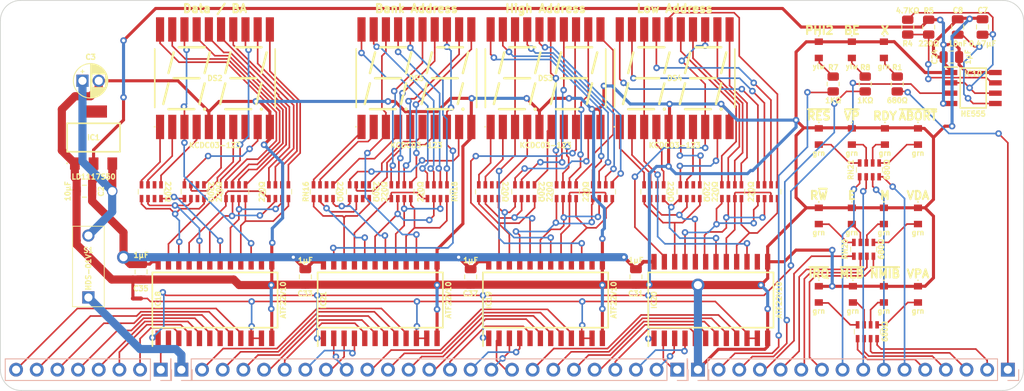
<source format=kicad_pcb>
(kicad_pcb (version 20240108) (generator "pcbnew") (generator_version "8.0")
  (title_block (title "W65C816 Debug Display") (date "2024-02-15") (rev "V1"))
  (layers (0 "F.Cu" signal) (31 "B.Cu" signal) (34 "B.Paste" user) (35 "F.Paste" user) (36 "B.SilkS" user "B.Silkscreen") (37 "F.SilkS" user "F.Silkscreen") (38 "B.Mask" user) (39 "F.Mask" user) (44 "Edge.Cuts" user))
  (net 0 "")
  (net 1 "Net-(IC10-THRES)")
  (net 2 "Net-(IC10-CONT)")
  (net 3 "Net-(DS2-E-Seg_{(Left)})")
  (net 4 "Net-(DS2-D-Seg_{(Left)})")
  (net 5 "Net-(DS2-C-Seg_{(Left)})")
  (net 6 "Net-(DS2-E-Seg_{(Right)})")
  (net 7 "Net-(DS2-D-Seg_{(Right)})")
  (net 8 "Net-(DS2-C-Seg_{(Right)})")
  (net 9 "Net-(DS2-B-Seg_{(Right)})")
  (net 10 "Net-(DS2-A-Seg_{(Right)})")
  (net 11 "Net-(DS2-F-Seg_{(Right)})")
  (net 12 "Net-(DS2-G-Seg_{(Right)})")
  (net 13 "Net-(DS2-B-Seg_{(Left)})")
  (net 14 "Net-(DS2-A-Seg_{(Left)})")
  (net 15 "Net-(DS2-F-Seg_{(Left)})")
  (net 16 "Net-(DS2-G-Seg_{(Left)})")
  (net 17 "Net-(DS3-E-Seg_{(Left)})")
  (net 18 "Net-(DS3-D-Seg_{(Left)})")
  (net 19 "Net-(DS3-C-Seg_{(Left)})")
  (net 20 "Net-(DS3-E-Seg_{(Right)})")
  (net 21 "Net-(DS3-D-Seg_{(Right)})")
  (net 22 "Net-(DS3-C-Seg_{(Right)})")
  (net 23 "Net-(DS3-B-Seg_{(Right)})")
  (net 24 "Net-(DS3-A-Seg_{(Right)})")
  (net 25 "Net-(DS3-F-Seg_{(Right)})")
  (net 26 "Net-(DS3-G-Seg_{(Right)})")
  (net 27 "/Addr0")
  (net 28 "/Addr1")
  (net 29 "/Addr2")
  (net 30 "/Addr3")
  (net 31 "/Addr4")
  (net 32 "/Addr5")
  (net 33 "/Addr6")
  (net 34 "/Addr7")
  (net 35 "Net-(DS3-B-Seg_{(Left)})")
  (net 36 "Net-(DS3-A-Seg_{(Left)})")
  (net 37 "/R~{W}")
  (net 38 "/~{VP}")
  (net 39 "/BE")
  (net 40 "/RDY")
  (net 41 "/~{ML}")
  (net 42 "/VPA")
  (net 43 "/E")
  (net 44 "/X")
  (net 45 "Net-(DS3-F-Seg_{(Left)})")
  (net 46 "Net-(DS3-G-Seg_{(Left)})")
  (net 47 "Net-(DS4-E-Seg_{(Left)})")
  (net 48 "/PHI2")
  (net 49 "/VDA")
  (net 50 "Net-(DS4-D-Seg_{(Left)})")
  (net 51 "Net-(DS4-C-Seg_{(Left)})")
  (net 52 "Net-(DS4-E-Seg_{(Right)})")
  (net 53 "Net-(DS4-D-Seg_{(Right)})")
  (net 54 "Net-(DS4-C-Seg_{(Right)})")
  (net 55 "/300Hz")
  (net 56 "/~{LED Enable}")
  (net 57 "Net-(DS4-B-Seg_{(Right)})")
  (net 58 "Net-(DS4-A-Seg_{(Right)})")
  (net 59 "Net-(DS4-F-Seg_{(Right)})")
  (net 60 "Net-(DS4-G-Seg_{(Right)})")
  (net 61 "/Addr18")
  (net 62 "/Addr17")
  (net 63 "/Addr16")
  (net 64 "Net-(DS4-B-Seg_{(Left)})")
  (net 65 "/Data Display/Digit L0 Cathode")
  (net 66 "/Data Display/Digit R0 Cathode")
  (net 67 "/High Address Display/Digit L0 Cathode")
  (net 68 "/High Address Display/Digit R0 Cathode")
  (net 69 "/Low Address Display/Digit L0 Cathode")
  (net 70 "/Low Address Display/Digit R0 Cathode")
  (net 71 "/Bank Address Display/Digit L0 Cathode")
  (net 72 "/Bank Address Display/Digit R0 Cathode")
  (net 73 "/Data Display/Digit 0 B Seg")
  (net 74 "/Data Display/Digit 0 A Seg")
  (net 75 "/Data Display/Digit 0 C Seg")
  (net 76 "/Data Display/Digit 0 F Seg")
  (net 77 "/Data Display/Digit 0 D Seg")
  (net 78 "/Data Display/Digit 0 G Seg")
  (net 79 "/Data Display/Digit 0 E Seg")
  (net 80 "/High Address Display/Digit 0 B Seg")
  (net 81 "/High Address Display/Digit 0 A Seg")
  (net 82 "/High Address Display/Digit 0 C Seg")
  (net 83 "/High Address Display/Digit 0 F Seg")
  (net 84 "/High Address Display/Digit 0 D Seg")
  (net 85 "/High Address Display/Digit 0 G Seg")
  (net 86 "/High Address Display/Digit 0 E Seg")
  (net 87 "/Low Address Display/Digit 0 B Seg")
  (net 88 "/Low Address Display/Digit 0 A Seg")
  (net 89 "/Low Address Display/Digit 0 C Seg")
  (net 90 "/Low Address Display/Digit 0 F Seg")
  (net 91 "/Low Address Display/Digit 0 D Seg")
  (net 92 "/Low Address Display/Digit 0 G Seg")
  (net 93 "/Low Address Display/Digit 0 E Seg")
  (net 94 "/Bank Address Display/Digit 0 B Seg")
  (net 95 "/Bank Address Display/Digit 0 A Seg")
  (net 96 "/Bank Address Display/Digit 0 C Seg")
  (net 97 "/Bank Address Display/Digit 0 F Seg")
  (net 98 "/Bank Address Display/Digit 0 D Seg")
  (net 99 "/Bank Address Display/Digit 0 G Seg")
  (net 100 "/Bank Address Display/Digit 0 E Seg")
  (net 101 "Net-(LED2-Pad2)")
  (net 102 "Net-(LED3-Pad2)")
  (net 103 "Net-(LED4-Pad2)")
  (net 104 "Net-(LED5-Pad2)")
  (net 105 "Net-(LED6-Pad2)")
  (net 106 "Net-(LED7-Pad2)")
  (net 107 "Net-(LED8-Pad2)")
  (net 108 "Net-(LED9-Pad2)")
  (net 109 "Net-(LED10-Pad2)")
  (net 110 "Net-(LED11-Pad2)")
  (net 111 "Net-(LED12-Pad2)")
  (net 112 "Net-(LED13-Pad2)")
  (net 113 "Net-(LED14-Pad2)")
  (net 114 "Net-(LED15-Pad2)")
  (net 115 "/Addr23")
  (net 116 "/Addr22")
  (net 117 "/Addr21")
  (net 118 "/Addr20")
  (net 119 "/Addr19")
  (net 120 "/5V")
  (net 121 "Net-(DS4-A-Seg_{(Left)})")
  (net 122 "Net-(DS4-F-Seg_{(Left)})")
  (net 123 "Net-(DS4-G-Seg_{(Left)})")
  (net 124 "Net-(DS5-E-Seg_{(Left)})")
  (net 125 "Net-(DS5-D-Seg_{(Left)})")
  (net 126 "Net-(DS5-C-Seg_{(Left)})")
  (net 127 "Net-(DS5-E-Seg_{(Right)})")
  (net 128 "Net-(DS5-D-Seg_{(Right)})")
  (net 129 "Net-(DS5-C-Seg_{(Right)})")
  (net 130 "Net-(DS5-B-Seg_{(Right)})")
  (net 131 "Net-(DS5-A-Seg_{(Right)})")
  (net 132 "/GND")
  (net 133 "Net-(DS5-F-Seg_{(Right)})")
  (net 134 "Net-(DS5-G-Seg_{(Right)})")
  (net 135 "Net-(DS5-B-Seg_{(Left)})")
  (net 136 "Net-(DS5-A-Seg_{(Left)})")
  (net 137 "Net-(DS5-F-Seg_{(Left)})")
  (net 138 "Net-(DS5-G-Seg_{(Left)})")
  (net 139 "Net-(IC10-DISCH)")
  (net 160 "/12V")
  (net 162 "/Data0")
  (net 163 "/Data1")
  (net 164 "/Data2")
  (net 165 "/Data3")
  (net 166 "/Data4")
  (net 167 "/Data5")
  (net 168 "/Data6")
  (net 169 "/Data7")
  (net 170 "/Addr8")
  (net 171 "/Addr9")
  (net 172 "/Addr10")
  (net 173 "/Addr11")
  (net 174 "/Addr12")
  (net 175 "/Addr13")
  (net 176 "/Addr14")
  (net 177 "/Addr15")
  (net 178 "/~{RES}")
  (net 179 "/~{ABORT}")
  (net 180 "/~{IRQ}")
  (net 181 "/~{NMI}")
  (net 182 "/M")
  (net 183 "Net-(LED1-Pad2)")
  (net 184 "Net-(IC1-15VIn)")
  (footprint "SamacSys_Parts:CAY16-F4" (layer "F.Cu") (at 62.0395 69.85 -90)
    (property "Reference" "RN4" (hide yes))
    (property "Value" "CAY16-221J4LF" (hide yes))
  )
  (footprint "SamacSys_Parts:150224VS73100A" (layer "F.Cu") (at 148.1455 71.8337)
    (property "Reference" "LED5" (hide yes))
    (property "Value" "150224VS73100A" (hide yes))
  )
  (footprint "SamacSys_Parts:CAY16-F4" (layer "F.Cu") (at 113.03 69.85 90)
    (property "Reference" "RN11" (hide yes))
    (property "Value" "CAY16-221J4LF" (hide yes))
  )
  (footprint "SamacSys_Parts:150224VS73100A" (layer "F.Cu") (at 152.2095 62.0547)
    (property "Reference" "LED10" (hide yes))
    (property "Value" "150224VS73100A" (hide yes))
  )
  (footprint "SamacSys_Parts:KCDC03123" (layer "F.Cu") (at 110.49 55.88)
    (property "Reference" "DS3")
    (property "Value" "KCDC03-123")
  )
  (footprint "SamacSys_Parts:CAY16-F4" (layer "F.Cu") (at 103.505 69.85 -90)
    (property "Reference" "RN8" (hide yes))
    (property "Value" "CAY16-221J4LF" (hide yes))
  )
  (footprint "SamacSys_Parts:150224VS73100A" (layer "F.Cu") (at 156.2735 62.0547)
    (property "Reference" "LED11" (hide yes))
    (property "Value" "150224VS73100A" (hide yes))
  )
  (footprint "SamacSys_Parts:C_0805" (layer "F.Cu") (at 121.6025 80.3275 180)
    (property "Reference" "C31")
    (property "Value" "1μF")
  )
  (footprint "SamacSys_Parts:R_0805" (layer "F.Cu") (at 157.600621 49.5935)
    (property "Reference" "R5")
    (property "Value" "220Ω")
  )
  (footprint "SamacSys_Parts:SOIC127P600X175-8N" (layer "F.Cu") (at 163.061621 57.0865)
    (property "Reference" "IC10")
    (property "Value" "NE555DRG4" (hide yes))
  )
  (footprint "NetTie:NetTie-2_SMD_Pad0.5mm" (layer "F.Cu") (at 60.2615 82.9945 180)
    (property "Reference" "NT1" (hide yes))
    (property "Value" "NetTie" (hide yes))
  )
  (footprint "SamacSys_Parts:KCDC03123" (layer "F.Cu") (at 69.85 55.88)
    (property "Reference" "DS2")
    (property "Value" "KCDC03-123")
  )
  (footprint "SamacSys_Parts:NDS01V" (layer "F.Cu") (at 54.2925 82.8675)
    (property "Reference" "S1")
    (property "Value" "NDS-01V")
  )
  (footprint "SamacSys_Parts:C_0805" (layer "F.Cu") (at 101.2825 80.3275 180)
    (property "Reference" "C37")
    (property "Value" "1μF")
  )
  (footprint "SamacSys_Parts:150224VS73100A" (layer "F.Cu") (at 148.1455 62.0547)
    (property "Reference" "LED9" (hide yes))
    (property "Value" "150224VS73100A" (hide yes))
  )
  (footprint "SamacSys_Parts:C_0805" (layer "F.Cu") (at 164.204621 49.5935)
    (property "Reference" "C7")
    (property "Value" "0.47μF")
  )
  (footprint "SamacSys_Parts:150224VS73100A" (layer "F.Cu") (at 148.2725 81.4857)
    (property "Reference" "LED13" (hide yes))
    (property "Value" "150224VS73100A" (hide yes))
  )
  (footprint "SamacSys_Parts:CAY16-F4" (layer "F.Cu") (at 117.475 69.85 90)
    (property "Reference" "RN10" (hide yes))
    (property "Value" "CAY16-221J4LF" (hide yes))
  )
  (footprint "SamacSys_Parts:CAY16-J4" (layer "F.Cu") (at 150.0505 87.0585 -90)
    (property "Reference" "RN22" (hide yes))
    (property "Value" "CAY16-681J4LF" (hide yes))
  )
  (footprint "SamacSys_Parts:150224BS73100A" (layer "F.Cu") (at 148.1455 51.3867)
    (property "Reference" "LED3" (hide yes))
    (property "Value" "150224YS73100A" (hide yes))
  )
  (footprint "SamacSys_Parts:150224BS73100A" (layer "F.Cu") (at 144.0815 51.3867)
    (property "Reference" "LED2" (hide yes))
    (property "Value" "150224YS73100A" (hide yes))
  )
  (footprint "SamacSys_Parts:C_0805" (layer "F.Cu") (at 161.156621 49.5935)
    (property "Reference" "C8")
    (property "Value" "10nF")
  )
  (footprint "SamacSys_Parts:R_0805" (layer "F.Cu") (at 145.8595 56.5937)
    (property "Reference" "R7")
    (property "Value" "1KΩ")
  )
  (footprint "SamacSys_Parts:150224VS73100A" (layer "F.Cu") (at 144.0815 71.8337)
    (property "Reference" "LED4" (hide yes))
    (property "Value" "150224VS73100A" (hide yes))
  )
  (footprint "SamacSys_Parts:KCDC03123" (layer "F.Cu") (at 94.615 55.88)
    (property "Reference" "DS5")
    (property "Value" "KCDC03-123")
  )
  (footprint "SamacSys_Parts:CAY16-J4" (layer "F.Cu") (at 149.5933 76.9137 -90)
    (property "Reference" "RN20")
    (property "Value" "CAY16-681J4LF" (hide yes))
  )
  (footprint "SamacSys_Parts:SOIC127P1032X265-24N" (layer "F.Cu") (at 90.17 83.185 90)
    (property "Reference" "IC21")
    (property "Value" "ATF22V10C-10SU" (hide yes))
  )
  (footprint "SamacSys_Parts:LD1117S33C" (layer "F.Cu") (at 54.9275 63.1825)
    (property "Reference" "IC1")
    (property "Value" "LD1117S50C" (hide yes))
  )
  (footprint "SamacSys_Parts:C_0805" (layer "F.Cu") (at 80.9625 80.3275 180)
    (property "Reference" "C33")
    (property "Value" "1μF")
  )
  (footprint "SamacSys_Parts:150224VS73100A" (layer "F.Cu") (at 152.0825 71.8337)
    (property "Reference" "LED6" (hide yes))
    (property "Value" "150224VS73100A" (hide yes))
  )
  (footprint "SamacSys_Parts:SOIC127P1032X265-24N" (layer "F.Cu") (at 110.49 83.185 90)
    (property "Reference" "IC19")
    (property "Value" "ATF22V10C-10SU" (hide yes))
  )
  (footprint "SamacSys_Parts:150224VS73100A" (layer "F.Cu") (at 144.0815 81.4857)
    (property "Reference" "LED12" (hide yes))
    (property "Value" "150224VS73100A" (hide yes))
  )
  (footprint "SamacSys_Parts:CAY16-F4" (layer "F.Cu") (at 107.95 69.85 -90)
    (property "Reference" "RN9" (hide yes))
    (property "Value" "CAY16-221J4LF" (hide yes))
  )
  (footprint "SamacSys_Parts:CAY16-F4" (layer "F.Cu") (at 97.155 69.85 90)
    (property "Reference" "RN18")
    (property "Value" "CAY16-221J4LF" (hide yes))
  )
  (footprint "SamacSys_Parts:R_0805" (layer "F.Cu") (at 149.7965 56.5937)
    (property "Reference" "R8")
    (property "Value" "1KΩ")
  )
  (footprint "SamacSys_Parts:CAY16-F4" (layer "F.Cu") (at 83.185 69.85 -90)
    (property "Reference" "RN16")
    (property "Value" "CAY16-221J4LF" (hide yes))
  )
  (footprint "SamacSys_Parts:R_0805" (layer "F.Cu") (at 153.7335 56.5937)
    (property "Reference" "R1")
    (property "Value" "680Ω")
  )
  (footprint "SamacSys_Parts:CAY16-J4" (layer "F.Cu") (at 150.3045 67.1347 -90)
    (property "Reference" "RN21")
    (property "Value" "CAY16-681J4LF" (hide yes))
  )
  (footprint "SamacSys_Parts:150224VS73100A" (layer "F.Cu") (at 152.0825 51.3867)
    (property "Reference" "LED1" (hide yes))
    (property "Value" "150224VS73100A" (hide yes))
  )
  (footprint "SamacSys_Parts:CAY16-F4" (layer "F.Cu") (at 133.35 69.85 90)
    (property "Reference" "RN15" (hide yes))
    (property "Value" "CAY16-221J4LF" (hide yes))
  )
  (footprint "SamacSys_Parts:CAY16-F4" (layer "F.Cu") (at 128.27 69.85 -90)
    (property "Reference" "RN13" (hide yes))
    (property "Value" "CAY16-221J4LF" (hide yes))
  )
  (footprint "SamacSys_Parts:CAY16-F4" (layer "F.Cu") (at 87.63 69.85 -90)
    (property "Reference" "RN17" (hide yes))
    (property "Value" "CAY16-221J4LF" (hide yes))
  )
  (footprint "SamacSys_Parts:R_0805" (layer "F.Cu") (at 155.0035 49.5935 180)
    (property "Reference" "R4")
    (property "Value" "4.7KΩ")
  )
  (footprint "SamacSys_Parts:CAY16-F4" (layer "F.Cu") (at 92.71 69.85 90)
    (property "Reference" "RN19" (hide yes))
    (property "Value" "CAY16-221J4LF" (hide yes))
  )
  (footprint "SamacSys_Parts:150224VS73100A" (layer "F.Cu") (at 156.2735 81.4857)
    (property "Reference" "LED15" (hide yes))
    (property "Value" "150224VS73100A" (hide yes))
  )
  (footprint "SamacSys_Parts:150224VS73100A" (layer "F.Cu") (at 156.2735 71.8337)
    (property "Reference" "LED7" (hide yes))
    (property "Value" "150224VS73100A" (hide yes))
  )
  (footprint "SamacSys_Parts:150224VS73100A" (layer "F.Cu") (at 144.0815 62.0547)
    (property "Reference" "LED8" (hide yes))
    (property "Value" "150224VS73100A" (hide yes))
  )
  (footprint "SamacSys_Parts:CAY16-F4" (layer "F.Cu") (at 123.825 69.85 -90)
    (property "Reference" "RN12" (hide yes))
    (property "Value" "CAY16-221J4LF" (hide yes))
  )
  (footprint "SamacSys_Parts:CAY16-F4" (layer "F.Cu") (at 67.315 69.85 -90)
    (property "Reference" "RN5" (hide yes))
    (property "Value" "CAY16-221J4LF" (hide yes))
  )
  (footprint "SamacSys_Parts:CAY16-F4" (layer "F.Cu") (at 137.795 69.85 90)
    (property "Reference" "RN14" (hide yes))
    (property "Value" "CAY16-221J4LF" (hide yes))
  )
  (footprint "SamacSys_Parts:SOIC127P1032X265-24N" (layer "F.Cu") (at 130.81 83.185 90)
    (property "Reference" "IC20")
    (property "Value" "ATF22V10C-10SU" (hide yes))
  )
  (footprint "SamacSys_Parts:C_0805" (layer "F.Cu") (at 160.394621 53.2765 90)
    (property "Reference" "C24")
    (property "Value" "1µF")
  )
  (footprint "SamacSys_Parts:CAY16-F4" (layer "F.Cu") (at 72.39 69.85 90)
    (property "Reference" "RN6" (hide yes))
    (property "Value" "CAY16-221J4LF" (hide yes))
  )
  (footprint "SamacSys_Parts:C_0805" (layer "F.Cu") (at 53.7845 69.7865 -90)
    (property "Reference" "C2")
    (property "Value" "10µF")
  )
  (footprint "SamacSys_Parts:SOIC127P1032X265-24N" (layer "F.Cu") (at 69.85 83.185 90)
    (property "Reference" "IC18")
    (property "Value" "ATF22V10C-10SU" (hide yes))
  )
  (footprint "SamacSys_Parts:150224VS73100A" (layer "F.Cu") (at 152.0825 81.4857)
    (property "Reference" "LED14" (hide yes))
    (property "Value" "150224VS73100A" (hide yes))
  )
  (footprint "SamacSys_Parts:C_0805" (layer "F.Cu") (at 60.7695 79.6925 180)
    (property "Reference" "C35")
    (property "Value" "1μF")
  )
  (footprint "SamacSys_Parts:CP_Radial_D4.0mm_P2.00mm" (layer "F.Cu") (at 53.5625 56.1975)
    (property "Reference" "C3")
    (property "Value" "10μF")
  )
  (footprint "SamacSys_Parts:CAY16-F4" (layer "F.Cu") (at 77.6605 69.85 90)
    (property "Reference" "RN7" (hide yes))
    (property "Value" "CAY16-221J4LF" (hide yes))
  )
  (footprint "SamacSys_Parts:KCDC03123" (layer "F.Cu") (at 126.365 55.88)
    (property "Reference" "DS4")
    (property "Value" "KCDC03-123")
  )
  (footprint "Connector_PinHeader_2.54mm:PinHeader_1x15_P2.54mm_Vertical" (layer "B.Cu") (at 167.3225 91.7575 90)
    (property "Reference" "J3" (hide yes))
    (property "Value" "Conn_01x14_Pin")
  )
  (footprint "Connector_PinHeader_2.54mm:PinHeader_1x01_P2.54mm_Vertical" (layer "B.Cu") (at 65.7225 91.7575 90)
    (property "Reference" "J4" (hide yes))
    (property "Value" "Conn_01x01_Pin")
  )
  (footprint "Connector_PinHeader_2.54mm:PinHeader_1x01_P2.54mm_Vertical" (layer "B.Cu") (at 129.2225 91.7575 90)
    (property "Reference" "J5" (hide yes))
    (property "Value" "Conn_01x01_Pin")
  )
  (footprint "Connector_PinHeader_2.54mm:PinHeader_1x24_P2.54mm_Vertical" (layer "B.Cu") (at 126.6825 91.7575 90)
    (property "Reference" "J1" (hide yes))
    (property "Value" "Conn_01x24_Pin")
  )
  (footprint "Connector_PinHeader_2.54mm:PinHeader_1x08_P2.54mm_Vertical" (layer "B.Cu") (at 63.1825 91.7575 90)
    (property "Reference" "J2" (hide yes))
    (property "Value" "Conn_01x08_Pin")
  )
  (gr_line (start 43.474585 91.7575) (end 43.474585 48.7807) (stroke (width 0.1)) (layer "Edge.Cuts"))
  (gr_arc (start 166.710415 46.3042) (mid 168.522655 47.054867) (end 169.27333 48.867115) (stroke (width 0.1)) (layer "Edge.Cuts"))
  (gr_arc (start 169.250415 91.7575) (mid 168.499754 93.569749) (end 166.6875 94.320415) (stroke (width 0.1)) (layer "Edge.Cuts"))
  (gr_arc (start 43.474585 48.7807) (mid 44.199934 47.029545) (end 45.951085 46.3042) (stroke (width 0.1)) (layer "Edge.Cuts"))
  (gr_line (start 45.951085 46.3042) (end 166.710415 46.3042) (stroke (width 0.1)) (layer "Edge.Cuts"))
  (gr_arc (start 46.0375 94.320415) (mid 44.225236 93.56976) (end 43.474585 91.7575) (stroke (width 0.1)) (layer "Edge.Cuts"))
  (gr_line (start 169.27333 48.867115) (end 169.250415 91.7575) (stroke (width 0.1)) (layer "Edge.Cuts"))
  (gr_line (start 166.6875 94.320415) (end 46.0375 94.320415) (stroke (width 0.1)) (layer "Edge.Cuts"))
  (gr_text "~{NMIB}" (at 152.2095 79.9617 0) (layer "F.SilkS") (effects (font (size 1 1) (thickness 0.25))))
  (gr_text "E" (at 148.1455 70.3097 0) (layer "F.SilkS") (effects (font (size 1 1) (thickness 0.25))))
  (gr_text "~{ABORT}" (at 156.2735 60.5307 0) (layer "F.SilkS") (effects (font (size 1 1) (thickness 0.25))))
  (gr_text "~{MLB}" (at 148.1455 79.9617 0) (layer "F.SilkS") (effects (font (size 1 1) (thickness 0.25))))
  (gr_text "~{VP}" (at 148.1455 60.5307 0) (layer "F.SilkS") (effects (font (size 1 1) (thickness 0.25))))
  (gr_text "PHI2" (at 144.145 49.9897 0) (layer "F.SilkS") (effects (font (size 1 1) (thickness 0.25))))
  (gr_text "VDA" (at 156.2735 70.3097 0) (layer "F.SilkS") (effects (font (size 1 1) (thickness 0.25))))
  (gr_text "R~{W}" (at 144.0815 70.3097 0) (layer "F.SilkS") (effects (font (size 1 1) (thickness 0.25))))
  (gr_text "Low Address" (at 126.365 47.3075 0) (layer "F.SilkS") (effects (font (size 1 1) (thickness 0.25))))
  (gr_text "BE" (at 148.1455 49.9897 0) (layer "F.SilkS") (effects (font (size 1 1) (thickness 0.25))))
  (gr_text "High Address" (at 110.49 47.3075 0) (layer "F.SilkS") (effects (font (size 1 1) (thickness 0.25))))
  (gr_text "~{RES}" (at 144.0815 60.5307 0) (layer "F.SilkS") (effects (font (size 1 1) (thickness 0.25))))
  (gr_text "RDY" (at 152.2095 60.5307 0) (layer "F.SilkS") (effects (font (size 1 1) (thickness 0.25))))
  (gr_text "Data / BA" (at 69.85 47.3075 0) (layer "F.SilkS") (effects (font (size 1 1) (thickness 0.25))))
  (gr_text "X" (at 152.2095 49.9897 0) (layer "F.SilkS") (effects (font (size 1 1) (thickness 0.25))))
  (gr_text "Bank Address" (at 94.615 47.3075 0) (layer "F.SilkS") (effects (font (size 1 1) (thickness 0.25))))
  (gr_text "M" (at 152.2095 70.3097 0) (layer "F.SilkS") (effects (font (size 1 1) (thickness 0.25))))
  (gr_text "~{IRQ}" (at 144.0815 79.9617 0) (layer "F.SilkS") (effects (font (size 1 1) (thickness 0.25))))
  (gr_text "VPA" (at 156.2735 79.9617 0) (layer "F.SilkS") (effects (font (size 1 1) (thickness 0.25))))
  (segment (start 165.786621 57.7215) (end 163.270379 57.7215) (width 0.2) (layer "F.Cu") (net 1))
  (segment (start 165.474621 48.394683) (end 165.474621 50.4825) (width 0.2) (layer "F.Cu") (net 1))
  (segment (start 155.867 47.8275) (end 164.907438 47.8275) (width 0.2) (layer "F.Cu") (net 1))
  (segment (start 164.249621 50.4825) (end 165.474621 50.4825) (width 0.2) (layer "F.Cu") (net 1))
  (segment (start 164.907438 47.8275) (end 165.474621 48.394683) (width 0.2) (layer "F.Cu") (net 1))
  (segment (start 155.0135 48.681) (end 155.867 47.8275) (width 0.2) (layer "F.Cu") (net 1))
  (segment (start 160.336621 56.4515) (end 162.000379 56.4515) (width 0.2) (layer "F.Cu") (net 1))
  (segment (start 162.000379 56.4515) (end 162.618621 57.069742) (width 0.2) (layer "F.Cu") (net 1))
  (segment (start 163.270379 57.7215) (end 162.618621 57.069742) (width 0.2) (layer "F.Cu") (net 1))
  (via (at 165.474621 50.4825) (size 0.8) (drill 0.4) (layers "F.Cu" "B.Cu") (net 1))
  (via (at 162.618621 57.069742) (size 0.8) (drill 0.4) (layers "F.Cu" "B.Cu") (net 1))
  (segment (start 165.474621 54.213742) (end 165.474621 50.4825) (width 0.2) (layer "B.Cu") (net 1))
  (segment (start 162.618621 57.069742) (end 165.474621 54.213742) (width 0.2) (layer "B.Cu") (net 1))
  (segment (start 163.061621 58.9915) (end 162.426621 58.3565) (width 0.2) (layer "F.Cu") (net 2))
  (segment (start 163.188621 52.0065) (end 163.823621 52.0065) (width 0.2) (layer "F.Cu") (net 2))
  (segment (start 165.786621 58.9915) (end 163.061621 58.9915) (width 0.2) (layer "F.Cu") (net 2))
  (segment (start 161.709621 50.5275) (end 163.188621 52.0065) (width 0.2) (layer "F.Cu") (net 2))
  (via (at 162.426621 58.3565) (size 0.8) (drill 0.4) (layers "F.Cu" "B.Cu") (net 2))
  (via (at 163.823621 52.0065) (size 0.8) (drill 0.4) (layers "F.Cu" "B.Cu") (net 2))
  (segment (start 161.918621 57.8485) (end 161.918621 53.9115) (width 0.2) (layer "B.Cu") (net 2))
  (segment (start 161.918621 53.9115) (end 163.823621 52.0065) (width 0.2) (layer "B.Cu") (net 2))
  (segment (start 162.426621 58.3565) (end 161.918621 57.8485) (width 0.2) (layer "B.Cu") (net 2))
  (segment (start 60.8203 68.4657) (end 60.8203 69) (width 0.2) (layer "F.Cu") (net 3))
  (segment (start 63.1 66.186) (end 60.8203 68.4657) (width 0.2) (layer "F.Cu") (net 3))
  (segment (start 63.1 61.88) (end 63.1 66.186) (width 0.2) (layer "F.Cu") (net 3))
  (segment (start 61.6203 69) (end 61.6203 68.4277) (width 0.2) (layer "F.Cu") (net 4))
  (segment (start 61.6203 68.4277) (end 64.6 65.448) (width 0.2) (layer "F.Cu") (net 4))
  (segment (start 64.6 65.448) (end 64.6 62.88) (width 0.2) (layer "F.Cu") (net 4))
  (segment (start 67.6 63.464) (end 67.6 61.88) (width 0.2) (layer "F.Cu") (net 5))
  (segment (start 63.2203 69) (end 63.2203 67.8437) (width 0.2) (layer "F.Cu") (net 5))
  (segment (start 63.2203 67.8437) (end 67.6 63.464) (width 0.2) (layer "F.Cu") (net 5))
  (segment (start 70.6 61.88) (end 70.6 66.915) (width 0.2) (layer "F.Cu") (net 6))
  (segment (start 70.6 66.915) (end 68.515 69) (width 0.2) (layer "F.Cu") (net 6))
  (segment (start 70.1485 68.5355) (end 70.1485 68.121242) (width 0.2) (layer "F.Cu") (net 7))
  (segment (start 66.915 69) (end 66.915 69.65) (width 0.2) (layer "F.Cu") (net 7))
  (segment (start 68.934489 69.749511) (end 70.1485 68.5355) (width 0.2) (layer "F.Cu") (net 7))
  (segment (start 72.1 66.169742) (end 72.1 61.88) (width 0.2) (layer "F.Cu") (net 7))
  (segment (start 70.1485 68.121242) (end 72.1 66.169742) (width 0.2) (layer "F.Cu") (net 7))
  (segment (start 67.014511 69.749511) (end 68.934489 69.749511) (width 0.2) (layer "F.Cu") (net 7))
  (segment (start 66.915 69.65) (end 67.014511 69.749511) (width 0.2) (layer "F.Cu") (net 7))
  (segment (start 75.1 61.88) (end 75.1 63.584) (width 0.2) (layer "F.Cu") (net 8))
  (segment (start 66.115 68.35) (end 69.0105 65.4545) (width 0.2) (layer "F.Cu") (net 8))
  (segment (start 75.1 63.584) (end 74.1045 64.5795) (width 0.2) (layer "F.Cu") (net 8))
  (segment (start 66.115 69) (end 66.115 68.35) (width 0.2) (layer "F.Cu") (net 8))
  (via (at 74.1045 64.5795) (size 0.8) (drill 0.4) (layers "F.Cu" "B.Cu") (net 8))
  (via (at 69.0105 65.4545) (size 0.8) (drill 0.4) (layers "F.Cu" "B.Cu") (net 8))
  (segment (start 69.0245 65.4685) (end 73.2155 65.4685) (width 0.2) (layer "B.Cu") (net 8))
  (segment (start 73.2155 65.4685) (end 74.1045 64.5795) (width 0.2) (layer "B.Cu") (net 8))
  (segment (start 69.0105 65.4545) (end 69.0245 65.4685) (width 0.2) (layer "B.Cu") (net 8))
  (segment (start 78.8797 66.5353) (end 80.3275 65.0875) (width 0.2) (layer "F.Cu") (net 9))
  (segment (start 78.8797 69) (end 78.8797 66.5353) (width 0.2) (layer "F.Cu") (net 9))
  (segment (start 80.3275 65.0875) (end 80.3275 58.7375) (width 0.2) (layer "F.Cu") (net 9))
  (segment (start 80.3275 58.7375) (end 76.6 55.01) (width 0.2) (layer "F.Cu") (net 9))
  (segment (start 76.6 55.01) (end 76.6 49.88) (width 0.2) (layer "F.Cu") (net 9))
  (segment (start 78.0797 66.7003) (end 79.927989 64.852011) (width 0.2) (layer "F.Cu") (net 10))
  (segment (start 78.0797 69) (end 78.0797 66.7003) (width 0.2) (layer "F.Cu") (net 10))
  (segment (start 79.927989 58.902984) (end 75.1 54.074994) (width 0.2) (layer "F.Cu") (net 10))
  (segment (start 79.927989 64.852011) (end 79.927989 58.902984) (width 0.2) (layer "F.Cu") (net 10))
  (segment (start 75.1 54.074994) (end 75.1 49.88) (width 0.2) (layer "F.Cu") (net 10))
  (segment (start 79.528478 59.208478) (end 72.1 51.78) (width 0.2) (layer "F.Cu") (net 11))
  (segment (start 79.528478 64.528893) (end 79.528478 59.208478) (width 0.2) (layer "F.Cu") (net 11))
  (segment (start 77.2797 66.777671) (end 79.528478 64.528893) (width 0.2) (layer "F.Cu") (net 11))
  (segment (start 77.2797 69) (end 77.2797 66.777671) (width 0.2) (layer "F.Cu") (net 11))
  (segment (start 72.1 51.78) (end 72.1 49.88) (width 0.2) (layer "F.Cu") (net 11))
  (segment (start 77.670949 57.950949) (end 70.6 50.88) (width 0.2) (layer "F.Cu") (net 12))
  (segment (start 78.999511 59.417746) (end 77.670949 58.089184) (width 0.2) (layer "F.Cu") (net 12))
  (segment (start 78.999511 64.405238) (end 78.999511 59.417746) (width 0.2) (layer "F.Cu") (net 12))
  (segment (start 76.4797 69) (end 76.4797 66.925049) (width 0.2) (layer "F.Cu") (net 12))
  (segment (start 77.670949 58.089184) (end 77.670949 57.950949) (width 0.2) (layer "F.Cu") (net 12))
  (segment (start 76.4797 66.925049) (end 78.999511 64.405238) (width 0.2) (layer "F.Cu") (net 12))
  (segment (start 78.599511 64.067547) (end 78.599511 59.583431) (width 0.2) (layer "F.Cu") (net 13))
  (segment (start 71.72758 52.7115) (end 70.9315 52.7115) (width 0.2) (layer "F.Cu") (net 13))
  (segment (start 73.667058 69) (end 78.599511 64.067547) (width 0.2) (layer "F.Cu") (net 13))
  (segment (start 78.599511 59.583431) (end 71.72758 52.7115) (width 0.2) (layer "F.Cu") (net 13))
  (segment (start 70.9315 52.7115) (end 69.1 50.88) (width 0.2) (layer "F.Cu") (net 13))
  (segment (start 71.561894 53.1115) (end 69.8315 53.1115) (width 0.2) (layer "F.Cu") (net 14))
  (segment (start 78.199511 63.901861) (end 78.199511 59.749117) (width 0.2) (layer "F.Cu") (net 14))
  (segment (start 74.0205 67.1195) (end 74.981872 67.1195) (width 0.2) (layer "F.Cu") (net 14))
  (segment (start 78.199511 59.749117) (end 71.561894 53.1115) (width 0.2) (layer "F.Cu") (net 14))
  (segment (start 72.79 69) (end 72.79 68.35) (width 0.2) (layer "F.Cu") (net 14))
  (segment (start 74.981872 67.1195) (end 78.199511 63.901861) (width 0.2) (layer "F.Cu") (net 14))
  (segment (start 69.8315 53.1115) (end 67.6 50.88) (width 0.2) (layer "F.Cu") (net 14))
  (segment (start 72.79 68.35) (end 74.0205 67.1195) (width 0.2) (layer "F.Cu") (net 14))
  (segment (start 75.051186 66.4845) (end 77.799511 63.736175) (width 0.2) (layer "F.Cu") (net 15))
  (segment (start 77.799511 59.914803) (end 71.396208 53.5115) (width 0.2) (layer "F.Cu") (net 15))
  (segment (start 77.799511 63.736175) (end 77.799511 59.914803) (width 0.2) (layer "F.Cu") (net 15))
  (segment (start 71.99 69) (end 71.99 68.523179) (width 0.2) (layer "F.Cu") (net 15))
  (segment (start 66.2115 53.5115) (end 64.6 51.9) (width 0.2) (layer "F.Cu") (net 15))
  (segment (start 64.6 51.9) (end 64.6 49.88) (width 0.2) (layer "F.Cu") (net 15))
  (segment (start 74.028679 66.4845) (end 75.051186 66.4845) (width 0.2) (layer "F.Cu") (net 15))
  (segment (start 71.99 68.523179) (end 74.028679 66.4845) (width 0.2) (layer "F.Cu") (net 15))
  (segment (start 71.396208 53.5115) (end 66.2115 53.5115) (width 0.2) (layer "F.Cu") (net 15))
  (segment (start 75.1205 65.8495) (end 73.780494 65.8495) (width 0.2) (layer "F.Cu") (net 16))
  (segment (start 65.4315 53.9115) (end 71.230522 53.9115) (width 0.2) (layer "F.Cu") (net 16))
  (segment (start 73.780494 65.8495) (end 71.19 68.439994) (width 0.2) (layer "F.Cu") (net 16))
  (segment (start 77.399511 63.570489) (end 75.1205 65.8495) (width 0.2) (layer "F.Cu") (net 16))
  (segment (start 63.1 49.88) (end 63.1 51.58) (width 0.2) (layer "F.Cu") (net 16))
  (segment (start 71.19 68.439994) (end 71.19 69) (width 0.2) (layer "F.Cu") (net 16))
  (segment (start 63.1 51.58) (end 65.4315 53.9115) (width 0.2) (layer "F.Cu") (net 16))
  (segment (start 71.230522 53.9115) (end 77.399511 60.080489) (width 0.2) (layer "F.Cu") (net 16))
  (segment (start 77.399511 60.080489) (end 77.399511 63.570489) (width 0.2) (layer "F.Cu") (net 16))
  (segment (start 102.305 67.748) (end 103.74 66.313) (width 0.2) (layer "F.Cu") (net 17))
  (segment (start 102.305 69) (end 102.305 67.748) (width 0.2) (layer "F.Cu") (net 17))
  (segment (start 103.74 66.313) (end 103.74 61.88) (width 0.2) (layer "F.Cu") (net 17))
  (segment (start 105.24 65.855755) (end 105.24 61.88) (width 0.2) (layer "F.Cu") (net 18))
  (segment (start 103.105 67.990755) (end 105.24 65.855755) (width 0.2) (layer "F.Cu") (net 18))
  (segment (start 103.105 69) (end 103.105 67.990755) (width 0.2) (layer "F.Cu") (net 18))
  (segment (start 104.705 69) (end 108.24 65.465) (width 0.2) (layer "F.Cu") (net 19))
  (segment (start 108.24 65.465) (end 108.24 61.88) (width 0.2) (layer "F.Cu") (net 19))
  (segment (start 110.72549 62.39451) (end 111.24 61.88) (width 0.2) (layer "F.Cu") (net 20))
  (segment (start 110.72549 67.20151) (end 110.72549 62.39451) (width 0.2) (layer "F.Cu") (net 20))
  (segment (start 109.15 68.777) (end 110.72549 67.20151) (width 0.2) (layer "F.Cu") (net 20))
  (segment (start 112.500405 62.119595) (end 112.500405 66.201401) (width 0.2) (layer "F.Cu") (net 21))
  (segment (start 107.55 68.35) (end 109.680499 66.219501) (width 0.2) (layer "F.Cu") (net 21))
  (segment (start 107.55 69) (end 107.55 68.35) (width 0.2) (layer "F.Cu") (net 21))
  (segment (start 112.500405 66.201401) (end 112.5295 66.230496) (width 0.2) (layer "F.Cu") (net 21))
  (segment (start 109.680499 66.219501) (end 109.855 66.219501) (width 0.2) (layer "F.Cu") (net 21))
  (via (at 109.855 66.219501) (size 0.8) (drill 0.4) (layers "F.Cu" "B.Cu") (net 21))
  (via (at 112.5295 66.230496) (size 0.8) (drill 0.4) (layers "F.Cu" "B.Cu") (net 21))
  (segment (start 112.518505 66.219501) (end 112.5295 66.230496) (width 0.2) (layer "B.Cu") (net 21))
  (segment (start 109.855 66.219501) (end 112.518505 66.219501) (width 0.2) (layer "B.Cu") (net 21))
  (segment (start 115.74 65.87) (end 115.5065 66.1035) (width 0.2) (layer "F.Cu") (net 22))
  (segment (start 106.75 68.160756) (end 107.918258 66.992498) (width 0.2) (layer "F.Cu") (net 22))
  (segment (start 106.75 69) (end 106.75 68.160756) (width 0.2) (layer "F.Cu") (net 22))
  (segment (start 115.74 61.88) (end 115.74 65.87) (width 0.2) (layer "F.Cu") (net 22))
  (via (at 115.5065 66.1035) (size 0.8) (drill 0.4) (layers "F.Cu" "B.Cu") (net 22))
  (via (at 107.918258 66.992498) (size 0.8) (drill 0.4) (layers "F.Cu" "B.Cu") (net 22))
  (segment (start 113.7285 66.1035) (end 112.839502 66.992498) (width 0.2) (layer "B.Cu") (net 22))
  (segment (start 112.839502 66.992498) (end 107.918258 66.992498) (width 0.2) (layer "B.Cu") (net 22))
  (segment (start 115.5065 66.1035) (end 113.7285 66.1035) (width 0.2) (layer "B.Cu") (net 22))
  (segment (start 116.3835 66.2425) (end 116.3835 65.2265) (width 0.2) (layer "F.Cu") (net 23))
  (segment (start 118.8085 52.4485) (end 117.24 50.88) (width 0.2) (layer "F.Cu") (net 23))
  (segment (start 114.23 69) (end 114.23 68.396) (width 0.2) (layer "F.Cu") (net 23))
  (segment (start 114.23 68.396) (end 116.3835 66.2425) (width 0.2) (layer "F.Cu") (net 23))
  (segment (start 116.3835 65.2265) (end 118.8085 62.8015) (width 0.2) (layer "F.Cu") (net 23))
  (segment (start 118.8085 62.8015) (end 118.8085 52.4485) (width 0.2) (layer "F.Cu") (net 23))
  (segment (start 114.788468 66.821532) (end 114.788468 65.270647) (width 0.2) (layer "F.Cu") (net 24))
  (segment (start 113.43 68.18) (end 114.788468 66.821532) (width 0.2) (layer "F.Cu") (net 24))
  (segment (start 114.8715 58.8645) (end 115.74 57.996) (width 0.2) (layer "F.Cu") (net 24))
  (segment (start 113.43 69) (end 113.43 68.18) (width 0.2) (layer "F.Cu") (net 24))
  (segment (start 115.74 57.996) (end 115.74 49.88) (width 0.2) (layer "F.Cu") (net 24))
  (segment (start 114.8715 58.8645) (end 114.8715 59.7535) (width 0.2) (layer "F.Cu") (net 24))
  (via (at 114.8715 59.7535) (size 0.8) (drill 0.4) (layers "F.Cu" "B.Cu") (net 24))
  (via (at 114.788468 65.270647) (size 0.8) (drill 0.4) (layers "F.Cu" "B.Cu") (net 24))
  (segment (start 114.8715 59.7535) (end 114.8715 65.187615) (width 0.2) (layer "B.Cu") (net 24))
  (segment (start 114.8715 65.187615) (end 114.788468 65.270647) (width 0.2) (layer "B.Cu") (net 24))
  (segment (start 112.74 49.88) (end 112.74 57.313) (width 0.2) (layer "F.Cu") (net 25))
  (segment (start 112.63 69) (end 112.63 67.583) (width 0.2) (layer "F.Cu") (net 25))
  (segment (start 113.3355 65.635123) (end 113.102134 65.401757) (width 0.2) (layer "F.Cu") (net 25))
  (segment (start 113.102134 64.411708) (end 113.199906 64.313936) (width 0.2) (layer "F.Cu") (net 25))
  (segment (start 113.3355 66.8775) (end 113.3355 65.635123) (width 0.2) (layer "F.Cu") (net 25))
  (segment (start 113.102134 65.401757) (end 113.102134 64.411708) (width 0.2) (layer "F.Cu") (net 25))
  (segment (start 112.74 57.313) (end 112.7125 57.3405) (width 0.2) (layer "F.Cu") (net 25))
  (segment (start 112.63 67.583) (end 113.3355 66.8775) (width 0.2) (layer "F.Cu") (net 25))
  (via (at 113.199906 64.313936) (size 0.8) (drill 0.4) (layers "F.Cu" "B.Cu") (net 25))
  (via (at 112.7125 57.3405) (size 0.8) (drill 0.4) (layers "F.Cu" "B.Cu") (net 25))
  (segment (start 113.199906 64.313936) (end 112.5975 63.71153) (width 0.2) (layer "B.Cu") (net 25))
  (segment (start 112.5975 63.71153) (end 112.5975 57.4555) (width 0.2) (layer "B.Cu") (net 25))
  (segment (start 112.5975 57.4555) (end 112.7125 57.3405) (width 0.2) (layer "B.Cu") (net 25))
  (segment (start 111.83 69) (end 111.83 64.84) (width 0.2) (layer "F.Cu") (net 26))
  (segment (start 111.125 55.245) (end 111.125 49.995) (width 0.2) (layer "F.Cu") (net 26))
  (segment (start 111.76 55.88) (end 111.125 55.245) (width 0.2) (layer "F.Cu") (net 26))
  (segment (start 111.83 64.84) (end 111.76 64.77) (width 0.2) (layer "F.Cu") (net 26))
  (via (at 111.76 55.88) (size 0.8) (drill 0.4) (layers "F.Cu" "B.Cu") (net 26))
  (via (at 111.76 64.77) (size 0.8) (drill 0.4) (layers "F.Cu" "B.Cu") (net 26))
  (segment (start 111.76 64.77) (end 111.76 55.88) (width 0.2) (layer "B.Cu") (net 26))
  (segment (start 124.9665 90.472975) (end 126.251025 91.7575) (width 0.2) (layer "F.Cu") (net 27))
  (segment (start 124.9665 88.0255) (end 124.9665 90.472975) (width 0.2) (layer "F.Cu") (net 27))
  (segment (start 126.3015 89.598498) (end 125.7935 90.106498) (width 0.2) (layer "F.Cu") (net 28))
  (segment (start 126.3015 87.9605) (end 126.3015 89.598498) (width 0.2) (layer "F.Cu") (net 28))
  (via (at 125.7935 90.106498) (size 0.8) (drill 0.4) (layers "F.Cu" "B.Cu") (net 28))
  (segment (start 124.1425 91.7575) (end 125.7935 90.106498) (width 0.2) (layer "B.Cu") (net 28))
  (segment (start 127.635 89.408) (end 127.5715 89.4715) (width 0.2) (layer "F.Cu") (net 29))
  (segment (start 127.635 87.897) (end 127.635 89.408) (width 0.2) (layer "F.Cu") (net 29))
  (via (at 127.5715 89.4715) (size 0.8) (drill 0.4) (layers "F.Cu" "B.Cu") (net 29))
  (segment (start 121.6025 91.7575) (end 124.0075 89.3525) (width 0.2) (layer "B.Cu") (net 29))
  (segment (start 124.0075 89.3525) (end 127.4525 89.3525) (width 0.2) (layer "B.Cu") (net 29))
  (segment (start 127.4525 89.3525) (end 127.5715 89.4715) (width 0.2) (layer "B.Cu") (net 29))
  (segment (start 119.0625 90.772) (end 123.2 86.6345) (width 0.2) (layer "F.Cu") (net 30))
  (segment (start 119.0625 91.7575) (end 119.0625 90.772) (width 0.2) (layer "F.Cu") (net 30))
  (segment (start 128.2065 86.6345) (end 128.905 87.333) (width 0.2) (layer "F.Cu") (net 30))
  (segment (start 123.2 86.6345) (end 128.2065 86.6345) (width 0.2) (layer "F.Cu") (net 30))
  (segment (start 117.203558 91.7575) (end 122.726558 86.2345) (width 0.2) (layer "F.Cu") (net 31))
  (segment (start 129.15 86.2345) (end 130.175 87.2595) (width 0.2) (layer "F.Cu") (net 31))
  (segment (start 122.726558 86.2345) (end 129.15 86.2345) (width 0.2) (layer "F.Cu") (net 31))
  (segment (start 118.435872 89.9595) (end 122.560872 85.8345) (width 0.2) (layer "F.Cu") (net 32))
  (segment (start 115.7805 89.9595) (end 118.435872 89.9595) (width 0.2) (layer "F.Cu") (net 32))
  (segment (start 130.02 85.8345) (end 131.445 87.2595) (width 0.2) (layer "F.Cu") (net 32))
  (segment (start 113.9825 91.7575) (end 115.7805 89.9595) (width 0.2) (layer "F.Cu") (net 32))
  (segment (start 122.560872 85.8345) (end 130.02 85.8345) (width 0.2) (layer "F.Cu") (net 32))
  (segment (start 130.89 85.4345) (end 132.715 87.2595) (width 0.2) (layer "F.Cu") (net 33))
  (segment (start 118.270186 89.5595) (end 122.395186 85.4345) (width 0.2) (layer "F.Cu") (net 33))
  (segment (start 122.395186 85.4345) (end 130.89 85.4345) (width 0.2) (layer "F.Cu") (net 33))
  (segment (start 111.4425 91.7575) (end 113.6405 89.5595) (width 0.2) (layer "F.Cu") (net 33))
  (segment (start 113.6405 89.5595) (end 118.270186 89.5595) (width 0.2) (layer "F.Cu") (net 33))
  (segment (start 111.5005 89.1595) (end 118.1045 89.1595) (width 0.2) (layer "F.Cu") (net 34))
  (segment (start 122.2375 85.0265) (end 131.752 85.0265) (width 0.2) (layer "F.Cu") (net 34))
  (segment (start 118.1045 89.1595) (end 122.2375 85.0265) (width 0.2) (layer "F.Cu") (net 34))
  (segment (start 131.752 85.0265) (end 133.985 87.2595) (width 0.2) (layer "F.Cu") (net 34))
  (segment (start 108.9025 91.7575) (end 111.5005 89.1595) (width 0.2) (layer "F.Cu") (net 34))
  (segment (start 109.74 51.58) (end 110.238217 52.078217) (width 0.2) (layer "F.Cu") (net 35))
  (segment (start 110.238217 52.078217) (end 110.4255 52.078217) (width 0.2) (layer "F.Cu") (net 35))
  (segment (start 109.74 49.88) (end 109.74 51.58) (width 0.2) (layer "F.Cu") (net 35))
  (segment (start 118.675 68.660065) (end 119.726748 67.608317) (width 0.2) (layer "F.Cu") (net 35))
  (via (at 119.726748 67.608317) (size 0.8) (drill 0.4) (layers "F.Cu" "B.Cu") (net 35))
  (via (at 110.4255 52.078217) (size 0.8) (drill 0.4) (layers "F.Cu" "B.Cu") (net 35))
  (segment (start 110.4255 52.078217) (end 111.347446 52.078217) (width 0.2) (layer "B.Cu") (net 35))
  (segment (start 119.726748 60.457519) (end 119.726748 67.608317) (width 0.2) (layer "B.Cu") (net 35))
  (segment (start 111.347446 52.078217) (end 119.726748 60.457519) (width 0.2) (layer "B.Cu") (net 35))
  (segment (start 117.875 69) (end 117.875 68.007829) (width 0.2) (layer "F.Cu") (net 36))
  (segment (start 117.875 68.007829) (end 118.845695 67.037134) (width 0.2) (layer "F.Cu") (net 36))
  (segment (start 108.24 49.88) (end 108.24 51.75387) (width 0.2) (layer "F.Cu") (net 36))
  (segment (start 108.24 51.75387) (end 108.727119 52.240989) (width 0.2) (layer "F.Cu") (net 36))
  (via (at 118.845695 67.037134) (size 0.8) (drill 0.4) (layers "F.Cu" "B.Cu") (net 36))
  (via (at 108.727119 52.240989) (size 0.8) (drill 0.4) (layers "F.Cu" "B.Cu") (net 36))
  (segment (start 118.9235 60.284767) (end 118.9235 66.959329) (width 0.2) (layer "B.Cu") (net 36))
  (segment (start 109.263848 52.777718) (end 111.416452 52.777719) (width 0.2) (layer "B.Cu") (net 36))
  (segment (start 118.9235 66.959329) (end 118.845695 67.037134) (width 0.2) (layer "B.Cu") (net 36))
  (segment (start 108.727119 52.240989) (end 109.263848 52.777718) (width 0.2) (layer "B.Cu") (net 36))
  (segment (start 111.416452 52.777719) (end 118.9235 60.284767) (width 0.2) (layer "B.Cu") (net 36))
  (segment (start 141.0335 79.9465) (end 141.0335 88.18987) (width 0.2) (layer "F.Cu") (net 37))
  (segment (start 148.3933 77.7927) (end 143.1873 77.7927) (width 0.2) (layer "F.Cu") (net 37))
  (segment (start 141.0335 88.18987) (end 137.46587 91.7575) (width 0.2) (layer "F.Cu") (net 37))
  (segment (start 143.1873 77.7927) (end 141.0335 79.9465) (width 0.2) (layer "F.Cu") (net 37))
  (segment (start 149.9045 69.439692) (end 149.542496 69.801696) (width 0.2) (layer "F.Cu") (net 38))
  (segment (start 149.9045 68.0137) (end 149.9045 69.439692) (width 0.2) (layer "F.Cu") (net 38))
  (via (at 149.542496 69.801696) (size 0.8) (drill 0.4) (layers "F.Cu" "B.Cu") (net 38))
  (segment (start 149.5425 91.7575) (end 149.5425 69.8017) (width 0.2) (layer "B.Cu") (net 38))
  (segment (start 149.5425 69.8017) (end 149.6695 69.6747) (width 0.2) (layer "B.Cu") (net 38))
  (segment (start 149.6695 69.6747) (end 149.542504 69.801696) (width 0.2) (layer "B.Cu") (net 38))
  (segment (start 149.5425 69.8017) (end 149.542496 69.801696) (width 0.2) (layer "B.Cu") (net 38))
  (segment (start 149.542504 69.801696) (end 149.542496 69.801696) (width 0.2) (layer "B.Cu") (net 38))
  (segment (start 149.7865 57.5062) (end 147.487 57.5062) (width 0.2) (layer "F.Cu") (net 39))
  (segment (start 134.3025 91.7575) (end 135.9205 90.1395) (width 0.2) (layer "F.Cu") (net 39))
  (segment (start 138.518186 90.1395) (end 140.1445 88.513186) (width 0.2) (layer "F.Cu") (net 39))
  (segment (start 147.487 57.5062) (end 145.9865 59.0067) (width 0.2) (layer "F.Cu") (net 39))
  (segment (start 140.1445 88.513186) (end 140.1445 85.661498) (width 0.2) (layer "F.Cu") (net 39))
  (segment (start 135.9205 90.1395) (end 138.518186 90.1395) (width 0.2) (layer "F.Cu") (net 39))
  (via (at 140.1445 85.661498) (size 0.8) (drill 0.4) (layers "F.Cu" "B.Cu") (net 39))
  (via (at 145.9865 59.0067) (size 0.8) (drill 0.4) (layers "F.Cu" "B.Cu") (net 39))
  (segment (start 139.9025 68.6467) (end 145.9865 62.5627) (width 0.2) (layer "B.Cu") (net 39))
  (segment (start 140.1445 85.661498) (end 139.9025 85.419498) (width 0.2) (layer "B.Cu") (net 39))
  (segment (start 145.9865 62.5627) (end 145.9865 59.0067) (width 0.2) (layer "B.Cu") (net 39))
  (segment (start 139.9025 85.419498) (end 139.9025 68.6467) (width 0.2) (layer "B.Cu") (net 39))
  (segment (start 150.7045 69.1857) (end 151.13 69.6112) (width 0.2) (layer "F.Cu") (net 40))
  (segment (start 150.7045 68.0137) (end 150.7045 69.1857) (width 0.2) (layer "F.Cu") (net 40))
  (via (at 151.13 69.6112) (size 0.8) (drill 0.4) (layers "F.Cu" "B.Cu") (net 40))
  (segment (start 152.0825 91.7575) (end 152.0825 70.5637) (width 0.2) (layer "B.Cu") (net 40))
  (segment (start 152.0825 70.5637) (end 151.13 69.6112) (width 0.2) (layer "B.Cu") (net 40))
  (segment (start 150.216186 90.0875) (end 149.6505 89.521814) (width 0.2) (layer "F.Cu") (net 41))
  (segment (start 149.6505 89.521814) (end 149.6505 87.9375) (width 0.2) (layer "F.Cu") (net 41))
  (segment (start 158.0325 90.0875) (end 150.216186 90.0875) (width 0.2) (layer "F.Cu") (net 41))
  (segment (start 159.7025 91.7575) (end 158.0325 90.0875) (width 0.2) (layer "F.Cu") (net 41))
  (segment (start 164.7825 91.7575) (end 164.7825 90.6145) (width 0.2) (layer "F.Cu") (net 42))
  (segment (start 164.7825 90.6145) (end 163.3855 89.2175) (width 0.2) (layer "F.Cu") (net 42))
  (segment (start 151.7431 89.2175) (end 151.2505 88.7249) (width 0.2) (layer "F.Cu") (net 42))
  (segment (start 163.3855 89.2175) (end 151.7431 89.2175) (width 0.2) (layer "F.Cu") (net 42))
  (segment (start 151.2505 88.7249) (end 151.2505 87.9375) (width 0.2) (layer "F.Cu") (net 42))
  (segment (start 141.6685 89.4715) (end 141.6685 80.3275) (width 0.2) (layer "F.Cu") (net 43))
  (segment (start 142.5803 79.4157) (end 148.9495 79.4157) (width 0.2) (layer "F.Cu") (net 43))
  (segment (start 139.3825 91.7575) (end 141.6685 89.4715) (width 0.2) (layer "F.Cu") (net 43))
  (segment (start 149.1933 79.1719) (end 149.1933 77.7927) (width 0.2) (layer "F.Cu") (net 43))
  (segment (start 148.9495 79.4157) (end 149.1933 79.1719) (width 0.2) (layer "F.Cu") (net 43))
  (segment (start 141.6685 80.3275) (end 142.5803 79.4157) (width 0.2) (layer "F.Cu") (net 43))
  (segment (start 167.3225 63.8327) (end 166.1795 62.6897) (width 0.2) (layer "F.Cu") (net 44))
  (segment (start 154.9 57.5062) (end 155.0035 57.6097) (width 0.2) (layer "F.Cu") (net 44))
  (segment (start 153.7235 57.5062) (end 154.9 57.5062) (width 0.2) (layer "F.Cu") (net 44))
  (segment (start 167.3225 91.7575) (end 167.3225 63.8327) (width 0.2) (layer "F.Cu") (net 44))
  (via (at 166.1795 62.6897) (size 0.8) (drill 0.4) (layers "F.Cu" "B.Cu") (net 44))
  (via (at 155.0035 57.6097) (size 0.8) (drill 0.4) (layers "F.Cu" "B.Cu") (net 44))
  (segment (start 155.0035 57.6097) (end 160.0835 62.6897) (width 0.2) (layer "B.Cu") (net 44))
  (segment (start 160.0835 62.6897) (end 166.1795 62.6897) (width 0.2) (layer "B.Cu") (net 44))
  (segment (start 105.24 49.88) (end 105.24 51.887275) (width 0.2) (layer "F.Cu") (net 45))
  (segment (start 117.075 69) (end 117.075 67.329) (width 0.2) (layer "F.Cu") (net 45))
  (segment (start 117.075 67.329) (end 118.1735 66.2305) (width 0.2) (layer "F.Cu") (net 45))
  (segment (start 105.24 51.887275) (end 105.993225 52.6405) (width 0.2) (layer "F.Cu") (net 45))
  (via (at 118.1735 66.2305) (size 0.8) (drill 0.4) (layers "F.Cu" "B.Cu") (net 45))
  (via (at 105.993225 52.6405) (size 0.8) (drill 0.4) (layers "F.Cu" "B.Cu") (net 45))
  (segment (start 106.529953 53.177228) (end 111.250968 53.177229) (width 0.2) (layer "B.Cu") (net 45))
  (segment (start 118.1735 60.099761) (end 118.1735 66.2305) (width 0.2) (layer "B.Cu") (net 45))
  (segment (start 111.250968 53.177229) (end 118.1735 60.099761) (width 0.2) (layer "B.Cu") (net 45))
  (segment (start 105.993225 52.6405) (end 106.529953 53.177228) (width 0.2) (layer "B.Cu") (net 45))
  (segment (start 116.275 67.169994) (end 117.334648 66.110346) (width 0.2) (layer "F.Cu") (net 46))
  (segment (start 117.334648 66.110346) (end 117.334648 65.4685) (width 0.2) (layer "F.Cu") (net 46))
  (segment (start 116.275 69) (end 116.275 67.169994) (width 0.2) (layer "F.Cu") (net 46))
  (segment (start 104.14 53.34) (end 103.74 52.94) (width 0.2) (layer "F.Cu") (net 46))
  (segment (start 103.74 52.94) (end 103.74 49.88) (width 0.2) (layer "F.Cu") (net 46))
  (via (at 117.334648 65.4685) (size 0.8) (drill 0.4) (layers "F.Cu" "B.Cu") (net 46))
  (via (at 104.14 53.34) (size 0.8) (drill 0.4) (layers "F.Cu" "B.Cu") (net 46))
  (segment (start 111.085484 53.576739) (end 117.334648 59.825903) (width 0.2) (layer "B.Cu") (net 46))
  (segment (start 104.14 53.34) (end 104.376739 53.576739) (width 0.2) (layer "B.Cu") (net 46))
  (segment (start 104.376739 53.576739) (end 111.085484 53.576739) (width 0.2) (layer "B.Cu") (net 46))
  (segment (start 117.334648 59.825903) (end 117.334648 65.4685) (width 0.2) (layer "B.Cu") (net 46))
  (segment (start 122.6058 69) (end 122.6058 67.494568) (width 0.2) (layer "F.Cu") (net 47))
  (segment (start 122.6058 67.494568) (end 119.615 64.503768) (width 0.2) (layer "F.Cu") (net 47))
  (segment (start 119.615 64.503768) (end 119.615 61.88) (width 0.2) (layer "F.Cu") (net 47))
  (segment (start 139.149934 88.942066) (end 139.149934 87.543628) (width 0.2) (layer "F.Cu") (net 48))
  (segment (start 142.708 57.6332) (end 142.6845 57.6097) (width 0.2) (layer "F.Cu") (net 48))
  (segment (start 145.7225 57.6332) (end 142.708 57.6332) (width 0.2) (layer "F.Cu") (net 48))
  (segment (start 133.7805 89.7395) (end 138.3525 89.7395) (width 0.2) (layer "F.Cu") (net 48))
  (segment (start 131.7625 91.7575) (end 133.7805 89.7395) (width 0.2) (layer "F.Cu") (net 48))
  (segment (start 138.3525 89.7395) (end 139.149934 88.942066) (width 0.2) (layer "F.Cu") (net 48))
  (via (at 142.6845 57.6097) (size 0.8) (drill 0.4) (layers "F.Cu" "B.Cu") (net 48))
  (via (at 139.149934 87.543628) (size 0.8) (drill 0.4) (layers "F.Cu" "B.Cu") (net 48))
  (segment (start 142.6845 64.3407) (end 142.6845 57.6097) (width 0.2) (layer "B.Cu") (net 48))
  (segment (start 139.149934 67.875266) (end 142.6845 64.3407) (width 0.2) (layer "B.Cu") (net 48))
  (segment (start 139.149934 87.543628) (end 139.149934 67.875266) (width 0.2) (layer "B.Cu") (net 48))
  (segment (start 144.4625 91.7575) (end 142.9385 90.2335) (width 0.2) (layer "F.Cu") (net 49))
  (segment (start 142.9385 80.9625) (end 143.6853 80.2157) (width 0.2) (layer "F.Cu") (net 49))
  (segment (start 150.7933 79.1719) (end 150.7933 77.7927) (width 0.2) (layer "F.Cu") (net 49))
  (segment (start 143.6853 80.2157) (end 149.7495 80.2157) (width 0.2) (layer "F.Cu") (net 49))
  (segment (start 149.7495 80.2157) (end 150.7933 79.1719) (width 0.2) (layer "F.Cu") (net 49))
  (segment (start 142.9385 90.2335) (end 142.9385 80.9625) (width 0.2) (layer "F.Cu") (net 49))
  (segment (start 123.4058 67.627341) (end 121.115 65.336541) (width 0.2) (layer "F.Cu") (net 50))
  (segment (start 123.4058 69) (end 123.4058 67.627341) (width 0.2) (layer "F.Cu") (net 50))
  (segment (start 121.115 65.336541) (end 121.115 61.88) (width 0.2) (layer "F.Cu") (net 50))
  (segment (start 124.7775 67.126) (end 124.7775 64.7065) (width 0.2) (layer "F.Cu") (net 51))
  (segment (start 124.115 64.044) (end 124.7775 64.7065) (width 0.2) (layer "F.Cu") (net 51))
  (segment (start 125.0058 69) (end 125.0058 67.3543) (width 0.2) (layer "F.Cu") (net 51))
  (segment (start 125.0058 67.3543) (end 124.7775 67.126) (width 0.2) (layer "F.Cu") (net 51))
  (segment (start 124.115 61.88) (end 124.115 64.044) (width 0.2) (layer "F.Cu") (net 51))
  (segment (start 127.115 65.29) (end 127.115 61.88) (width 0.2) (layer "F.Cu") (net 52))
  (segment (start 127 65.405) (end 127.115 65.29) (width 0.2) (layer "F.Cu") (net 52))
  (segment (start 129.47 69) (end 129.47 65.475) (width 0.2) (layer "F.Cu") (net 52))
  (segment (start 129.47 65.475) (end 129.54 65.405) (width 0.2) (layer "F.Cu") (net 52))
  (via (at 127 65.405) (size 0.8) (drill 0.4) (layers "F.Cu" "B.Cu") (net 52))
  (via (at 129.54 65.405) (size 0.8) (drill 0.4) (layers "F.Cu" "B.Cu") (net 52))
  (segment (start 129.54 65.405) (end 127 65.405) (width 0.2) (layer "B.Cu") (net 52))
  (segment (start 128.615 67.605) (end 128.615 61.88) (width 0.2) (layer "F.Cu") (net 53))
  (segment (start 127.87 68.35) (end 128.615 67.605) (width 0.2) (layer "F.Cu") (net 53))
  (segment (start 127.87 69) (end 127.87 68.35) (width 0.2) (layer "F.Cu") (net 53))
  (segment (start 127.07 69) (end 127.07 66.745) (width 0.2) (layer "F.Cu") (net 54))
  (segment (start 131.445 66.04) (end 131.615 65.87) (width 0.2) (layer "F.Cu") (net 54))
  (segment (start 131.615 65.87) (end 131.615 61.88) (width 0.2) (layer "F.Cu") (net 54))
  (segment (start 127.07 66.745) (end 127 66.675) (width 0.2) (layer "F.Cu") (net 54))
  (via (at 131.445 66.04) (size 0.8) (drill 0.4) (layers "F.Cu" "B.Cu") (net 54))
  (via (at 127 66.675) (size 0.8) (drill 0.4) (layers "F.Cu" "B.Cu") (net 54))
  (segment (start 130.81 66.675) (end 131.445 66.04) (width 0.2) (layer "B.Cu") (net 54))
  (segment (start 127 66.675) (end 130.81 66.675) (width 0.2) (layer "B.Cu") (net 54))
  (segment (start 62.243 87.897) (end 62.1665 87.8205) (width 0.2) (layer "F.Cu") (net 55))
  (segment (start 123.1265 82.6135) (end 137.3505 82.6135) (width 0.2) (layer "F.Cu") (net 55))
  (segment (start 63.8175 82.6135) (end 82.41001 82.6135) (width 0.2) (layer "F.Cu") (net 55))
  (segment (start 123.1265 82.6135) (end 102.8065 82.6135) (width 0.2) (layer "F.Cu") (net 55))
  (segment (start 148.3995 56.5937) (end 148.2725 56.4667) (width 0.2) (layer "F.Cu") (net 55))
  (segment (start 123.825 87.897) (end 123.177 87.897) (width 0.2) (layer "F.Cu") (net 55))
  (segment (start 103.505 87.897) (end 102.883 87.897) (width 0.2) (layer "F.Cu") (net 55))
  (segment (start 156.5275 57.7215) (end 155.3997 56.5937) (width 0.2) (layer "F.Cu") (net 55))
  (segment (start 123.177 87.897) (end 123.1265 87.9475) (width 0.2) (layer "F.Cu") (net 55))
  (segment (start 62.865 87.897) (end 62.243 87.897) (width 0.2) (layer "F.Cu") (net 55))
  (segment (start 83.185 87.897) (end 82.41001 87.897) (width 0.2) (layer "F.Cu") (net 55))
  (segment (start 102.8065 82.6135) (end 82.41001 82.6135) (width 0.2) (layer "F.Cu") (net 55))
  (segment (start 155.3997 56.5937) (end 148.3995 56.5937) (width 0.2) (layer "F.Cu") (net 55))
  (segment (start 63.4365 82.2325) (end 63.8175 82.6135) (width 0.2) (layer "F.Cu") (net 55))
  (segment (start 140.6525 79.3115) (end 140.6525 78.9305) (width 0.2) (layer "F.Cu") (net 55))
  (segment (start 137.3505 82.6135) (end 140.6525 79.3115) (width 0.2) (layer "F.Cu") (net 55))
  (segment (start 102.883 87.897) (end 102.8065 87.8205) (width 0.2) (layer "F.Cu") (net 55))
  (segment (start 160.336621 57.7215) (end 156.5275 57.7215) (width 0.2) (layer "F.Cu") (net 55))
  (via (at 62.1665 87.8205) (size 0.8) (drill 0.4) (layers "F.Cu" "B.Cu") (net 55))
  (via (at 148.2725 56.4667) (size 0.8) (drill 0.4) (layers "F.Cu" "B.Cu") (net 55))
  (via (at 123.1265 87.9475) (size 0.8) (drill 0.4) (layers "F.Cu" "B.Cu") (net 55))
  (via (at 102.8065 82.6135) (size 0.8) (drill 0.4) (layers "F.Cu" "B.Cu") (net 55))
  (via (at 102.8065 87.8205) (size 0.8) (drill 0.4) (layers "F.Cu" "B.Cu") (net 55))
  (via (at 82.41001 82.6135) (size 0.8) (drill 0.4) (layers "F.Cu" "B.Cu") (net 55))
  (via (at 63.4365 82.2325) (size 0.8) (drill 0.4) (layers "F.Cu" "B.Cu") (net 55))
  (via (at 140.6525 78.9305) (size 0.8) (drill 0.4) (layers "F.Cu" "B.Cu") (net 55))
  (via (at 123.1265 82.6135) (size 0.8) (drill 0.4) (layers "F.Cu" "B.Cu") (net 55))
  (via (at 82.41001 87.897) (size 0.8) (drill 0.4) (layers "F.Cu" "B.Cu") (net 55))
  (segment (start 63.5635 86.4235) (end 63.5635 82.3595) (width 0.2) (layer "B.Cu") (net 55))
  (segment (start 63.5635 82.3595) (end 63.4365 82.2325) (width 0.2) (layer "B.Cu") (net 55))
  (segment (start 123.1265 87.9475) (end 123.1265 82.6135) (width 0.2) (layer "B.Cu") (net 55))
  (segment (start 148.2725 62.1665) (end 140.6525 69.7865) (width 0.2) (layer "B.Cu") (net 55))
  (segment (start 148.2725 56.4667) (end 148.2725 62.1665) (width 0.2) (layer "B.Cu") (net 55))
  (segment (start 140.6525 69.7865) (end 140.6525 78.9305) (width 0.2) (layer "B.Cu") (net 55))
  (segment (start 102.8065 87.8205) (end 102.8065 82.6135) (width 0.2) (layer "B.Cu") (net 55))
  (segment (start 82.41001 87.897) (end 82.41001 82.6135) (width 0.2) (layer "B.Cu") (net 55))
  (segment (start 62.1665 87.8205) (end 63.5635 86.4235) (width 0.2) (layer "B.Cu") (net 55))
  (segment (start 114.935 86.36) (end 114.9985 86.2965) (width 0.2) (layer "F.Cu") (net 56))
  (segment (start 135.255 87.897) (end 136.525 87.897) (width 0.2) (layer "F.Cu") (net 56))
  (segment (start 94.615 87.897) (end 95.885 87.897) (width 0.2) (layer "F.Cu") (net 56))
  (segment (start 74.295 87.897) (end 75.565 87.897) (width 0.2) (layer "F.Cu") (net 56))
  (segment (start 94.615 87.897) (end 94.615 86.487) (width 0.2) (layer "F.Cu") (net 56))
  (segment (start 114.935 87.897) (end 114.935 86.36) (width 0.2) (layer "F.Cu") (net 56))
  (segment (start 131.359 83.3635) (end 114.9985 83.3635) (width 0.2) (layer "F.Cu") (net 56))
  (segment (start 135.255 87.2595) (end 131.359 83.3635) (width 0.2) (layer "F.Cu") (net 56))
  (segment (start 114.935 87.897) (end 116.205 87.897) (width 0.2) (layer "F.Cu") (net 56))
  (segment (start 61.9125 83.3635) (end 74.3585 83.3635) (width 0.2) (layer "F.Cu") (net 56))
  (segment (start 114.9985 83.3635) (end 94.678494 83.3635) (width 0.2) (layer "F.Cu") (net 56))
  (segment (start 94.678494 83.3635) (end 74.3585 83.3635) (width 0.2) (layer "F.Cu") (net 56))
  (segment (start 60.7615 82.9945) (end 61.5435 82.9945) (width 0.2) (layer "F.Cu") (net 56))
  (segment (start 61.5435 82.9945) (end 61.9125 83.3635) (width 0.2) (layer "F.Cu") (net 56))
  (segment (start 74.295 86.487) (end 74.3585 86.4235) (width 0.2) (layer "F.Cu") (net 56))
  (segment (start 94.615 86.487) (end 94.6785 86.4235) (width 0.2) (layer "F.Cu") (net 56))
  (segment (start 74.295 87.897) (end 74.295 86.487) (width 0.2) (layer "F.Cu") (net 56))
  (via (at 94.678494 83.3635) (size 0.8) (drill 0.4) (layers "F.Cu" "B.Cu") (net 56))
  (via (at 94.6785 86.4235) (size 0.8) (drill 0.4) (layers "F.Cu" "B.Cu") (net 56))
  (via (at 114.9985 83.3635) (size 0.8) (drill 0.4) (layers "F.Cu" "B.Cu") (net 56))
  (via (at 74.3585 83.3635) (size 0.8) (drill 0.4) (layers "F.Cu" "B.Cu") (net 56))
  (via (at 74.3585 86.4235) (size 0.8) (drill 0.4) (layers "F.Cu" "B.Cu") (net 56))
  (via (at 114.9985 86.2965) (size 0.8) (drill 0.4) (layers "F.Cu" "B.Cu") (net 56))
  (segment (start 74.3585 86.4235) (end 74.3585 83.3635) (width 0.2) (layer "B.Cu") (net 56))
  (segment (start 94.6785 83.363506) (end 94.678494 83.3635) (width 0.2) (layer "B.Cu") (net 56))
  (segment (start 94.6785 86.4235) (end 94.6785 83.363506) (width 0.2) (layer "B.Cu") (net 56))
  (segment (start 114.9985 86.2965) (end 114.9985 83.3635) (width 0.2) (layer "B.Cu") (net 56))
  (segment (start 133.115 56.788) (end 133.115 49.88) (width 0.2) (layer "F.Cu") (net 57))
  (segment (start 134.55 66.364) (end 135.255 65.659) (width 0.2) (layer "F.Cu") (net 57))
  (segment (start 135.255 58.928) (end 133.115 56.788) (width 0.2) (layer "F.Cu") (net 57))
  (segment (start 134.55 69) (end 134.55 66.364) (width 0.2) (layer "F.Cu") (net 57))
  (segment (start 135.255 65.659) (end 135.255 58.928) (width 0.2) (layer "F.Cu") (net 57))
  (segment (start 134.714511 65.056489) (end 134.714511 58.953197) (width 0.2) (layer "F.Cu") (net 58))
  (segment (start 133.75 69) (end 133.75 66.021) (width 0.2) (layer "F.Cu") (net 58))
  (segment (start 131.615 55.853686) (end 131.615 49.88) (width 0.2) (layer "F.Cu") (net 58))
  (segment (start 133.75 66.021) (end 134.714511 65.056489) (width 0.2) (layer "F.Cu") (net 58))
  (segment (start 134.714511 58.953197) (end 131.615 55.853686) (width 0.2) (layer "F.Cu") (net 58))
  (segment (start 132.95 69) (end 132.95 65.678) (width 0.2) (layer "F.Cu") (net 59))
  (segment (start 134.314511 59.118883) (end 128.615 53.419372) (width 0.2) (layer "F.Cu") (net 59))
  (segment (start 132.95 65.678) (end 134.314511 64.313489) (width 0.2) (layer "F.Cu") (net 59))
  (segment (start 134.314511 64.313489) (end 134.314511 59.118883) (width 0.2) (layer "F.Cu") (net 59))
  (segment (start 128.615 53.419372) (end 128.615 49.88) (width 0.2) (layer "F.Cu") (net 59))
  (segment (start 127.115 52.554834) (end 127.115 49.88) (width 0.2) (layer "F.Cu") (net 60))
  (segment (start 133.914511 59.354345) (end 127.115 52.554834) (width 0.2) (layer "F.Cu") (net 60))
  (segment (start 132.15 69) (end 132.15 65.444022) (width 0.2) (layer "F.Cu") (net 60))
  (segment (start 133.914511 63.679511) (end 133.914511 59.354345) (width 0.2) (layer "F.Cu") (net 60))
  (segment (start 132.15 65.444022) (end 133.914511 63.679511) (width 0.2) (layer "F.Cu") (net 60))
  (segment (start 86.995 89.4842) (end 86.7537 89.7255) (width 0.2) (layer "F.Cu") (net 61))
  (segment (start 86.995 87.897) (end 86.995 89.4842) (width 0.2) (layer "F.Cu") (net 61))
  (via (at 86.7537 89.7255) (size 0.8) (drill 0.4) (layers "F.Cu" "B.Cu") (net 61))
  (segment (start 83.3135 89.4065) (end 86.4347 89.4065) (width 0.2) (layer "B.Cu") (net 61))
  (segment (start 86.4347 89.4065) (end 86.7537 89.7255) (width 0.2) (layer "B.Cu") (net 61))
  (segment (start 80.9625 91.7575) (end 83.3135 89.4065) (width 0.2) (layer "B.Cu") (net 61))
  (segment (start 85.725 87.897) (end 85.725 90.17) (width 0.2) (layer "F.Cu") (net 62))
  (segment (start 85.725 90.17) (end 84.1375 91.7575) (width 0.2) (layer "F.Cu") (net 62))
  (segment (start 84.455 87.897) (end 84.455 89.904826) (width 0.2) (layer "F.Cu") (net 63))
  (segment (start 84.455 89.904826) (end 84.72169 90.171516) (width 0.2) (layer "F.Cu") (net 63))
  (via (at 84.72169 90.171516) (size 0.8) (drill 0.4) (layers "F.Cu" "B.Cu") (net 63))
  (segment (start 84.72169 90.43669) (end 84.72169 90.171516) (width 0.2) (layer "B.Cu") (net 63))
  (segment (start 86.0425 91.7575) (end 84.72169 90.43669) (width 0.2) (layer "B.Cu") (net 63))
  (segment (start 126.3015 47.8155) (end 133.6675 47.8155) (width 0.2) (layer "F.Cu") (net 64))
  (segment (start 134.3025 53.1495) (end 138.995 57.842) (width 0.2) (layer "F.Cu") (net 64))
  (segment (start 133.6675 47.8155) (end 134.3025 48.4505) (width 0.2) (layer "F.Cu") (net 64))
  (segment (start 125.615 48.502) (end 126.3015 47.8155) (width 0.2) (layer "F.Cu") (net 64))
  (segment (start 134.3025 48.4505) (end 134.3025 53.1495) (width 0.2) (layer "F.Cu") (net 64))
  (segment (start 138.995 57.842) (end 138.995 69) (width 0.2) (layer "F.Cu") (net 64))
  (segment (start 66.1 61.88) (end 66.1 63.8175) (width 0.2) (layer "F.Cu") (net 65))
  (segment (start 74.295 76.2) (end 74.295 78.473) (width 0.2) (layer "F.Cu") (net 65))
  (segment (start 66.1 52.13) (end 66.3575 52.3875) (width 0.2) (layer "F.Cu") (net 65))
  (segment (start 66.1 59.4325) (end 66.1 61.88) (width 0.2) (layer "F.Cu") (net 65))
  (segment (start 66.04 59.3725) (end 66.1 59.4325) (width 0.2) (layer "F.Cu") (net 65))
  (segment (start 66.1 49.88) (end 66.1 52.13) (width 0.2) (layer "F.Cu") (net 65))
  (via (at 66.3575 52.3875) (size 0.8) (drill 0.4) (layers "F.Cu" "B.Cu") (net 65))
  (via (at 74.295 76.2) (size 0.8) (drill 0.4) (layers "F.Cu" "B.Cu") (net 65))
  (via (at 66.1 63.8175) (size 0.8) (drill 0.4) (layers "F.Cu" "B.Cu") (net 65))
  (via (at 66.04 59.3725) (size 0.8) (drill 0.4) (layers "F.Cu" "B.Cu") (net 65))
  (segment (start 74.295 76.2) (end 66.067419 67.972419) (width 0.2) (layer "B.Cu") (net 65))
  (segment (start 66.3575 59.055) (end 66.04 59.3725) (width 0.2) (layer "B.Cu") (net 65))
  (segment (start 66.067419 67.972419) (end 66.067419 63.850081) (width 0.2) (layer "B.Cu") (net 65))
  (segment (start 66.3575 52.3875) (end 66.3575 59.055) (width 0.2) (layer "B.Cu") (net 65))
  (segment (start 66.067419 63.850081) (end 66.1 63.8175) (width 0.2) (layer "B.Cu") (net 65))
  (segment (start 72.940378 64.050378) (end 72.940378 65.9881) (width 0.2) (layer "F.Cu") (net 66))
  (segment (start 73.6 63.390756) (end 72.940378 64.050378) (width 0.2) (layer "F.Cu") (net 66))
  (segment (start 72.940378 65.9881) (end 70.5485 68.379978) (width 0.2) (layer "F.Cu") (net 66))
  (segment (start 70.5485 69.868839) (end 64.135 76.282339) (width 0.2) (layer "F.Cu") (net 66))
  (segment (start 73.6 52.01) (end 73.9775 52.3875) (width 0.2) (layer "F.Cu") (net 66))
  (segment (start 64.135 76.282339) (end 64.135 77.8355) (width 0.2) (layer "F.Cu") (net 66))
  (segment (start 73.6 49.88) (end 73.6 52.01) (width 0.2) (layer "F.Cu") (net 66))
  (segment (start 70.5485 68.379978) (end 70.5485 69.868839) (width 0.2) (layer "F.Cu") (net 66))
  (segment (start 73.6 61.88) (end 73.6 63.390756) (width 0.2) (layer "F.Cu") (net 66))
  (via (at 72.940378 64.050378) (size 0.8) (drill 0.4) (layers "F.Cu" "B.Cu") (net 66))
  (via (at 73.9775 52.3875) (size 0.8) (drill 0.4) (layers "F.Cu" "B.Cu") (net 66))
  (segment (start 73.9775 63.013256) (end 72.940378 64.050378) (width 0.2) (layer "B.Cu") (net 66))
  (segment (start 73.9775 52.3875) (end 73.9775 63.013256) (width 0.2) (layer "B.Cu") (net 66))
  (segment (start 106.74 65.345) (end 106.74 61.88) (width 0.2) (layer "F.Cu") (net 67))
  (segment (start 114.935 78.473) (end 114.935 76.2) (width 0.2) (layer "F.Cu") (net 67))
  (segment (start 106.74 61.88) (end 106.74 49.88) (width 0.2) (layer "F.Cu") (net 67))
  (segment (start 104.775 67.31) (end 106.74 65.345) (width 0.2) (layer "F.Cu") (net 67))
  (via (at 104.775 67.31) (size 0.8) (drill 0.4) (layers "F.Cu" "B.Cu") (net 67))
  (via (at 114.935 76.2) (size 0.8) (drill 0.4) (layers "F.Cu" "B.Cu") (net 67))
  (segment (start 105.41 76.2) (end 104.775 75.565) (width 0.2) (layer "B.Cu") (net 67))
  (segment (start 104.775 75.565) (end 104.775 67.31) (width 0.2) (layer "B.Cu") (net 67))
  (segment (start 114.935 76.2) (end 105.41 76.2) (width 0.2) (layer "B.Cu") (net 67))
  (segment (start 114.1215 61.7615) (end 114.1215 49.9985) (width 0.2) (layer "F.Cu") (net 68))
  (segment (start 114.24 61.88) (end 114.24 64.673648) (width 0.2) (layer "F.Cu") (net 68))
  (segment (start 104.775 74.676) (end 101.31375 71.21475) (width 0.2) (layer "F.Cu") (net 68))
  (segment (start 101.31375 66.073251) (end 101.9175 65.469501) (width 0.2) (layer "F.Cu") (net 68))
  (segment (start 114.24 64.673648) (end 113.801635 65.112013) (width 0.2) (layer "F.Cu") (net 68))
  (segment (start 101.31375 71.21475) (end 101.31375 66.073251) (width 0.2) (layer "F.Cu") (net 68))
  (segment (start 104.775 77.8355) (end 104.775 74.676) (width 0.2) (layer "F.Cu") (net 68))
  (via (at 113.801635 65.112013) (size 0.8) (drill 0.4) (layers "F.Cu" "B.Cu") (net 68))
  (via (at 101.9175 65.469501) (size 0.8) (drill 0.4) (layers "F.Cu" "B.Cu") (net 68))
  (segment (start 112.560987 65.112013) (end 112.203499 65.469501) (width 0.2) (layer "B.Cu") (net 68))
  (segment (start 113.801635 65.112013) (end 112.560987 65.112013) (width 0.2) (layer "B.Cu") (net 68))
  (segment (start 112.203499 65.469501) (end 101.9175 65.469501) (width 0.2) (layer "B.Cu") (net 68))
  (segment (start 135.255 78.473) (end 135.255 76.2) (width 0.2) (layer "F.Cu") (net 69))
  (segment (start 122.615 61.88) (end 122.615 49.88) (width 0.2) (layer "F.Cu") (net 69))
  (segment (start 122.615 66.099996) (end 124.269504 67.7545) (width 0.2) (layer "F.Cu") (net 69))
  (segment (start 122.615 61.88) (end 122.615 66.099996) (width 0.2) (layer "F.Cu") (net 69))
  (via (at 124.269504 67.7545) (size 0.8) (drill 0.4) (layers "F.Cu" "B.Cu") (net 69))
  (via (at 135.255 76.2) (size 0.8) (drill 0.4) (layers "F.Cu" "B.Cu") (net 69))
  (segment (start 125.159501 76.264501) (end 124.269504 75.374504) (width 0.2) (layer "B.Cu") (net 69))
  (segment (start 135.190499 76.264501) (end 125.159501 76.264501) (width 0.2) (layer "B.Cu") (net 69))
  (segment (start 124.269504 75.374504) (end 124.269504 67.7545) (width 0.2) (layer "B.Cu") (net 69))
  (segment (start 135.255 76.2) (end 135.190499 76.264501) (width 0.2) (layer "B.Cu") (net 69))
  (segment (start 121.4755 74.216) (end 121.4755 68.008502) (width 0.2) (layer "F.Cu") (net 70))
  (segment (start 130.115 61.88) (end 130.115 56.616296) (width 0.2) (layer "F.Cu") (net 70))
  (segment (start 130.115 56.616296) (end 127.236852 53.738148) (width 0.2) (layer "F.Cu") (net 70))
  (segment (start 130.115 61.88) (end 130.115 64.4525) (width 0.2) (layer "F.Cu") (net 70))
  (segment (start 125.095 77.8355) (end 121.4755 74.216) (width 0.2) (layer "F.Cu") (net 70))
  (segment (start 130.115 49.88) (end 130.115 51.8795) (width 0.2) (layer "F.Cu") (net 70))
  (via (at 130.115 64.4525) (size 0.8) (drill 0.4) (layers "F.Cu" "B.Cu") (net 70))
  (via (at 121.4755 68.008502) (size 0.8) (drill 0.4) (layers "F.Cu" "B.Cu") (net 70))
  (via (at 130.115 51.8795) (size 0.8) (drill 0.4) (layers "F.Cu" "B.Cu") (net 70))
  (via (at 127.236852 53.738148) (size 0.8) (drill 0.4) (layers "F.Cu" "B.Cu") (net 70))
  (segment (start 129.0955 51.8795) (end 130.115 51.8795) (width 0.2) (layer "B.Cu") (net 70))
  (segment (start 127.236852 53.738148) (end 129.0955 51.8795) (width 0.2) (layer "B.Cu") (net 70))
  (segment (start 130.115 64.4525) (end 125.031498 64.4525) (width 0.2) (layer "B.Cu") (net 70))
  (segment (start 125.031498 64.4525) (end 121.4755 68.008498) (width 0.2) (layer "B.Cu") (net 70))
  (segment (start 121.4755 68.008498) (end 121.4755 68.008502) (width 0.2) (layer "B.Cu") (net 70))
  (segment (start 94.615 78.473) (end 94.615 75.1205) (width 0.2) (layer "F.Cu") (net 71))
  (segment (start 88.6575 65.0875) (end 88.5825 65.0875) (width 0.2) (layer "F.Cu") (net 71))
  (segment (start 90.865 49.88) (end 90.865 52.656999) (width 0.2) (layer "F.Cu") (net 71))
  (segment (start 90.372499 59.6265) (end 90.372499 53.1495) (width 0.2) (layer "F.Cu") (net 71))
  (segment (start 90.865 62.88) (end 88.6575 65.0875) (width 0.2) (layer "F.Cu") (net 71))
  (segment (start 90.865 61.88) (end 90.865 60.119001) (width 0.2) (layer "F.Cu") (net 71))
  (segment (start 90.865 52.656999) (end 90.372499 53.1495) (width 0.2) (layer "F.Cu") (net 71))
  (segment (start 90.865 60.119001) (end 90.372499 59.6265) (width 0.2) (layer "F.Cu") (net 71))
  (via (at 88.5825 65.0875) (size 0.8) (drill 0.4) (layers "F.Cu" "B.Cu") (net 71))
  (via (at 94.615 75.1205) (size 0.8) (drill 0.4) (layers "F.Cu" "B.Cu") (net 71))
  (segment (start 88.3405 70.5605) (end 92.9005 75.1205) (width 0.2) (layer "B.Cu") (net 71))
  (segment (start 92.9005 75.1205) (end 94.615 75.1205) (width 0.2) (layer "B.Cu") (net 71))
  (segment (start 88.3405 65.3295) (end 88.3405 70.5605) (width 0.2) (layer "B.Cu") (net 71))
  (segment (start 88.5825 65.0875) (end 88.3405 65.3295) (width 0.2) (layer "B.Cu") (net 71))
  (segment (start 98.365 60.004) (end 98.8695 59.4995) (width 0.2) (layer "F.Cu") (net 72))
  (segment (start 98.365 49.88) (end 98.365 52.006496) (width 0.2) (layer "F.Cu") (net 72))
  (segment (start 98.365 61.88) (end 98.365 64.076355) (width 0.2) (layer "F.Cu") (net 72))
  (segment (start 84.455 78.473) (end 84.455 76.82862) (width 0.2) (layer "F.Cu") (net 72))
  (segment (start 98.365 64.076355) (end 99.105989 64.817344) (width 0.2) (layer "F.Cu") (net 72))
  (segment (start 98.365 61.88) (end 98.365 60.004) (width 0.2) (layer "F.Cu") (net 72))
  (segment (start 84.455 76.82862) (end 84.39088 76.7645) (width 0.2) (layer "F.Cu") (net 72))
  (via (at 98.365 52.006496) (size 0.8) (drill 0.4) (layers "F.Cu" "B.Cu") (net 72))
  (via (at 84.39088 76.7645) (size 0.8) (drill 0.4) (layers "F.Cu" "B.Cu") (net 72))
  (via (at 99.105989 64.817344) (size 0.8) (drill 0.4) (layers "F.Cu" "B.Cu") (net 72))
  (via (at 98.8695 59.4995) (size 0.8) (drill 0.4) (layers "F.Cu" "B.Cu") (net 72))
  (segment (start 99.105989 76.154011) (end 98.4955 76.7645) (width 0.2) (layer "B.Cu") (net 72))
  (segment (start 98.8695 52.510996) (end 98.365 52.006496) (width 0.2) (layer "B.Cu") (net 72))
  (segment (start 98.4955 76.7645) (end 84.39088 76.7645) (width 0.2) (layer "B.Cu") (net 72))
  (segment (start 98.8695 59.4995) (end 98.8695 52.510996) (width 0.2) (layer "B.Cu") (net 72))
  (segment (start 99.105989 64.817344) (end 99.105989 76.154011) (width 0.2) (layer "B.Cu") (net 72))
  (segment (start 78.8797 70.7) (end 78.8797 71.6153) (width 0.2) (layer "F.Cu") (net 73))
  (segment (start 78.8797 71.6153) (end 77.023499 73.471501) (width 0.2) (layer "F.Cu") (net 73))
  (segment (start 73.5965 73.471501) (end 73.59 73.465001) (width 0.2) (layer "F.Cu") (net 73))
  (segment (start 73.025 74.030001) (end 73.59 73.465001) (width 0.2) (layer "F.Cu") (net 73))
  (segment (start 77.023499 73.471501) (end 73.5965 73.471501) (width 0.2) (layer "F.Cu") (net 73))
  (segment (start 73.5965 73.471501) (end 73.5965 70.7127) (width 0.2) (layer "F.Cu") (net 73))
  (segment (start 73.025 78.473) (end 73.025 74.030001) (width 0.2) (layer "F.Cu") (net 73))
  (segment (start 71.755 78.473) (end 71.755 74.295) (width 0.2) (layer "F.Cu") (net 74))
  (segment (start 72.79 71.99) (end 72.814589 72.014589) (width 0.2) (layer "F.Cu") (net 74))
  (segment (start 77.307647 71.973647) (end 78.0797 71.201594) (width 0.2) (layer "F.Cu") (net 74))
  (segment (start 71.755 74.295) (end 72.79 73.26) (width 0.2) (layer "F.Cu") (net 74))
  (segment (start 72.79 70.7) (end 72.79 71.99) (width 0.2) (layer "F.Cu") (net 74))
  (segment (start 78.0797 71.201594) (end 78.0797 70.7) (width 0.2) (layer "F.Cu") (net 74))
  (segment (start 72.814589 72.014589) (end 72.814589 72.014599) (width 0.2) (layer "F.Cu") (net 74))
  (segment (start 72.79 73.26) (end 72.79 71.99) (width 0.2) (layer "F.Cu") (net 74))
  (via (at 77.307647 71.973647) (size 0.8) (drill 0.4) (layers "F.Cu" "B.Cu") (net 74))
  (via (at 72.814589 72.014599) (size 0.8) (drill 0.4) (layers "F.Cu" "B.Cu") (net 74))
  (segment (start 77.266695 72.014599) (end 72.814589 72.014599) (width 0.2) (layer "B.Cu") (net 74))
  (segment (start 77.307647 71.973647) (end 77.266695 72.014599) (width 0.2) (layer "B.Cu") (net 74))
  (segment (start 64.607525 70.7) (end 64.808312 70.499213) (width 0.2) (layer "F.Cu") (net 75))
  (segment (start 70.485 78.473) (end 70.485 75.8825) (width 0.2) (layer "F.Cu") (net 75))
  (segment (start 63.2203 70.7) (end 64.607525 70.7) (width 0.2) (layer "F.Cu") (net 75))
  (segment (start 65.009099 70.7) (end 64.808312 70.499213) (width 0.2) (layer "F.Cu") (net 75))
  (segment (start 66.115 70.7) (end 65.009099 70.7) (width 0.2) (layer "F.Cu") (net 75))
  (via (at 64.808312 70.499213) (size 0.8) (drill 0.4) (layers "F.Cu" "B.Cu") (net 75))
  (via (at 70.485 75.8825) (size 0.8) (drill 0.4) (layers "F.Cu" "B.Cu") (net 75))
  (segment (start 70.485 75.8825) (end 65.101713 70.499213) (width 0.2) (layer "B.Cu") (net 75))
  (segment (start 65.101713 70.499213) (end 64.808312 70.499213) (width 0.2) (layer "B.Cu") (net 75))
  (segment (start 72.0092 72.7708) (end 71.9455 72.8345) (width 0.2) (layer "F.Cu") (net 76))
  (segment (start 72.0092 70.7) (end 72.0092 72.7708) (width 0.2) (layer "F.Cu") (net 76))
  (segment (start 69.215 78.473) (end 69.215 74.575756) (width 0.2) (layer "F.Cu") (net 76))
  (segment (start 77.2797 71.011643) (end 75.519343 72.772) (width 0.2) (layer "F.Cu") (net 76))
  (segment (start 70.956256 72.8345) (end 71.9455 72.8345) (width 0.2) (layer "F.Cu") (net 76))
  (segment (start 69.215 74.575756) (end 70.956256 72.8345) (width 0.2) (layer "F.Cu") (net 76))
  (segment (start 75.519343 72.772) (end 75.3745 72.772) (width 0.2) (layer "F.Cu") (net 76))
  (via (at 75.3745 72.772) (size 0.8) (drill 0.4) (layers "F.Cu" "B.Cu") (net 76))
  (via (at 71.9455 72.8345) (size 0.8) (drill 0.4) (layers "F.Cu" "B.Cu") (net 76))
  (segment (start 72.008 72.772) (end 75.3745 72.772) (width 0.2) (layer "B.Cu") (net 76))
  (segment (start 71.9455 72.8345) (end 72.008 72.772) (width 0.2) (layer "B.Cu") (net 76))
  (segment (start 61.6203 71.35) (end 61.81135 71.54105) (width 0.2) (layer "F.Cu") (net 77))
  (segment (start 61.81135 71.54105) (end 64.939007 71.54105) (width 0.2) (layer "F.Cu") (net 77))
  (segment (start 66.915 71.1558) (end 66.52975 71.54105) (width 0.2) (layer "F.Cu") (net 77))
  (segment (start 61.6203 70.7) (end 61.6203 71.35) (width 0.2) (layer "F.Cu") (net 77))
  (segment (start 66.52975 71.54105) (end 64.939007 71.54105) (width 0.2) (layer "F.Cu") (net 77))
  (segment (start 67.945 78.473) (end 67.945 75.8825) (width 0.2) (layer "F.Cu") (net 77))
  (segment (start 66.915 70.7) (end 66.915 71.1558) (width 0.2) (layer "F.Cu") (net 77))
  (via (at 67.945 75.8825) (size 0.8) (drill 0.4) (layers "F.Cu" "B.Cu") (net 77))
  (via (at 64.939007 71.54105) (size 0.8) (drill 0.4) (layers "F.Cu" "B.Cu") (net 77))
  (segment (start 67.945 75.8825) (end 67.945 74.377339) (width 0.2) (layer "B.Cu") (net 77))
  (segment (start 65.108711 71.54105) (end 64.939007 71.54105) (width 0.2) (layer "B.Cu") (net 77))
  (segment (start 67.945 74.377339) (end 65.108711 71.54105) (width 0.2) (layer "B.Cu") (net 77))
  (segment (start 66.675 76.126511) (end 71.19 71.611511) (width 0.2) (layer "F.Cu") (net 78))
  (segment (start 75.5662 69.7865) (end 76.4797 70.7) (width 0.2) (layer "F.Cu") (net 78))
  (segment (start 66.675 78.473) (end 66.675 76.126511) (width 0.2) (layer "F.Cu") (net 78))
  (segment (start 71.4535 69.7865) (end 75.5662 69.7865) (width 0.2) (layer "F.Cu") (net 78))
  (segment (start 71.19 71.611511) (end 71.19 70.05) (width 0.2) (layer "F.Cu") (net 78))
  (segment (start 71.19 70.05) (end 71.4535 69.7865) (width 0.2) (layer "F.Cu") (net 78))
  (segment (start 65.405 78.473) (end 65.405 76.073) (width 0.2) (layer "F.Cu") (net 79))
  (segment (start 60.8203 70.7) (end 60.8203 71.3613) (width 0.2) (layer "F.Cu") (net 79))
  (segment (start 67.906153 71.9455) (end 65.5955 71.9455) (width 0.2) (layer "F.Cu") (net 79))
  (segment (start 68.515 70.7) (end 68.515 71.336653) (width 0.2) (layer "F.Cu") (net 79))
  (segment (start 64.325496 71.9455) (end 64.960498 72.580502) (width 0.2) (layer "F.Cu") (net 79))
  (segment (start 65.405 76.073) (end 65.4685 76.0095) (width 0.2) (layer "F.Cu") (net 79))
  (segment (start 68.515 71.336653) (end 67.906153 71.9455) (width 0.2) (layer "F.Cu") (net 79))
  (segment (start 60.8203 71.3613) (end 61.4045 71.9455) (width 0.2) (layer "F.Cu") (net 79))
  (segment (start 61.4045 71.9455) (end 64.325496 71.9455) (width 0.2) (layer "F.Cu") (net 79))
  (segment (start 65.5955 71.9455) (end 64.960498 72.580502) (width 0.2) (layer "F.Cu") (net 79))
  (via (at 64.960498 72.580502) (size 0.8) (drill 0.4) (layers "F.Cu" "B.Cu") (net 79))
  (via (at 65.4685 76.0095) (size 0.8) (drill 0.4) (layers "F.Cu" "B.Cu") (net 79))
  (segment (start 65.4685 76.0095) (end 65.4685 73.4125) (width 0.2) (layer "B.Cu") (net 79))
  (segment (start 64.960498 72.904498) (end 64.960498 72.580502) (width 0.2) (layer "B.Cu") (net 79))
  (segment (start 65.4685 73.4125) (end 64.960498 72.904498) (width 0.2) (layer "B.Cu") (net 79))
  (segment (start 117.9195 73.0885) (end 117.9195 71.9497) (width 0.2) (layer "F.Cu") (net 80))
  (segment (start 118.675 71.1942) (end 118.675 70.7) (width 0.2) (layer "F.Cu") (net 80))
  (segment (start 114.23 70.7) (end 114.23 72.955) (width 0.2) (layer "F.Cu") (net 80))
  (segment (start 117.9195 71.9497) (end 118.675 71.1942) (width 0.2) (layer "F.Cu") (net 80))
  (segment (start 113.665 78.473) (end 113.665 76.2) (width 0.2) (layer "F.Cu") (net 80))
  (segment (start 114.23 72.955) (end 115.57 74.295) (width 0.2) (layer "F.Cu") (net 80))
  (segment (start 116.713 74.295) (end 117.9195 73.0885) (width 0.2) (layer "F.Cu") (net 80))
  (segment (start 113.665 76.2) (end 115.57 74.295) (width 0.2) (layer "F.Cu") (net 80))
  (segment (start 115.57 74.295) (end 116.713 74.295) (width 0.2) (layer "F.Cu") (net 80))
  (segment (start 117.875 70.05) (end 117.875 70.7) (width 0.2) (layer "F.Cu") (net 81))
  (segment (start 117.775489 69.950489) (end 117.875 70.05) (width 0.2) (layer "F.Cu") (net 81))
  (segment (start 113.43 70.05) (end 113.529511 69.950489) (width 0.2) (layer "F.Cu") (net 81))
  (segment (start 112.395 78.473) (end 112.395 75.057) (width 0.2) (layer "F.Cu") (net 81))
  (segment (start 113.529511 69.950489) (end 117.775489 69.950489) (width 0.2) (layer "F.Cu") (net 81))
  (segment (start 113.43 74.022) (end 113.43 70.05) (width 0.2) (layer "F.Cu") (net 81))
  (segment (start 112.395 75.057) (end 113.43 74.022) (width 0.2) (layer "F.Cu") (net 81))
  (segment (start 104.705 71.8115) (end 105.2835 72.39) (width 0.2) (layer "F.Cu") (net 82))
  (segment (start 106.75 70.7) (end 106.75 71.71725) (width 0.2) (layer "F.Cu") (net 82))
  (segment (start 111.125 78.473) (end 111.125 75.5005) (width 0.2) (layer "F.Cu") (net 82))
  (segment (start 105.2835 72.39) (end 105.4745 72.39) (width 0.2) (layer "F.Cu") (net 82))
  (segment (start 104.705 70.7) (end 104.705 71.8115) (width 0.2) (layer "F.Cu") (net 82))
  (segment (start 106.75 71.71725) (end 106.07725 72.39) (width 0.2) (layer "F.Cu") (net 82))
  (segment (start 106.07725 72.39) (end 105.4745 72.39) (width 0.2) (layer "F.Cu") (net 82))
  (via (at 105.4745 72.39) (size 0.8) (drill 0.4) (layers "F.Cu" "B.Cu") (net 82))
  (via (at 111.125 75.5005) (size 0.8) (drill 0.4) (layers "F.Cu" "B.Cu") (net 82))
  (segment (start 111.125 75.5005) (end 106.6155 75.5005) (width 0.2) (layer "B.Cu") (net 82))
  (segment (start 106.6155 75.5005) (end 105.4745 74.3595) (width 0.2) (layer "B.Cu") (net 82))
  (segment (start 105.4745 74.3595) (end 105.4745 72.39) (width 0.2) (layer "B.Cu") (net 82))
  (segment (start 117.075 72.80358) (end 116.930051 72.948529) (width 0.2) (layer "F.Cu") (net 83))
  (segment (start 112.274507 74.4855) (end 112.7305 74.029507) (width 0.2) (layer "F.Cu") (net 83))
  (segment (start 112.63 70.7) (end 112.63 72.9245) (width 0.2) (layer "F.Cu") (net 83))
  (segment (start 117.075 70.7) (end 117.075 72.80358) (width 0.2) (layer "F.Cu") (net 83))
  (segment (start 109.855 78.473) (end 109.855 75.781255) (width 0.2) (layer "F.Cu") (net 83))
  (segment (start 111.150755 74.4855) (end 112.274507 74.4855) (width 0.2) (layer "F.Cu") (net 83))
  (segment (start 112.7305 74.029507) (end 112.7305 73.025) (width 0.2) (layer "F.Cu") (net 83))
  (segment (start 112.63 72.9245) (end 112.7305 73.025) (width 0.2) (layer "F.Cu") (net 83))
  (segment (start 109.855 75.781255) (end 111.150755 74.4855) (width 0.2) (layer "F.Cu") (net 83))
  (via (at 116.930051 72.948529) (size 0.8) (drill 0.4) (layers "F.Cu" "B.Cu") (net 83))
  (via (at 112.7305 73.025) (size 0.8) (drill 0.4) (layers "F.Cu" "B.Cu") (net 83))
  (segment (start 116.877521 72.895999) (end 112.859501 72.895999) (width 0.2) (layer "B.Cu") (net 83))
  (segment (start 112.859501 72.895999) (end 112.7305 73.025) (width 0.2) (layer "B.Cu") (net 83))
  (segment (start 116.930051 72.948529) (end 116.877521 72.895999) (width 0.2) (layer "B.Cu") (net 83))
  (segment (start 106.68 73.025) (end 107.55 72.155) (width 0.2) (layer "F.Cu") (net 84))
  (segment (start 106.615499 73.089501) (end 104.844501 73.089501) (width 0.2) (layer "F.Cu") (net 84))
  (segment (start 103.105 71.35) (end 103.105 70.7) (width 0.2) (layer "F.Cu") (net 84))
  (segment (start 106.68 73.025) (end 106.615499 73.089501) (width 0.2) (layer "F.Cu") (net 84))
  (segment (start 108.585 78.473) (end 108.585 73.379243) (width 0.2) (layer "F.Cu") (net 84))
  (segment (start 108.585 73.379243) (end 108.842284 73.121959) (width 0.2) (layer "F.Cu") (net 84))
  (segment (start 104.844501 73.089501) (end 103.105 71.35) (width 0.2) (layer "F.Cu") (net 84))
  (segment (start 107.55 72.155) (end 107.55 70.7) (width 0.2) (layer "F.Cu") (net 84))
  (via (at 108.842284 73.121959) (size 0.8) (drill 0.4) (layers "F.Cu" "B.Cu") (net 84))
  (via (at 106.68 73.025) (size 0.8) (drill 0.4) (layers "F.Cu" "B.Cu") (net 84))
  (segment (start 108.745325 73.025) (end 108.842284 73.121959) (width 0.2) (layer "B.Cu") (net 84))
  (segment (start 106.68 73.025) (end 108.745325 73.025) (width 0.2) (layer "B.Cu") (net 84))
  (segment (start 116.275 70.7) (end 116.275 71.35) (width 0.2) (layer "F.Cu") (net 85))
  (segment (start 111.83 70.7) (end 111.83 73.59) (width 0.2) (layer "F.Cu") (net 85))
  (segment (start 107.315 78.473) (end 107.315 75.210757) (width 0.2) (layer "F.Cu") (net 85))
  (segment (start 111.83 73.59) (end 111.76 73.66) (width 0.2) (layer "F.Cu") (net 85))
  (segment (start 116.275 71.35) (end 116.168189 71.456811) (width 0.2) (layer "F.Cu") (net 85))
  (segment (start 116.168189 71.456811) (end 116.168189 73.5955) (width 0.2) (layer "F.Cu") (net 85))
  (segment (start 107.315 75.210757) (end 106.850759 74.746516) (width 0.2) (layer "F.Cu") (net 85))
  (via (at 106.850759 74.746516) (size 0.8) (drill 0.4) (layers "F.Cu" "B.Cu") (net 85))
  (via (at 111.76 73.66) (size 0.8) (drill 0.4) (layers "F.Cu" "B.Cu") (net 85))
  (via (at 116.168189 73.5955) (size 0.8) (drill 0.4) (layers "F.Cu" "B.Cu") (net 85))
  (segment (start 115.998638 73.765051) (end 116.168189 73.5955) (width 0.2) (layer "B.Cu") (net 85))
  (segment (start 111.76 73.66) (end 111.865051 73.765051) (width 0.2) (layer "B.Cu") (net 85))
  (segment (start 110.673484 74.746516) (end 106.850759 74.746516) (width 0.2) (layer "B.Cu") (net 85))
  (segment (start 111.76 73.66) (end 110.673484 74.746516) (width 0.2) (layer "B.Cu") (net 85))
  (segment (start 111.865051 73.765051) (end 115.998638 73.765051) (width 0.2) (layer "B.Cu") (net 85))
  (segment (start 106.032274 75.077274) (end 104.615 73.66) (width 0.2) (layer "F.Cu") (net 86))
  (segment (start 104.679501 73.724501) (end 107.250499 73.724501) (width 0.2) (layer "F.Cu") (net 86))
  (segment (start 102.305 70.7) (end 102.305 71.35) (width 0.2) (layer "F.Cu") (net 86))
  (segment (start 102.305 71.35) (end 104.615 73.66) (width 0.2) (layer "F.Cu") (net 86))
  (segment (start 106.032274 75.448725) (end 106.032274 75.077274) (width 0.2) (layer "F.Cu") (net 86))
  (segment (start 106.045 78.473) (end 106.045 75.461451) (width 0.2) (layer "F.Cu") (net 86))
  (segment (start 106.045 75.461451) (end 106.032274 75.448725) (width 0.2) (layer "F.Cu") (net 86))
  (segment (start 104.615 73.66) (end 104.679501 73.724501) (width 0.2) (layer "F.Cu") (net 86))
  (segment (start 107.250499 73.724501) (end 109.15 71.825) (width 0.2) (layer "F.Cu") (net 86))
  (segment (start 109.15 71.825) (end 109.15 70.7) (width 0.2) (layer "F.Cu") (net 86))
  (segment (start 135.5725 74.93) (end 136.525 74.93) (width 0.2) (layer "F.Cu") (net 87))
  (segment (start 133.985 78.473) (end 133.985 76.480755) (width 0.2) (layer "F.Cu") (net 87))
  (segment (start 133.985 76.480755) (end 135.535755 74.93) (width 0.2) (layer "F.Cu") (net 87))
  (segment (start 134.55 70.7) (end 134.55 73.9075) (width 0.2) (layer "F.Cu") (net 87))
  (segment (start 135.535755 74.93) (end 136.525 74.93) (width 0.2) (layer "F.Cu") (net 87))
  (segment (start 138.995 72.46) (end 138.995 70.7) (width 0.2) (layer "F.Cu") (net 87))
  (segment (start 136.525 74.93) (end 138.995 72.46) (width 0.2) (layer "F.Cu") (net 87))
  (segment (start 134.55 73.9075) (end 135.5725 74.93) (width 0.2) (layer "F.Cu") (net 87))
  (segment (start 132.715 75.565) (end 133.75 74.53) (width 0.2) (layer "F.Cu") (net 88))
  (segment (start 138.195 70.05) (end 138.195 70.7) (width 0.2) (layer "F.Cu") (net 88))
  (segment (start 138.095489 69.950489) (end 138.195 70.05) (width 0.2) (layer "F.Cu") (net 88))
  (segment (start 133.849511 69.950489) (end 138.095489 69.950489) (width 0.2) (layer "F.Cu") (net 88))
  (segment (start 133.75 70.7) (end 133.75 70.05) (width 0.2) (layer "F.Cu") (net 88))
  (segment (start 132.715 78.473) (end 132.715 75.565) (width 0.2) (layer "F.Cu") (net 88))
  (segment (start 133.75 70.05) (end 133.849511 69.950489) (width 0.2) (layer "F.Cu") (net 88))
  (segment (start 133.75 74.53) (end 133.75 70.7) (width 0.2) (layer "F.Cu") (net 88))
  (segment (start 127 70.7) (end 125.945 71.755) (width 0.2) (layer "F.Cu") (net 89))
  (segment (start 125.025 70.835) (end 125.945 71.755) (width 0.2) (layer "F.Cu") (net 89))
  (segment (start 131.445 78.473) (end 131.445 75.565) (width 0.2) (layer "F.Cu") (net 89))
  (via (at 125.945 71.755) (size 0.8) (drill 0.4) (layers "F.Cu" "B.Cu") (net 89))
  (via (at 131.445 75.565) (size 0.8) (drill 0.4) (layers "F.Cu" "B.Cu") (net 89))
  (segment (start 127 75.565) (end 131.445 75.565) (width 0.2) (layer "B.Cu") (net 89))
  (segment (start 125.73 71.97) (end 125.73 74.295) (width 0.2) (layer "B.Cu") (net 89))
  (segment (start 125.73 74.295) (end 127 75.565) (width 0.2) (layer "B.Cu") (net 89))
  (segment (start 125.945 71.755) (end 125.73 71.97) (width 0.2) (layer "B.Cu") (net 89))
  (segment (start 137.395 70.7) (end 137.395 72.79) (width 0.2) (layer "F.Cu") (net 90))
  (segment (start 132.209001 74.800999) (end 132.715 74.295) (width 0.2) (layer "F.Cu") (net 90))
  (segment (start 132.95 70.7) (end 132.95 72.79) (width 0.2) (layer "F.Cu") (net 90))
  (segment (start 130.039811 78.337811) (end 130.039811 75.210756) (width 0.2) (layer "F.Cu") (net 90))
  (segment (start 137.395 72.79) (end 137.16 73.025) (width 0.2) (layer "F.Cu") (net 90))
  (segment (start 130.039811 75.210756) (end 130.449568 74.800999) (width 0.2) (layer "F.Cu") (net 90))
  (segment (start 130.449568 74.800999) (end 132.209001 74.800999) (width 0.2) (layer "F.Cu") (net 90))
  (segment (start 132.715 74.295) (end 132.715 73.025) (width 0.2) (layer "F.Cu") (net 90))
  (segment (start 132.95 72.79) (end 132.715 73.025) (width 0.2) (layer "F.Cu") (net 90))
  (via (at 132.715 73.025) (size 0.8) (drill 0.4) (layers "F.Cu" "B.Cu") (net 90))
  (via (at 137.16 73.025) (size 0.8) (drill 0.4) (layers "F.Cu" "B.Cu") (net 90))
  (segment (start 132.715 73.025) (end 137.16 73.025) (width 0.2) (layer "B.Cu") (net 90))
  (segment (start 127.87 71.774) (end 126.9365 72.7075) (width 0.2) (layer "F.Cu") (net 91))
  (segment (start 124.7825 72.7075) (end 126.9365 72.7075) (width 0.2) (layer "F.Cu") (net 91))
  (segment (start 127.87 70.7) (end 127.87 71.774) (width 0.2) (layer "F.Cu") (net 91))
  (segment (start 128.905 78.473) (end 128.905 73.279) (width 0.2) (layer "F.Cu") (net 91))
  (segment (start 128.905 73.279) (end 128.8415 73.2155) (width 0.2) (layer "F.Cu") (net 91))
  (segment (start 123.425 70.7) (end 123.425 71.35) (width 0.2) (layer "F.Cu") (net 91))
  (segment (start 123.425 71.35) (end 124.7825 72.7075) (width 0.2) (layer "F.Cu") (net 91))
  (via (at 128.8415 73.2155) (size 0.8) (drill 0.4) (layers "F.Cu" "B.Cu") (net 91))
  (via (at 126.9365 72.7075) (size 0.8) (drill 0.4) (layers "F.Cu" "B.Cu") (net 91))
  (segment (start 127.4445 73.2155) (end 126.9365 72.7075) (width 0.2) (layer "B.Cu") (net 91))
  (segment (start 128.8415 73.2155) (end 127.4445 73.2155) (width 0.2) (layer "B.Cu") (net 91))
  (segment (start 136.595 70.7) (end 136.595 71.558) (width 0.2) (layer "F.Cu") (net 92))
  (segment (start 131.5085 71.9455) (end 131.5085 73.8505) (width 0.2) (layer "F.Cu") (net 92))
  (segment (start 132.15 71.304) (end 131.5085 71.9455) (width 0.2) (layer "F.Cu") (net 92))
  (segment (start 136.595 71.558) (end 136.0805 72.0725) (width 0.2) (layer "F.Cu") (net 92))
  (segment (start 132.15 70.7) (end 132.15 71.304) (width 0.2) (layer "F.Cu") (net 92))
  (segment (start 127.635 78.473) (end 127.635 74.8655) (width 0.2) (layer "F.Cu") (net 92))
  (segment (start 136.0805 72.0725) (end 136.0805 73.724501) (width 0.2) (layer "F.Cu") (net 92))
  (via (at 131.5085 73.8505) (size 0.8) (drill 0.4) (layers "F.Cu" "B.Cu") (net 92))
  (via (at 136.0805 73.724501) (size 0.8) (drill 0.4) (layers "F.Cu" "B.Cu") (net 92))
  (via (at 127.635 74.8655) (size 0.8) (drill 0.4) (layers "F.Cu" "B.Cu") (net 92))
  (segment (start 130.4935 74.8655) (end 131.5085 73.8505) (width 0.2) (layer "B.Cu") (net 92))
  (segment (start 131.634499 73.724501) (end 136.0805 73.724501) (width 0.2) (layer "B.Cu") (net 92))
  (segment (start 127.635 74.8655) (end 130.4935 74.8655) (width 0.2) (layer "B.Cu") (net 92))
  (segment (start 131.5085 73.8505) (end 131.634499 73.724501) (width 0.2) (layer "B.Cu") (net 92))
  (segment (start 126.365 78.473) (end 126.365 73.7235) (width 0.2) (layer "F.Cu") (net 93))
  (segment (start 129.47 71.526339) (end 129.47 70.7) (width 0.2) (layer "F.Cu") (net 93))
  (segment (start 122.625 70.7) (end 122.625 71.35) (width 0.2) (layer "F.Cu") (net 93))
  (segment (start 124.935 73.66) (end 127.336339 73.66) (width 0.2) (layer "F.Cu") (net 93))
  (segment (start 122.625 71.35) (end 124.935 73.66) (width 0.2) (layer "F.Cu") (net 93))
  (segment (start 127.336339 73.66) (end 129.47 71.526339) (width 0.2) (layer "F.Cu") (net 93))
  (segment (start 94.379839 74.295) (end 94.379839 71.9455) (width 0.2) (layer "F.Cu") (net 94))
  (segment (start 97.4725 74.295) (end 98.355 73.4125) (width 0.2) (layer "F.Cu") (net 94))
  (segment (start 93.9292 71.494861) (end 94.379839 71.9455) (width 0.2) (layer "F.Cu") (net 94))
  (segment (start 94.379839 74.295) (end 97.4725 74.295) (width 0.2) (layer "F.Cu") (net 94))
  (segment (start 93.345 75.329839) (end 94.379839 74.295) (width 0.2) (layer "F.Cu") (net 94))
  (segment (start 93.345 78.473) (end 93.345 75.329839) (width 0.2) (layer "F.Cu") (net 94))
  (segment (start 93.9292 70.7) (end 93.9292 71.494861) (width 0.2) (layer "F.Cu") (net 94))
  (segment (start 98.355 73.4125) (end 98.355 70.7) (width 0.2) (layer "F.Cu") (net 94))
  (segment (start 93.11 70.7) (end 93.11 71.9455) (width 0.2) (layer "F.Cu") (net 95))
  (segment (start 93.11 74.022) (end 93.11 71.9455) (width 0.2) (layer "F.Cu") (net 95))
  (segment (start 92.075 75.057) (end 93.11 74.022) (width 0.2) (layer "F.Cu") (net 95))
  (segment (start 92.075 77.8355) (end 92.075 75.057) (width 0.2) (layer "F.Cu") (net 95))
  (segment (start 97.555 70.7) (end 97.555 71.9455) (width 0.2) (layer "F.Cu") (net 95))
  (via (at 97.555 71.9455) (size 0.8) (drill 0.4) (layers "F.Cu" "B.Cu") (net 95))
  (via (at 93.11 71.9455) (size 0.8) (drill 0.4) (layers "F.Cu" "B.Cu") (net 95))
  (segment (start 93.11 71.9455) (end 97.555 71.9455) (width 0.2) (layer "B.Cu") (net 95))
  (segment (start 84.385 71.304) (end 84.7075 71.6265) (width 0.2) (layer "F.Cu") (net 96))
  (segment (start 84.385 70.7) (end 84.385 71.304) (width 0.2) (layer "F.Cu") (net 96))
  (segment (start 90.805 78.473) (end 90.805 75.311) (width 0.2) (layer "F.Cu") (net 96))
  (segment (start 84.7075 71.6265) (end 85.433419 71.6265) (width 0.2) (layer "F.Cu") (net 96))
  (segment (start 86.1075 71.6265) (end 85.433419 71.6265) (width 0.2) (layer "F.Cu") (net 96))
  (segment (start 90.805 75.311) (end 90.7415 75.2475) (width 0.2) (layer "F.Cu") (net 96))
  (segment (start 86.43 71.304) (end 86.1075 71.6265) (width 0.2) (layer "F.Cu") (net 96))
  (segment (start 86.43 70.7) (end 86.43 71.304) (width 0.2) (layer "F.Cu") (net 96))
  (via (at 85.433419 71.6265) (size 0.8) (drill 0.4) (layers "F.Cu" "B.Cu") (net 96))
  (via (at 90.7415 75.2475) (size 0.8) (drill 0.4) (layers "F.Cu" "B.Cu") (net 96))
  (segment (start 90.1065 75.2475) (end 90.7415 75.2475) (width 0.2) (layer "B.Cu") (net 96))
  (segment (start 86.4855 71.6265) (end 90.1065 75.2475) (width 0.2) (layer "B.Cu") (net 96))
  (segment (start 85.433419 71.6265) (end 86.4855 71.6265) (width 0.2) (layer "B.Cu") (net 96))
  (segment (start 92.31 70.7) (end 92.31 72.5805) (width 0.2) (layer "F.Cu") (net 97))
  (segment (start 96.755 72.79) (end 96.2025 73.3425) (width 0.2) (layer "F.Cu") (net 97))
  (segment (start 89.535 75.3555) (end 92.31 72.5805) (width 0.2) (layer "F.Cu") (net 97))
  (segment (start 89.535 78.473) (end 89.535 75.3555) (width 0.2) (layer "F.Cu") (net 97))
  (segment (start 96.755 70.7) (end 96.755 72.79) (width 0.2) (layer "F.Cu") (net 97))
  (via (at 92.31 72.5805) (size 0.8) (drill 0.4) (layers "F.Cu" "B.Cu") (net 97))
  (via (at 96.2025 73.3425) (size 0.8) (drill 0.4) (layers "F.Cu" "B.Cu") (net 97))
  (segment (start 93.072 73.3425) (end 92.31 72.5805) (width 0.2) (layer "B.Cu") (net 97))
  (segment (start 96.2025 73.3425) (end 93.072 73.3425) (width 0.2) (layer "B.Cu") (net 97))
  (segment (start 88.265 78.473) (end 88.265 75.5015) (width 0.2) (layer "F.Cu") (net 98))
  (segment (start 82.785 71.101) (end 83.566 71.882) (width 0.2) (layer "F.Cu") (net 98))
  (segment (start 86.90545 72.3265) (end 84.0105 72.3265) (width 0.2) (layer "F.Cu") (net 98))
  (segment (start 87.23 72.00195) (end 86.90545 72.3265) (width 0.2) (layer "F.Cu") (net 98))
  (segment (start 82.785 70.7) (end 82.785 71.101) (width 0.2) (layer "F.Cu") (net 98))
  (segment (start 84.0105 72.3265) (end 83.566 71.882) (width 0.2) (layer "F.Cu") (net 98))
  (segment (start 87.23 70.7) (end 87.23 72.00195) (width 0.2) (layer "F.Cu") (net 98))
  (via (at 88.265 75.5015) (size 0.8) (drill 0.4) (layers "F.Cu" "B.Cu") (net 98))
  (via (at 83.566 71.882) (size 0.8) (drill 0.4) (layers "F.Cu" "B.Cu") (net 98))
  (segment (start 87.1855 75.5015) (end 88.265 75.5015) (width 0.2) (layer "B.Cu") (net 98))
  (segment (start 83.566 71.882) (end 87.1855 75.5015) (width 0.2) (layer "B.Cu") (net 98))
  (segment (start 91.609511 69.950489) (end 94.715489 69.950489) (width 0.2) (layer "F.Cu") (net 99))
  (segment (start 94.715489 69.950489) (end 95.465 70.7) (width 0.2) (layer "F.Cu") (net 99))
  (segment (start 91.51 70.05) (end 91.609511 69.950489) (width 0.2) (layer "F.Cu") (net 99))
  (segment (start 95.465 70.7) (end 95.955 70.7) (width 0.2) (layer "F.Cu") (net 99))
  (segment (start 86.995 78.473) (end 86.995 74.93) (width 0.2) (layer "F.Cu") (net 99))
  (segment (start 86.995 74.93) (end 91.225 70.7) (width 0.2) (layer "F.Cu") (net 99))
  (segment (start 91.225 70.7) (end 91.51 70.7) (width 0.2) (layer "F.Cu") (net 99))
  (segment (start 91.51 70.7) (end 91.51 70.05) (width 0.2) (layer "F.Cu") (net 99))
  (segment (start 85.5345 72.8345) (end 85.725 73.025) (width 0.2) (layer "F.Cu") (net 100))
  (segment (start 85.725 78.473) (end 85.725 73.025) (width 0.2) (layer "F.Cu") (net 100))
  (segment (start 88.83 71.35) (end 88.83 70.7) (width 0.2) (layer "F.Cu") (net 100))
  (segment (start 83.14755 72.8345) (end 85.5345 72.8345) (width 0.2) (layer "F.Cu") (net 100))
  (segment (start 81.985 71.67195) (end 83.14755 72.8345) (width 0.2) (layer "F.Cu") (net 100))
  (segment (start 85.725 73.025) (end 85.9155 72.8345) (width 0.2) (layer "F.Cu") (net 100))
  (segment (start 87.3455 72.8345) (end 88.83 71.35) (width 0.2) (layer "F.Cu") (net 100))
  (segment (start 85.9155 72.8345) (end 87.3455 72.8345) (width 0.2) (layer "F.Cu") (net 100))
  (segment (start 81.985 70.7) (end 81.985 71.67195) (width 0.2) (layer "F.Cu") (net 100))
  (segment (start 145.8495 55.6812) (end 144.145 53.9767) (width 0.2) (layer "F.Cu") (net 101))
  (segment (start 144.145 53.9767) (end 144.145 53.4662) (width 0.2) (layer "F.Cu") (net 101))
  (segment (start 149.7865 55.6812) (end 148.1455 54.0402) (width 0.2) (layer "F.Cu") (net 102))
  (segment (start 148.1455 54.0402) (end 148.1455 53.4027) (width 0.2) (layer "F.Cu") (net 102))
  (segment (start 147.5785 76.0927) (end 148.3933 76.0927) (width 0.2) (layer "F.Cu") (net 103))
  (segment (start 145.3355 73.8497) (end 147.5785 76.0927) (width 0.2) (layer "F.Cu") (net 103))
  (segment (start 144.0815 73.8497) (end 145.3355 73.8497) (width 0.2) (layer "F.Cu") (net 103))
  (segment (start 148.1455 73.8497) (end 149.1933 74.8975) (width 0.2) (layer "F.Cu") (net 104))
  (segment (start 149.1933 74.8975) (end 149.1933 76.0927) (width 0.2) (layer "F.Cu") (net 104))
  (segment (start 152.2095 73.8497) (end 151.3365 73.8497) (width 0.2) (layer "F.Cu") (net 105))
  (segment (start 149.9933 75.1929) (end 149.9933 76.0927) (width 0.2) (layer "F.Cu") (net 105))
  (segment (start 151.3365 73.8497) (end 149.9933 75.1929) (width 0.2) (layer "F.Cu") (net 105))
  (segment (start 156.2735 73.833701) (end 154.908499 73.833701) (width 0.2) (layer "F.Cu") (net 106))
  (segment (start 152.6495 76.0927) (end 150.7933 76.0927) (width 0.2) (layer "F.Cu") (net 106))
  (segment (start 154.908499 73.833701) (end 152.6495 76.0927) (width 0.2) (layer "F.Cu") (net 106))
  (segment (start 145.573501 64.054701) (end 147.8325 66.3137) (width 0.2) (layer "F.Cu") (net 107))
  (segment (start 144.0815 64.054701) (end 145.573501 64.054701) (width 0.2) (layer "F.Cu") (net 107))
  (segment (start 147.8325 66.3137) (end 149.1045 66.3137) (width 0.2) (layer "F.Cu") (net 107))
  (segment (start 149.510501 64.054701) (end 149.9045 64.4487) (width 0.2) (layer "F.Cu") (net 108))
  (segment (start 149.9045 64.4487) (end 149.9045 66.3137) (width 0.2) (layer "F.Cu") (net 108))
  (segment (start 148.1455 64.054701) (end 149.510501 64.054701) (width 0.2) (layer "F.Cu") (net 108))
  (segment (start 151.098499 64.054701) (end 150.7045 64.4487) (width 0.2) (layer "F.Cu") (net 109))
  (segment (start 152.2095 64.054701) (end 151.098499 64.054701) (width 0.2) (layer "F.Cu") (net 109))
  (segment (start 150.7045 64.4487) (end 150.7045 66.3137) (width 0.2) (layer "F.Cu") (net 109))
  (segment (start 156.2735 64.054701) (end 154.908499 64.054701) (width 0.2) (layer "F.Cu") (net 110))
  (segment (start 152.6495 66.3137) (end 151.5045 66.3137) (width 0.2) (layer "F.Cu") (net 110))
  (segment (start 154.908499 64.054701) (end 152.6495 66.3137) (width 0.2) (layer "F.Cu") (net 110))
  (segment (start 145.2687 83.5467) (end 147.9595 86.2375) (width 0.2) (layer "F.Cu") (net 111))
  (segment (start 144.0815 83.5467) (end 145.2687 83.5467) (width 0.2) (layer "F.Cu") (net 111))
  (segment (start 147.9595 86.2375) (end 148.8505 86.2375) (width 0.2) (layer "F.Cu") (net 111))
  (segment (start 148.2725 83.5017) (end 148.7645 83.5017) (width 0.2) (layer "F.Cu") (net 112))
  (segment (start 148.7645 83.5017) (end 149.6505 84.3877) (width 0.2) (layer "F.Cu") (net 112))
  (segment (start 149.6505 84.3877) (end 149.6505 86.2375) (width 0.2) (layer "F.Cu") (net 112))
  (segment (start 151.3365 83.5017) (end 150.4505 84.3877) (width 0.2) (layer "F.Cu") (net 113))
  (segment (start 150.4505 84.3877) (end 150.4505 86.2375) (width 0.2) (layer "F.Cu") (net 113))
  (segment (start 152.2095 83.5017) (end 151.3365 83.5017) (width 0.2) (layer "F.Cu") (net 113))
  (segment (start 155.020299 83.485701) (end 152.2685 86.2375) (width 0.2) (layer "F.Cu") (net 114))
  (segment (start 156.2735 83.485701) (end 155.020299 83.485701) (width 0.2) (layer "F.Cu") (net 114))
  (segment (start 152.2685 86.2375) (end 151.2505 86.2375) (width 0.2) (layer "F.Cu") (net 114))
  (segment (start 90.312 84.2265) (end 93.345 87.2595) (width 0.2) (layer "F.Cu") (net 115))
  (segment (start 82.3975 84.2265) (end 90.312 84.2265) (width 0.2) (layer "F.Cu") (net 115))
  (segment (start 77.4645 89.1595) (end 82.3975 84.2265) (width 0.2) (layer "F.Cu") (net 115))
  (segment (start 70.8605 89.1595) (end 77.4645 89.1595) (width 0.2) (layer "F.Cu") (net 115))
  (segment (start 68.2625 91.7575) (end 70.8605 89.1595) (width 0.2) (layer "F.Cu") (net 115))
  (segment (start 89.442 84.6265) (end 92.075 87.2595) (width 0.2) (layer "F.Cu") (net 116))
  (segment (start 82.563186 84.6265) (end 89.442 84.6265) (width 0.2) (layer "F.Cu") (net 116))
  (segment (start 77.630186 89.5595) (end 82.563186 84.6265) (width 0.2) (layer "F.Cu") (net 116))
  (segment (start 70.8025 91.7575) (end 73.0005 89.5595) (width 0.2) (layer "F.Cu") (net 116))
  (segment (start 73.0005 89.5595) (end 77.630186 89.5595) (width 0.2) (layer "F.Cu") (net 116))
  (segment (start 75.1405 89.9595) (end 77.795872 89.9595) (width 0.2) (layer "F.Cu") (net 117))
  (segment (start 82.601872 85.1535) (end 88.699 85.1535) (width 0.2) (layer "F.Cu") (net 117))
  (segment (start 73.3425 91.7575) (end 75.1405 89.9595) (width 0.2) (layer "F.Cu") (net 117))
  (segment (start 90.805 87.2595) (end 88.699 85.1535) (width 0.2) (layer "F.Cu") (net 117))
  (segment (start 77.795872 89.9595) (end 82.601872 85.1535) (width 0.2) (layer "F.Cu") (net 117))
  (segment (start 87.918 85.6425) (end 82.678558 85.6425) (width 0.2) (layer "F.Cu") (net 118))
  (segment (start 89.535 87.2595) (end 87.918 85.6425) (width 0.2) (layer "F.Cu") (net 118))
  (segment (start 82.678558 85.6425) (end 76.563558 91.7575) (width 0.2) (layer "F.Cu") (net 118))
  (segment (start 87.048 86.0425) (end 82.982872 86.0425) (width 0.2) (layer "F.Cu") (net 119))
  (segment (start 78.4225 90.602871) (end 78.4225 91.7575) (width 0.2) (layer "F.Cu") (net 119))
  (segment (start 82.982872 86.0425) (end 78.4225 90.602871) (width 0.2) (layer "F.Cu") (net 119))
  (segment (start 88.265 87.2595) (end 87.048 86.0425) (width 0.2) (layer "F.Cu") (net 119))
  (segment (start 160.8455 51.7525) (end 159.406621 51.7525) (width 0.38) (layer "F.Cu") (net 120))
  (segment (start 99.803499 77.914499) (end 99.803499 77.914487) (width 0.45) (layer "F.Cu") (net 120))
  (segment (start 58.6105 61.0235) (end 58.6105 58.2295) (width 0.38) (layer "F.Cu") (net 120))
  (segment (start 80.9625 79.3935) (end 79.483512 77.914512) (width 0.45) (layer "F.Cu") (net 120))
  (segment (start 139.6265 47.2975) (end 62.557498 47.2975) (width 0.38) (layer "F.Cu") (net 120))
  (segment (start 101.2825 79.3935) (end 102.203 78.473) (width 0.38) (layer "F.Cu") (net 120))
  (segment (start 161.328621 52.235621) (end 160.8455 51.7525) (width 0.38) (layer "F.Cu") (net 120))
  (segment (start 59.4545 78.7585) (end 60.7695 78.7585) (width 1) (layer "F.Cu") (net 120))
  (segment (start 121.6025 79.3935) (end 120.123493 77.914493) (width 0.45) (layer "F.Cu") (net 120))
  (segment (start 161.328621 53.2765) (end 161.328621 54.216561) (width 0.38) (layer "F.Cu") (net 120))
  (segment (start 58.6105 77.9145) (end 59.4545 78.7585) (width 1) (layer "F.Cu") (net 120))
  (segment (start 121.6025 79.3935) (end 122.523 78.473) (width 0.45) (layer "F.Cu") (net 120))
  (segment (start 79.483512 77.914512) (end 79.483512 77.9145) (width 0.45) (layer "F.Cu") (net 120))
  (segment (start 54.7505 68.5665) (end 54.9275 68.3895) (width 1) (layer "F.Cu") (net 120))
  (segment (start 122.523 78.473) (end 123.825 78.473) (width 0.45) (layer "F.Cu") (net 120))
  (segment (start 141.9125 49.5835) (end 139.6265 47.2975) (width 0.38) (layer "F.Cu") (net 120))
  (segment (start 54.7505 71.0065) (end 58.6105 74.8665) (width 1) (layer "F.Cu") (net 120))
  (segment (start 62.557498 47.2975) (end 58.610505 51.244493) (width 0.38) (layer "F.Cu") (net 120))
  (segment (start 157.590621 48.681) (end 156.688121 49.5835) (width 0.38) (layer "F.Cu") (net 120))
  (segment (start 157.590621 48.681) (end 158.974121 48.681) (width 0.38) (layer "F.Cu") (net 120))
  (segment (start 81.883 78.473) (end 83.185 78.473) (width 0.45) (layer "F.Cu") (net 120))
  (segment (start 54.7505 69.7865) (end 54.7505 68.5665) (width 1) (layer "F.Cu") (net 120))
  (segment (start 80.9625 79.3935) (end 81.883 78.473) (width 0.45) (layer "F.Cu") (net 120))
  (segment (start 162.29356 55.1815) (end 165.474621 55.1815) (width 0.38) (layer "F.Cu") (net 120))
  (segment (start 54.9275 68.3895) (end 54.9275 66.3825) (width 1) (layer "F.Cu") (net 120))
  (segment (start 101.2825 79.3935) (end 99.803499 77.914499) (width 0.45) (layer "F.Cu") (net 120))
  (segment (start 161.328621 54.216561) (end 162.29356 55.1815) (width 0.38) (layer "F.Cu") (net 120))
  (segment (start 54.9275 64.7065) (end 58.6105 61.0235) (width 0.38) (layer "F.Cu") (net 120))
  (segment (start 62.865 78.473) (end 62.116 78.473) (width 0.38) (layer "F.Cu") (net 120))
  (segment (start 58.6105 74.8665) (end 58.6105 77.9145) (width 1) (layer "F.Cu") (net 120))
  (segment (start 160.336621 58.9915) (end 159.378621 58.9915) (width 0.38) (layer "F.Cu") (net 120))
  (segment (start 120.123493 77.914493) (end 120.123485 77.914493) (width 0.45) (layer "F.Cu") (net 120))
  (segment (start 61.8305 78.7585) (end 60.7695 78.7585) (width 0.38) (layer "F.Cu") (net 120))
  (segment (start 54.9275 66.3825) (end 54.9275 64.7065) (width 0.38) (layer "F.Cu") (net 120))
  (segment (start 62.116 78.473) (end 61.8305 78.7585) (width 0.38) (layer "F.Cu") (net 120))
  (segment (start 102.203 78.473) (end 103.505 78.473) (width 0.38) (layer "F.Cu") (net 120))
  (segment (start 161.328621 53.2765) (end 161.328621 52.235621) (width 0.38) (layer "F.Cu") (net 120))
  (segment (start 158.974121 48.681) (end 158.997622 48.704501) (width 0.38) (layer "F.Cu") (net 120))
  (segment (start 156.688121 49.5835) (end 141.9125 49.5835) (width 0.38) (layer "F.Cu") (net 120))
  (segment (start 54.7505 69.7865) (end 54.7505 71.0065) (width 1) (layer "F.Cu") (net 120))
  (via (at 58.6105 58.2295) (size 0.8) (drill 0.4) (layers "F.Cu" "B.Cu") (net 120))
  (via (at 79.483512 77.9145) (size 0.8) (drill 0.4) (layers "F.Cu" "B.Cu") (net 120))
  (via (at 158.997622 48.704501) (size 0.8) (drill 0.4) (layers "F.Cu" "B.Cu") (net 120))
  (via (at 159.378621 58.9915) (size 0.8) (drill 0.4) (layers "F.Cu" "B.Cu") (net 120))
  (via (at 58.6105 77.9145) (size 1.6) (drill 1) (layers "F.Cu" "B.Cu") (net 120))
  (via (at 58.610505 51.244493) (size 0.8) (drill 0.4) (layers "F.Cu" "B.Cu") (net 120))
  (via (at 120.123485 77.914493) (size 0.8) (drill 0.4) (layers "F.Cu" "B.Cu") (net 120))
  (via (at 99.803499 77.914487) (size 0.8) (drill 0.4) (layers "F.Cu" "B.Cu") (net 120))
  (via (at 159.406621 51.7525) (size 0.8) (drill 0.4) (layers "F.Cu" "B.Cu") (net 120))
  (segment (start 120.123479 77.914487) (end 99.803499 77.914487) (width 1) (layer "B.Cu") (net 120))
  (segment (start 99.803499 77.914487) (end 99.803486 77.9145) (width 1) (layer "B.Cu") (net 120))
  (segment (start 159.406621 49.1135) (end 158.997622 48.704501) (width 0.38) (layer "B.Cu") (net 120))
  (segment (start 58.6105 77.9145) (end 79.483512 77.9145) (width 1) (layer "B.Cu") (net 120))
  (segment (start 159.406621 51.7525) (end 159.406621 58.9635) (width 0.38) (layer "B.Cu") (net 120))
  (segment (start 159.406621 58.9635) (end 159.378621 58.9915) (width 0.38) (layer "B.Cu") (net 120))
  (segment (start 120.123485 77.914493) (end 120.123479 77.914487) (width 1) (layer "B.Cu") (net 120))
  (segment (start 58.6105 58.2295) (end 58.6105 51.244498) (width 0.38) (layer "B.Cu") (net 120))
  (segment (start 58.6105 51.244498) (end 58.610505 51.244493) (width 0.38) (layer "B.Cu") (net 120))
  (segment (start 99.803486 77.9145) (end 79.483512 77.9145) (width 1) (layer "B.Cu") (net 120))
  (segment (start 159.406621 51.7525) (end 159.406621 49.1135) (width 0.38) (layer "B.Cu") (net 120))
  (segment (start 124.115 54.5825) (end 124.1425 54.61) (width 0.2) (layer "F.Cu") (net 121))
  (segment (start 138.195 69) (end 138.195 58.566) (width 0.2) (layer "F.Cu") (net 121))
  (segment (start 124.115 49.88) (end 124.115 54.5825) (width 0.2) (layer "F.Cu") (net 121))
  (segment (start 138.195 58.566) (end 136.0805 56.4515) (width 0.2) (layer "F.Cu") (net 121))
  (via (at 124.1425 54.61) (size 0.8) (drill 0.4) (layers "F.Cu" "B.Cu") (net 121))
  (via (at 136.0805 56.4515) (size 0.8) (drill 0.4) (layers "F.Cu" "B.Cu") (net 121))
  (segment (start 134.239 54.61) (end 136.0805 56.4515) (width 0.2) (layer "B.Cu") (net 121))
  (segment (start 124.1425 54.61) (end 134.239 54.61) (width 0.2) (layer "B.Cu") (net 121))
  (segment (start 137.395 69) (end 137.395 58.937061) (width 0.2) (layer "F.Cu") (net 122))
  (segment (start 121.115 49.88) (end 121.115 55.709998) (width 0.2) (layer "F.Cu") (net 122))
  (segment (start 121.115 55.709998) (end 121.285002 55.88) (width 0.2) (layer "F.Cu") (net 122))
  (segment (start 137.395 58.937061) (end 135.919042 57.461103) (width 0.2) (layer "F.Cu") (net 122))
  (via (at 121.285002 55.88) (size 0.8) (drill 0.4) (layers "F.Cu" "B.Cu") (net 122))
  (via (at 135.919042 57.461103) (size 0.8) (drill 0.4) (layers "F.Cu" "B.Cu") (net 122))
  (segment (start 121.285002 55.88) (end 134.337939 55.88) (width 0.2) (layer "B.Cu") (net 122))
  (segment (start 134.337939 55.88) (end 135.919042 57.461103) (width 0.2) (layer "B.Cu") (net 122))
  (segment (start 119.615 49.88) (end 119.615 55.987998) (width 0.2) (layer "F.Cu") (net 123))
  (segment (start 136.595 59.197722) (end 134.615389 57.218111) (width 0.2) (layer "F.Cu") (net 123))
  (segment (start 136.595 69) (end 136.595 59.197722) (width 0.2) (layer "F.Cu") (net 123))
  (segment (start 119.615 55.987998) (end 120.0785 56.451498) (width 0.2) (layer "F.Cu") (net 123))
  (via (at 120.0785 56.451498) (size 0.8) (drill 0.4) (layers "F.Cu" "B.Cu") (net 123))
  (via (at 134.615389 57.218111) (size 0.8) (drill 0.4) (layers "F.Cu" "B.Cu") (net 123))
  (segment (start 120.845113 57.218111) (end 120.0785 56.451498) (width 0.2) (layer "B.Cu") (net 123))
  (segment (start 134.615389 57.218111) (end 120.845113 57.218111) (width 0.2) (layer "B.Cu") (net 123))
  (segment (start 81.985 68.35) (end 87.865 62.47) (width 0.2) (layer "F.Cu") (net 124))
  (segment (start 81.985 69) (end 81.985 68.35) (width 0.2) (layer "F.Cu") (net 124))
  (segment (start 87.455489 63.679511) (end 88.664511 63.679511) (width 0.2) (layer "F.Cu") (net 125))
  (segment (start 82.785 68.35) (end 87.455489 63.679511) (width 0.2) (layer "F.Cu") (net 125))
  (segment (start 88.664511 63.679511) (end 89.365 62.979022) (width 0.2) (layer "F.Cu") (net 125))
  (segment (start 82.785 69) (end 82.785 68.35) (width 0.2) (layer "F.Cu") (net 125))
  (segment (start 87.597999 65.787001) (end 89.457999 65.787001) (width 0.2) (layer "F.Cu") (net 126))
  (segment (start 89.457999 65.787001) (end 92.365 62.88) (width 0.2) (layer "F.Cu") (net 126))
  (segment (start 84.385 69) (end 87.597999 65.787001) (width 0.2) (layer "F.Cu") (net 126))
  (segment (start 94.565489 63.679511) (end 95.365 62.88) (width 0.2) (layer "F.Cu") (net 127))
  (segment (start 90.3605 66.357899) (end 93.038888 63.679511) (width 0.2) (layer "F.Cu") (net 127))
  (segment (start 88.83 68.777) (end 90.3605 67.2465) (width 0.2) (layer "F.Cu") (net 127))
  (segment (start 90.3605 67.2465) (end 90.3605 66.357899) (width 0.2) (layer "F.Cu") (net 127))
  (segment (start 93.038888 63.679511) (end 94.565489 63.679511) (width 0.2) (layer "F.Cu") (net 127))
  (segment (start 89.342011 69.749511) (end 91.0025 68.089022) (width 0.2) (layer "F.Cu") (net 128))
  (segment (start 93.205055 64.07903) (end 95.66597 64.07903) (width 0.2) (layer "F.Cu") (net 128))
  (segment (start 87.23 69) (end 87.23 69.65) (width 0.2) (layer "F.Cu") (net 128))
  (segment (start 87.329511 69.749511) (end 89.342011 69.749511) (width 0.2) (layer "F.Cu") (net 128))
  (segment (start 95.66597 64.07903) (end 96.865 62.88) (width 0.2) (layer "F.Cu") (net 128))
  (segment (start 91.0025 68.089022) (end 91.0025 66.281585) (width 0.2) (layer "F.Cu") (net 128))
  (segment (start 91.0025 66.281585) (end 93.205055 64.07903) (width 0.2) (layer "F.Cu") (net 128))
  (segment (start 87.23 69.65) (end 87.329511 69.749511) (width 0.2) (layer "F.Cu") (net 128))
  (segment (start 86.43 68.35) (end 87.4065 67.3735) (width 0.2) (layer "F.Cu") (net 129))
  (segment (start 95.361449 66.04) (end 95.312006 65.990557) (width 0.2) (layer "F.Cu") (net 129))
  (segment (start 99.805489 65.405001) (end 99.17049 66.04) (width 0.2) (layer "F.Cu") (net 129))
  (segment (start 87.4065 67.3735) (end 89.0905 67.3735) (width 0.2) (layer "F.Cu") (net 129))
  (segment (start 86.43 69) (end 86.43 68.35) (width 0.2) (layer "F.Cu") (net 129))
  (segment (start 99.805489 61.939511) (end 99.805489 65.405001) (width 0.2) (layer "F.Cu") (net 129))
  (segment (start 99.17049 66.04) (end 95.361449 66.04) (width 0.2) (layer "F.Cu") (net 129))
  (via (at 95.312006 65.990557) (size 0.8) (drill 0.4) (layers "F.Cu" "B.Cu") (net 129))
  (via (at 89.0905 67.3735) (size 0.8) (drill 0.4) (layers "F.Cu" "B.Cu") (net 129))
  (segment (start 93.929063 67.3735) (end 89.0905 67.3735) (width 0.2) (layer "B.Cu") (net 129))
  (segment (start 95.312006 65.990557) (end 93.929063 67.3735) (width 0.2) (layer "B.Cu") (net 129))
  (segment (start 101.365 52.305) (end 94.5515 59.1185) (width 0.2) (layer "F.Cu") (net 130))
  (segment (start 93.91 68.7625) (end 94.612505 68.059995) (width 0.2) (layer "F.Cu") (net 130))
  (segment (start 101.365 49.88) (end 101.365 52.305) (width 0.2) (layer "F.Cu") (net 130))
  (segment (start 94.612505 65.700813) (end 94.615 65.698318) (width 0.2) (layer "F.Cu") (net 130))
  (segment (start 94.612505 68.059995) (end 94.612505 65.700813) (width 0.2) (layer "F.Cu") (net 130))
  (segment (start 94.615 65.698318) (end 94.615 65.0875) (width 0.2) (layer "F.Cu") (net 130))
  (via (at 94.615 65.0875) (size 0.8) (drill 0.4) (layers "F.Cu" "B.Cu") (net 130))
  (via (at 94.5515 59.1185) (size 0.8) (drill 0.4) (layers "F.Cu" "B.Cu") (net 130))
  (segment (start 94.615 59.182) (end 94.5515 59.1185) (width 0.2) (layer "B.Cu") (net 130))
  (segment (start 94.615 65.0875) (end 94.615 59.182) (width 0.2) (layer "B.Cu") (net 130))
  (segment (start 94.38855 58.4185) (end 93.924138 58.4185) (width 0.2) (layer "F.Cu") (net 131))
  (segment (start 99.865 52.94205) (end 94.38855 58.4185) (width 0.2) (layer "F.Cu") (net 131))
  (segment (start 99.865 49.88) (end 99.865 52.94205) (width 0.2) (layer "F.Cu") (net 131))
  (segment (start 93.11 69) (end 93.11 66.8585) (width 0.2) (layer "F.Cu") (net 131))
  (segment (start 93.924138 58.4185) (end 93.643832 58.698806) (width 0.2) (layer "F.Cu") (net 131))
  (segment (start 93.11 66.8585) (end 93.345 66.6235) (width 0.2) (layer "F.Cu") (net 131))
  (via (at 93.643832 58.698806) (size 0.8) (drill 0.4) (layers "F.Cu" "B.Cu") (net 131))
  (via (at 93.345 66.6235) (size 0.8) (drill 0.4) (layers "F.Cu" "B.Cu") (net 131))
  (segment (start 93.643832 58.698806) (end 93.8515 58.906474) (width 0.2) (layer "B.Cu") (net 131))
  (segment (start 93.8515 58.906474) (end 93.8515 66.117) (width 0.2) (layer "B.Cu") (net 131))
  (segment (start 93.8515 66.117) (end 93.345 66.6235) (width 0.2) (layer "B.Cu") (net 131))
  (segment (start 157.0507 62.0547) (end 158.1785 63.1825) (width 0.38) (layer "F.Cu") (net 132))
  (segment (start 76.835 84.328) (end 76.7715 84.2645) (width 0.38) (layer "F.Cu") (net 132))
  (segment (start 93.255 60) (end 91.992493 58.737493) (width 0.38) (layer "F.Cu") (net 132))
  (segment (start 158.1785 51.605621) (end 158.1785 52.7685) (width 0.38) (layer "F.Cu") (net 132))
  (segment (start 157.1473 71.8337) (end 156.2735 71.8337) (width 0.38) (layer "F.Cu") (net 132))
  (segment (start 137.795 88.9) (end 137.795 88.5345) (width 0.38) (layer "F.Cu") (net 132))
  (segment (start 139.84 78.473) (end 141.2755 77.0375) (width 0.38) (layer "F.Cu") (net 132))
  (segment (start 152.0825 71.8337) (end 156.2735 71.8337) (width 0.38) (layer "F.Cu") (net 132))
  (segment (start 101.365 63.229022) (end 101.365 61.88) (width 0.38) (layer "F.Cu") (net 132))
  (segment (start 158.1785 52.7685) (end 158.6865 53.2765) (width 0.38) (layer "F.Cu") (net 132))
  (segment (start 158.1785 63.1825) (end 159.5755 61.7855) (width 0.38) (layer "F.Cu") (net 132))
  (segment (start 76.6 61.88) (end 76.6 63.354) (width 0.38) (layer "F.Cu") (net 132))
  (segment (start 109.74 61.88) (end 109.74 59.93) (width 0.38) (layer "F.Cu") (net 132))
  (segment (start 52.8505 68.3445) (end 52.6275 68.1215) (width 1) (layer "F.Cu") (net 132))
  (segment (start 161.156621 48.6275) (end 158.1785 51.605621) (width 0.38) (layer "F.Cu") (net 132))
  (segment (start 97.155 76.962) (end 100.33 73.787) (width 0.38) (layer "F.Cu") (net 132))
  (segment (start 52.8505 75.862474) (end 52.838 75.849974) (width 1) (layer "F.Cu") (net 132))
  (segment (start 52.6275 68.1215) (end 52.6275 66.3825) (width 1) (layer "F.Cu") (net 132))
  (segment (start 137.795 87.897) (end 137.795 84.2645) (width 0.38) (layer "F.Cu") (net 132))
  (segment (start 57.1635 80.6585) (end 58.4335 80.6585) (width 0.38) (layer "F.Cu") (net 132))
  (segment (start 152.3365 81.5017) (end 156.2735 81.5017) (width 0.38) (layer "F.Cu") (net 132))
  (segment (start 52.838 75.849974) (end 52.838 69.799) (width 1) (layer "F.Cu") (net 132))
  (segment (start 93.865 60) (end 93.875 59.99) (width 0.38) (layer "F.Cu") (net 132))
  (segment (start 117.24 59.93) (end 117.24 61.88) (width 0.38) (layer "F.Cu") (net 132))
  (segment (start 51.0275 59.7165) (end 52.6415 58.1025) (width 1) (layer "F.Cu") (net 132))
  (segment (start 131.7305 89.2495) (end 137.4455 89.2495) (width 0.38) (layer "F.Cu") (net 132))
  (segment (start 129.2225 81.3435) (end 129.1725 81.2935) (width 1) (layer "F.Cu") (net 132))
  (segment (start 137.795 76.591711) (end 137.795 78.473) (width 0.38) (layer "F.Cu") (net 132))
  (segment (start 125.615 61.88) (end 125.615 66.7385) (width 0.38) (layer "F.Cu") (net 132))
  (segment (start 141.287502 61.038702) (end 141.287502 61.0387) (width 0.38) (layer "F.Cu") (net 132))
  (segment (start 111.3135 58.3565) (end 113.3715 58.3565) (width 0.38) (layer "F.Cu") (net 132))
  (segment (start 100.33 73.787) (end 100.33 64.264022) (width 0.38) (layer "F.Cu") (net 132))
  (segment (start 142.24 61.9912) (end 141.287502 61.038702) (width 0.38) (layer "F.Cu") (net 132))
  (segment (start 156.2735 62.0547) (end 157.0507 62.0547) (width 0.38) (layer "F.Cu") (net 132))
  (segment (start 137.795 80.518) (end 136.9695 81.3435) (width 0.38) (layer "F.Cu") (net 132))
  (segment (start 101.365 58.400996) (end 101.409496 58.3565) (width 0.38) (layer "F.Cu") (net 132))
  (segment (start 117.475 78.473) (end 117.475 81.343502) (width 0.38) (layer "F.Cu") (net 132))
  (segment (start 144.2675 51.4027) (end 142.5415 51.4027) (width 0.38) (layer "F.Cu") (net 132))
  (segment (start 70.3625 58.7375) (end 74.8665 58.7375) (width 0.38) (layer "F.Cu") (net 132))
  (segment (start 97.155 78.473) (end 97.155 76.962) (width 0.38) (layer "F.Cu") (net 132))
  (segment (start 158.6865 53.2765) (end 159.428621 53.2765) (width 0.38) (layer "F.Cu") (net 132))
  (segment (start 125.73 59.055) (end 125.73 61.765) (width 0.38) (layer "F.Cu") (net 132))
  (segment (start 158.1785 63.1825) (end 158.1785 70.8025) (width 0.38) (layer "F.Cu") (net 132))
  (segment (start 80.9625 81.2935) (end 76.8215 81.2935) (width 1) (layer "F.Cu") (net 132))
  (segment (start 156.2735 81.4857) (end 157.1473 81.4857) (width 0.38) (layer "F.Cu") (net 132))
  (segment (start 108.166504 58.356504) (end 108.166504 58.3565) (width 0.38) (layer "F.Cu") (net 132))
  (segment (start 117.525 81.2935) (end 121.6025 81.2935) (width 1) (layer "F.Cu") (net 132))
  (segment (start 157.1473 81.4857) (end 158.1785 80.4545) (width 0.38) (layer "F.Cu") (net 132))
  (segment (start 117 59.69) (end 117.6655 59.0245) (width 0.38) (layer "F.Cu") (net 132))
  (segment (start 160.336621 55.1815) (end 157.1473 55.1815) (width 0.38) (layer "F.Cu") (net 132))
  (segment (start 72.8345 81.3435) (end 76.7715 81.3435) (width 1) (layer "F.Cu") (net 132))
  (segment (start 51.0275 64.7825) (end 51.0275 59.7165) (width 1) (layer "F.Cu") (net 132))
  (segment (start 101.2825 81.2935) (end 97.205 81.2935) (width 1) (layer "F.Cu") (net 132))
  (segment (start 97.155 78.473) (end 97.155 81.3435) (width 0.38) (layer "F.Cu") (net 132))
  (segment (start 75.3375 58.7375) (end 76.6 60) (width 0.38) (layer "F.Cu") (net 132))
  (segment (start 97.155 87.897) (end 97.155 84.327996) (width 0.38) (layer "F.Cu") (net 132))
  (segment (start 117.475 87.897) (end 117.475 84.2645) (width 0.38) (layer "F.Cu") (net 132))
  (segment (start 93.865 61.88) (end 93.865 60) (width 0.38) (layer "F.Cu") (net 132))
  (segment (start 109.74 59.93) (end 108.166504 58.356504) (width 0.38) (layer "F.Cu") (net 132))
  (segment (start 129.2225 81.3435) (end 136.9695 81.3435) (width 1) (layer "F.Cu") (net 132))
  (segment (start 72.1495 80.6585) (end 72.8345 81.3435) (width 1) (layer "F.Cu") (net 132))
  (segment (start 52.838 69.799) (end 52.8505 69.7865) (width 1) (layer "F.Cu") (net 132))
  (segment (start 65.2975 56.1975) (end 69.1 60) (width 0.38) (layer "F.Cu") (net 132))
  (segment (start 55.5625 57.0975) (end 55.5625 56.1975) (width 1) (layer "F.Cu") (net 132))
  (segment (start 141.287502 52.656698) (end 141.287502 61.0387) (width 0.38) (layer "F.Cu") (net 132))
  (segment (start 148.1455 51.4027) (end 144.2675 51.4027) (width 0.38) (layer "F.Cu") (net 132))
  (segment (start 76.835 78.473) (end 76.835 81.28) (width 0.38) (layer "F.Cu") (net 132))
  (segment (start 159.428621 53.739999) (end 159.428621 54.018621) (width 0.38) (layer "F.Cu") (net 132))
  (segment (start 142.5415 51.4027) (end 141.287502 52.656698) (width 0.38) (layer "F.Cu") (net 132))
  (segment (start 101.2825 81.2935) (end 117.424998 81.2935) (width 1) (layer "F.Cu") (net 132))
  (segment (start 142.24 61.9912) (end 141.2875 62.9437) (width 0.38) (layer "F.Cu") (net 132))
  (segment (start 161.283621 48.5005) (end 162.5465 48.5005) (width 0.38) (layer "F.Cu") (net 132))
  (segment (start 59.7615 82.9945) (end 59.7615 80.6665) (width 0.38) (layer "F.Cu") (net 132))
  (segment (start 158.1785 72.8649) (end 157.1473 71.8337) (width 0.38) (layer "F.Cu") (net 132))
  (segment (start 60.7695 80.6585) (end 58.4335 80.6585) (width 0.38) (layer "F.Cu") (net 132))
  (segment (start 144.0815 61.9912) (end 148.1455 61.9912) (width 0.38) (layer "F.Cu") (net 132))
  (segment (start 76.835 81.28) (end 76.7715 81.3435) (width 0.38) (layer "F.Cu") (net 132))
  (segment (start 141.2875 70.568189) (end 142.553011 71.8337) (width 0.38) (layer "F.Cu") (net 132))
  (segment (start 97.205 81.2935) (end 97.155 81.3435) (width 1) (layer "F.Cu") (net 132))
  (segment (start 159.428621 54.018621) (end 160.336621 54.926621) (width 0.38) (layer "F.Cu") (net 132))
  (segment (start 158.1785 80.4545) (end 158.1785 72.8649) (width 0.38) (layer "F.Cu") (net 132))
  (segment (start 98.82456 58.3565) (end 101.409496 58.3565) (width 0.38) (layer "F.Cu") (net 132))
  (segment (start 144.0815 81.5017) (end 145.716504 81.5017) (width 0.38) (layer "F.Cu") (net 132))
  (segment (start 162.5465 48.5005) (end 162.6235 48.5775) (width 0.38) (layer "F.Cu") (net 132))
  (segment (start 97.19106 59.99) (end 98.82456 58.3565) (width 0.38) (layer "F.Cu") (net 132))
  (segment (start 144.0815 61.9912) (end 142.24 61.9912) (width 0.38) (layer "F.Cu") (net 132))
  (segment (start 148.1455 61.9912) (end 156.2735 61.9912) (width 0.38) (layer "F.Cu") (net 132))
  (segment (start 117.475 78.473) (end 117.475 75.6285) (width 0.38) (layer "F.Cu") (net 132))
  (segment (start 54.5575 58.1025) (end 55.5625 57.0975) (width 1) (layer "F.Cu") (net 132))
  (segment (start 117.475 78.473) (end 117.475 81.3435) (width 0.38) (layer "F.Cu") (net 132))
  (segment (start 145.716504 81.5017) (end 145.732504 81.4857) (width 0.38) (layer "F.Cu") (net 132))
  (segment (start 142.553011 71.8337) (end 144.0815 71.8337) (width 0.38) (layer "F.Cu") (net 132))
  (segment (start 153.3525 51.3867) (end 152.2095 51.3867) (width 0.38) (layer "F.Cu") (net 132))
  (segment (start 74.8665 58.7375) (end 75.3375 58.7375) (width 0.38) (layer "F.Cu") (net 132))
  (segment (start 148.1455 71.8337) (end 152.0825 71.8337) (width 0.38) (layer "F.Cu") (net 132))
  (segment (start 148.2725 81.5017) (end 145.748504 81.5017) (width 0.38) (layer "F.Cu") (net 132))
  (segment (start 145.748504 81.5017) (end 145.732504 81.4857) (width 0.38) (layer "F.Cu") (net 132))
  (segment (start 91.992493 58.737493) (end 91.122493 58.737493) (width 0.38) (layer "F.Cu") (net 132))
  (segment (start 137.4455 89.2495) (end 137.795 88.9) (width 0.38) (layer "F.Cu") (net 132))
  (segment (start 158.1785 70.8025) (end 157.1473 71.8337) (width 0.38) (layer "F.Cu") (net 132))
  (segment (start 52.8505 69.7865) (end 52.8505 68.3445) (width 1) (layer "F.Cu") (net 132))
  (segment (start 152.1935 51.4027) (end 148.1455 51.4027) (width 0.38) (layer "F.Cu") (net 132))
  (segment (start 76.6 60) (end 76.6 61.88) (width 0.38) (layer "F.Cu") (net 132))
  (segment (start 69.1 60) (end 70.3625 58.7375) (width 0.38) (layer "F.Cu") (net 132))
  (segment (start 148.2885 81.4857) (end 152.1935 81.4857) (width 0.38) (layer "F.Cu") (net 132))
  (segment (start 93.875 59.99) (end 97.19106 59.99) (width 0.38) (layer "F.Cu") (net 132))
  (segment (start 60.7695 80.6585) (end 59.7535 80.6585) (width 1) (layer "F.Cu") (net 132))
  (segment (start 101.365 61.88) (end 101.365 58.400996) (width 0.38) (layer "F.Cu") (net 132))
  (segment (start 162.6235 48.5775) (end 162.7005 48.5005) (width 0.38) (layer "F.Cu") (net 132))
  (segment (start 97.105 81.2935) (end 97.155 81.3435) (width 1) (layer "F.Cu") (net 132))
  (segment (start 57.1635 80.6585) (end 52.8505 76.3455) (width 1) (layer "F.Cu") (net 132))
  (segment (start 109.74 59.93) (end 111.3135 58.3565) (width 0.38) (layer "F.Cu") (net 132))
  (segment (start 69.1 61.88) (end 69.1 60) (width 0.38) (layer "F.Cu") (net 132))
  (segment (start 141.2875 62.9437) (end 141.2875 70.568189) (width 0.38) (layer "F.Cu") (net 132))
  (segment (start 76.835 76.199992) (end 76.8985 76.136492) (width 0.38) (layer "F.Cu") (net 132))
  (segment (start 80.9625 81.2935) (end 97.105 81.2935) (width 1) (layer "F.Cu") (net 132))
  (segment (start 137.795 78.473) (end 137.795 80.518) (width 0.38) (layer "F.Cu") (net 132))
  (segment (start 76.8215 81.2935) (end 76.7715 81.3435) (width 1) (layer "F.Cu") (net 132))
  (segment (start 133.115 60.09) (end 132.08 59.055) (width 0.38) (layer "F.Cu") (net 132))
  (segment (start 141.2755 77.0375) (end 145.7325 77.0375) (width 0.38) (layer "F.Cu") (net 132))
  (segment (start 133.115 61.88) (end 133.115 60.09) (width 0.38) (layer "F.Cu") (net 132))
  (segment (start 117.525 81.2935) (end 117.475 81.3435) (width 1) (layer "F.Cu") (net 132))
  (segment (start 121.6025 81.2935) (end 123.253496 81.2935) (width 1) (layer "F.Cu") (net 132))
  (segment (start 97.155 84.327996) (end 97.155001 84.327995) (width 0.38) (layer "F.Cu") (net 132))
  (segment (start 144.0815 71.8337) (end 148.1455 71.8337) (width 0.38) (layer "F.Cu") (net 132))
  (segment (start 129.2225 91.7575) (end 131.7305 89.2495) (width 0.38) (layer "F.Cu") (net 132))
  (segment (start 160.336621 54.926621) (end 160.336621 55.1815) (width 0.38) (layer "F.Cu") (net 132))
  (segment (start 93.865 60) (end 93.255 60) (width 0.38) (layer "F.Cu") (net 132))
  (segment (start 162.7005 48.5005) (end 164.077621 48.5005) (width 0.38) (layer "F.Cu") (net 132))
  (segment (start 59.7535 80.6585) (end 57.1635 80.6585) (width 1) (layer "F.Cu") (net 132))
  (segment (start 59.7615 80.6665) (end 59.7535 80.6585) (width 0.38) (layer "F.Cu") (net 132))
  (segment (start 58.4335 80.6585) (end 59.7535 80.6585) (width 0.38) (layer "F.Cu") (net 132))
  (segment (start 117 59.69) (end 117.24 59.93) (width 0.38) (layer "F.Cu") (net 132))
  (segment (start 129.1725 81.2935) (end 123.253496 81.2935) (width 1) (layer "F.Cu") (net 132))
  (segment (start 76.6 63.354) (end 75.8825 64.0715) (width 0.38) (layer "F.Cu") (net 132))
  (segment (start 153.3525 51.3867) (end 157.1473 55.1815) (width 0.38) (layer "F.Cu") (net 132))
  (segment (start 100.33 64.264022) (end 101.365 63.229022) (width 0.38) (layer "F.Cu") (net 132))
  (segment (start 137.795 78.473) (end 139.84 78.473) (width 0.38) (layer "F.Cu") (net 132))
  (segment (start 117.424998 81.2935) (end 117.475 81.343502) (width 1) (layer "F.Cu") (net 132))
  (segment (start 52.6275 66.3825) (end 51.0275 64.7825) (width 1) (layer "F.Cu") (net 132))
  (segment (start 60.7695 80.6585) (end 72.1495 80.6585) (width 1) (layer "F.Cu") (net 132))
  (segment (start 76.835 78.473) (end 76.835 76.199992) (width 0.38) (layer "F.Cu") (net 132))
  (segment (start 117.6655 59.0245) (end 117.6655 56.8325) (width 0.38) (layer "F.Cu") (net 132))
  (segment (start 116.170679 59.69) (end 116.170674 59.690005) (width 0.38) (layer "F.Cu") (net 132))
  (segment (start 159.5755 61.7855) (end 160.4645 61.7855) (width 0.38) (layer "F.Cu") (net 132))
  (segment (start 142.553011 71.8337) (end 137.795 76.591711) (width 0.38) (layer "F.Cu") (net 132))
  (segment (start 76.835 87.897) (end 76.835 84.328) (width 0.38) (layer "F.Cu") (net 132))
  (segment (start 117 59.69) (end 116.170679 59.69) (width 0.38) (layer "F.Cu") (net 132))
  (segment (start 52.6415 58.1025) (end 54.5575 58.1025) (width 1) (layer "F.Cu") (net 132))
  (segment (start 55.5625 56.1975) (end 65.2975 56.1975) (width 0.38) (layer "F.Cu") (net 132))
  (segment (start 52.8505 76.3455) (end 52.8505 75.862474) (width 1) (layer "F.Cu") (net 132))
  (via (at 136.9695 81.3435) (size 0.8) (drill 0.4) (layers "F.Cu" "B.Cu") (net 132))
  (via (at 145.732504 81.4857) (size 0.8) (drill 0.4) (layers "F.Cu" "B.Cu") (net 132))
  (via (at 125.615 66.7385) (size 0.8) (drill 0.4) (layers "F.Cu" "B.Cu") (net 132))
  (via (at 76.7715 81.3435) (size 0.8) (drill 0.4) (layers "F.Cu" "B.Cu") (net 132))
  (via (at 74.8665 58.7375) (size 0.8) (drill 0.4) (layers "F.Cu" "B.Cu") (net 132))
  (via (at 117.475 81.3435) (size 0.8) (drill 0.4) (layers "F.Cu" "B.Cu") (net 132))
  (via (at 117.6655 56.8325) (size 0.8) (drill 0.4) (layers "F.Cu" "B.Cu") (net 132))
  (via (at 145.7325 77.0375) (size 0.8) (drill 0.4) (layers "F.Cu" "B.Cu") (net 132))
  (via (at 108.166504 58.3565) (size 0.8) (drill 0.4) (layers "F.Cu" "B.Cu") (net 132))
  (via (at 91.122493 58.737493) (size 0.8) (drill 0.4) (layers "F.Cu" "B.Cu") (net 132))
  (via (at 117.475 75.6285) (size 0.8) (drill 0.4) (layers "F.Cu" "B.Cu") (net 132))
  (via (at 75.8825 64.0715) (size 0.8) (drill 0.4) (layers "F.Cu" "B.Cu") (net 132))
  (via (at 116.170674 59.690005) (size 0.8) (drill 0.4) (layers "F.Cu" "B.Cu") (net 132))
  (via (at 160.4645 61.7855) (size 0.8) (drill 0.4) (layers "F.Cu" "B.Cu") (net 132))
  (via (at 101.409496 58.3565) (size 0.8) (drill 0.4) (layers "F.Cu" "B.Cu") (net 132))
  (via (at 132.08 59.055) (size 0.8) (drill 0.4) (layers "F.Cu" "B.Cu") (net 132))
  (via (at 76.8985 76.136492) (size 0.8) (drill 0.4) (layers "F.Cu" "B.Cu") (net 132))
  (via (at 76.7715 84.2645) (size 0.8) (drill 0.4) (layers "F.Cu" "B.Cu") (net 132))
  (via (at 129.2225 81.3435) (size 1.6) (drill 1) (layers "F.Cu" "B.Cu") (net 132))
  (via (at 141.287502 61.0387) (size 0.8) (drill 0.4) (layers "F.Cu" "B.Cu") (net 132))
  (via (at 97.155 81.3435) (size 0.8) (drill 0.4) (layers "F.Cu" "B.Cu") (net 132))
  (via (at 97.155001 84.327995) (size 0.8) (drill 0.4) (layers "F.Cu" "B.Cu") (net 132))
  (via (at 113.3715 58.3565) (size 0.8) (drill 0.4) (layers "F.Cu" "B.Cu") (net 132))
  (via (at 125.73 59.055) (size 0.8) (drill 0.4) (layers "F.Cu" "B.Cu") (net 132))
  (via (at 117.475 84.2645) (size 0.8) (drill 0.4) (layers "F.Cu" "B.Cu") (net 132))
  (via (at 123.253496 81.2935) (size 0.8) (drill 0.4) (layers "F.Cu" "B.Cu") (net 132))
  (via (at 162.6235 48.5775) (size 0.8) (drill 0.4) (layers "F.Cu" "B.Cu") (net 132))
  (via (at 137.795 84.2645) (size 0.8) (drill 0.4) (layers "F.Cu" "B.Cu") (net 132))
  (segment (start 124.1425 66.7385) (end 125.615 66.7385) (width 0.38) (layer "B.Cu") (net 132))
  (segment (start 118.6815 56.8325) (end 117.6655 56.8325) (width 0.38) (layer "B.Cu") (net 132))
  (segment (start 132.08 59.055) (end 125.73 59.055) (width 0.38) (layer "B.Cu") (net 132))
  (segment (start 114.837169 58.3565) (end 116.170674 59.690005) (width 0.38) (layer "B.Cu") (net 132))
  (segment (start 126.504 67.6275) (end 125.615 66.7385) (width 0.38) (layer "B.Cu") (net 132))
  (segment (start 116.170674 59.690005) (end 116.3955 59.914831) (width 0.38) (layer "B.Cu") (net 132))
  (segment (start 91.1225 58.7375) (end 91.122493 58.737493) (width 0.38) (layer "B.Cu") (net 132))
  (segment (start 116.3955 59.914831) (end 116.3955 70.5485) (width 0.38) (layer "B.Cu") (net 132))
  (segment (start 76.8985 74.3585) (end 76.8985 76.136492) (width 0.38) (layer "B.Cu") (net 132))
  (segment (start 162.6235 48.5775) (end 160.4645 50.7365) (width 0.38) (layer "B.Cu") (net 132))
  (segment (start 117.729 71.882) (end 117.729 74.3585) (width 0.38) (layer "B.Cu") (net 132))
  (segment (start 137.795 82.169) (end 136.9695 81.3435) (width 0.38) (layer "B.Cu") (net 132))
  (segment (start 125.73 59.055) (end 120.904 59.055) (width 0.38) (layer "B.Cu") (net 132))
  (segment (start 78.1685 66.3575) (end 78.1685 73.0885) (width 0.38) (layer "B.Cu") (net 132))
  (segment (start 117.475 84.2645) (end 117.475 81.3435) (width 0.38) (layer "B.Cu") (net 132))
  (segment (start 137.795 84.2645) (end 137.795 82.169) (width 0.38) (layer "B.Cu") (net 132))
  (segment (start 129.2225 91.7575) (end 129.2225 81.3435) (width 1) (layer "B.Cu") (net 132))
  (segment (start 97.155001 84.327995) (end 97.155 84.327994) (width 0.38) (layer "B.Cu") (net 132))
  (segment (start 145.732504 77.037504) (end 145.7325 77.0375) (width 0.38) (layer "B.Cu") (net 132))
  (segment (start 134.0637 61.0387) (end 141.287502 61.0387) (width 0.38) (layer "B.Cu") (net 132))
  (segment (start 120.904 59.055) (end 118.6815 56.8325) (width 0.38) (layer "B.Cu") (net 132))
  (segment (start 141.287502 61.0387) (end 141.287502 61.912498) (width 0.38) (layer "B.Cu") (net 132))
  (segment (start 123.253496 67.627504) (end 124.1425 66.7385) (width 0.38) (layer "B.Cu") (net 132))
  (segment (start 135.3185 67.6275) (end 126.504 67.6275) (width 0.38) (layer "B.Cu") (net 132))
  (segment (start 135.9535 67.2465) (end 135.6995 67.2465) (width 0.38) (layer "B.Cu") (net 132))
  (segment (start 145.732504 81.4857) (end 145.732504 77.037504) (width 0.38) (layer "B.Cu") (net 132))
  (segment (start 113.3715 58.3565) (end 114.837169 58.3565) (width 0.38) (layer "B.Cu") (net 132))
  (segment (start 135.9535 67.2465) (end 141.287502 61.912498) (width 0.38) (layer "B.Cu") (net 132))
  (segment (start 117.475 74.6125) (end 117.729 74.3585) (width 0.38) (layer "B.Cu") (net 132))
  (segment (start 101.409496 58.3565) (end 108.166504 58.3565) (width 0.38) (layer "B.Cu") (net 132))
  (segment (start 78.1685 73.0885) (end 76.8985 74.3585) (width 0.38) (layer "B.Cu") (net 132))
  (segment (start 123.253496 81.2935) (end 123.253496 67.627504) (width 0.38) (layer "B.Cu") (net 132))
  (segment (start 76.7715 84.2645) (end 76.7715 81.3435) (width 0.38) (layer "B.Cu") (net 132))
  (segment (start 97.155 84.327994) (end 97.155 81.3435) (width 0.38) (layer "B.Cu") (net 132))
  (segment (start 117.475 75.6285) (end 117.475 74.6125) (width 0.38) (layer "B.Cu") (net 132))
  (segment (start 160.4645 50.7365) (end 160.4645 61.7855) (width 0.38) (layer "B.Cu") (net 132))
  (segment (start 135.6995 67.2465) (end 135.3185 67.6275) (width 0.38) (layer "B.Cu") (net 132))
  (segment (start 116.3955 70.5485) (end 117.729 71.882) (width 0.38) (layer "B.Cu") (net 132))
  (segment (start 75.8825 64.0715) (end 78.1685 66.3575) (width 0.38) (layer "B.Cu") (net 132))
  (segment (start 132.08 59.055) (end 134.0637 61.0387) (width 0.38) (layer "B.Cu") (net 132))
  (segment (start 74.8665 58.7375) (end 91.1225 58.7375) (width 0.38) (layer "B.Cu") (net 132))
  (segment (start 96.865 49.88) (end 96.865 53.757) (width 0.2) (layer "F.Cu") (net 133))
  (segment (start 92.460029 68.849971) (end 92.460029 65.908971) (width 0.2) (layer "F.Cu") (net 133))
  (segment (start 92.31 69) (end 92.460029 68.849971) (width 0.2) (layer "F.Cu") (net 133))
  (segment (start 92.460029 65.908971) (end 92.6465 65.7225) (width 0.2) (layer "F.Cu") (net 133))
  (segment (start 96.865 53.757) (end 92.9005 57.7215) (width 0.2) (layer "F.Cu") (net 133))
  (via (at 92.9005 57.7215) (size 0.8) (drill 0.4) (layers "F.Cu" "B.Cu") (net 133))
  (via (at 92.6465 65.7225) (size 0.8) (drill 0.4) (layers "F.Cu" "B.Cu") (net 133))
  (segment (start 92.9005 57.7215) (end 92.6465 57.9755) (width 0.2) (layer "B.Cu") (net 133))
  (segment (start 92.6465 57.9755) (end 92.6465 65.7225) (width 0.2) (layer "B.Cu") (net 133))
  (segment (start 91.51 69) (end 91.51 66.834747) (width 0.2) (layer "F.Cu") (net 134))
  (segment (start 95.365 53.987499) (end 91.8845 57.467999) (width 0.2) (layer "F.Cu") (net 134))
  (segment (start 95.365 49.88) (end 95.365 53.987499) (width 0.2) (layer "F.Cu") (net 134))
  (segment (start 91.51 66.834747) (end 91.710029 66.634718) (width 0.2) (layer "F.Cu") (net 134))
  (via (at 91.8845 57.467999) (size 0.8) (drill 0.4) (layers "F.Cu" "B.Cu") (net 134))
  (via (at 91.710029 66.634718) (size 0.8) (drill 0.4) (layers "F.Cu" "B.Cu") (net 134))
  (segment (start 91.9995 59.175161) (end 91.710029 59.464632) (width 0.2) (layer "B.Cu") (net 134))
  (segment (start 91.9995 57.582999) (end 91.9995 59.175161) (width 0.2) (layer "B.Cu") (net 134))
  (segment (start 91.710029 59.464632) (end 91.710029 66.634718) (width 0.2) (layer "B.Cu") (net 134))
  (segment (start 91.8845 57.467999) (end 91.9995 57.582999) (width 0.2) (layer "B.Cu") (net 134))
  (segment (start 98.355 69) (end 98.355 66.998) (width 0.2) (layer "F.Cu") (net 135))
  (segment (start 93.865 49.88) (end 93.865 52.1335) (width 0.2) (layer "F.Cu") (net 135))
  (segment (start 98.355 66.998) (end 98.3605 66.9925) (width 0.2) (layer "F.Cu") (net 135))
  (via (at 98.3605 66.9925) (size 0.8) (drill 0.4) (layers "F.Cu" "B.Cu") (net 135))
  (via (at 93.865 52.1335) (size 0.8) (drill 0.4) (layers "F.Cu" "B.Cu") (net 135))
  (segment (start 98.3605 60.8965) (end 97.8725 60.4085) (width 0.2) (layer "B.Cu") (net 135))
  (segment (start 98.3605 66.9925) (end 98.3605 60.8965) (width 0.2) (layer "B.Cu") (net 135))
  (segment (start 97.8725 60.4085) (end 97.8725 56.141) (width 0.2) (layer "B.Cu") (net 135))
  (segment (start 97.8725 56.141) (end 93.865 52.1335) (width 0.2) (layer "B.Cu") (net 135))
  (segment (start 97.555 69) (end 97.555 67.173203) (width 0.2) (layer "F.Cu") (net 136))
  (segment (start 92.365 49.88) (end 92.365 52.6415) (width 0.2) (layer "F.Cu") (net 136))
  (segment (start 97.555 67.173203) (end 97.361085 66.979288) (width 0.2) (layer "F.Cu") (net 136))
  (via (at 92.365 52.6415) (size 0.8) (drill 0.4) (layers "F.Cu" "B.Cu") (net 136))
  (via (at 97.361085 66.979288) (size 0.8) (drill 0.4) (layers "F.Cu" "B.Cu") (net 136))
  (segment (start 97.4725 57.749) (end 92.365 52.6415) (width 0.2) (layer "B.Cu") (net 136))
  (segment (start 97.361085 66.979288) (end 97.4725 66.867873) (width 0.2) (layer "B.Cu") (net 136))
  (segment (start 97.4725 66.867873) (end 97.4725 57.749) (width 0.2) (layer "B.Cu") (net 136))
  (segment (start 89.365 51.645998) (end 89.725502 52.0065) (width 0.2) (layer "F.Cu") (net 137))
  (segment (start 96.755 67.393394) (end 96.361801 67.000195) (width 0.2) (layer "F.Cu") (net 137))
  (segment (start 96.755 69) (end 96.755 67.393394) (width 0.2) (layer "F.Cu") (net 137))
  (segment (start 89.365 49.88) (end 89.365 51.645998) (width 0.2) (layer "F.Cu") (net 137))
  (via (at 96.361801 67.000195) (size 0.8) (drill 0.4) (layers "F.Cu" "B.Cu") (net 137))
  (via (at 89.725502 52.0065) (size 0.8) (drill 0.4) (layers "F.Cu" "B.Cu") (net 137))
  (segment (start 96.743569 66.618427) (end 96.743569 58.643569) (width 0.2) (layer "B.Cu") (net 137))
  (segment (start 96.743569 58.643569) (end 90.1065 52.0065) (width 0.2) (layer "B.Cu") (net 137))
  (segment (start 90.1065 52.0065) (end 89.725502 52.0065) (width 0.2) (layer "B.Cu") (net 137))
  (segment (start 96.361801 67.000195) (end 96.743569 66.618427) (width 0.2) (layer "B.Cu") (net 137))
  (segment (start 95.955 67.582639) (end 95.6623 67.289939) (width 0.2) (layer "F.Cu") (net 138))
  (segment (start 87.865 52.768494) (end 87.865006 52.7685) (width 0.2) (layer "F.Cu") (net 138))
  (segment (start 95.6623 67.289939) (end 95.6623 67.288726) (width 0.2) (layer "F.Cu") (net 138))
  (segment (start 87.865 49.88) (end 87.865 52.768494) (width 0.2) (layer "F.Cu") (net 138))
  (segment (start 95.955 69) (end 95.955 67.582639) (width 0.2) (layer "F.Cu") (net 138))
  (segment (start 95.6623 67.288726) (end 95.362364 66.98879) (width 0.2) (layer "F.Cu") (net 138))
  (via (at 95.362364 66.98879) (size 0.8) (drill 0.4) (layers "F.Cu" "B.Cu") (net 138))
  (via (at 87.865006 52.7685) (size 0.8) (drill 0.4) (layers "F.Cu" "B.Cu") (net 138))
  (segment (start 90.913006 55.8165) (end 87.865006 52.7685) (width 0.2) (layer "B.Cu") (net 138))
  (segment (start 96.014001 66.337153) (end 96.014001 59.311001) (width 0.2) (layer "B.Cu") (net 138))
  (segment (start 92.5195 55.8165) (end 90.913006 55.8165) (width 0.2) (layer "B.Cu") (net 138))
  (segment (start 95.362364 66.98879) (end 96.014001 66.337153) (width 0.2) (layer "B.Cu") (net 138))
  (segment (start 96.014001 59.311001) (end 92.5195 55.8165) (width 0.2) (layer "B.Cu") (net 138))
  (segment (start 157.590621 54.118381) (end 157.543502 54.1655) (width 0.2) (layer "F.Cu") (net 139))
  (segment (start 164.697745 55.812624) (end 157.702382 55.812624) (width 0.2) (layer "F.Cu") (net 139))
  (segment (start 157.702382 55.812624) (end 157.5435 55.971506) (width 0.2) (layer "F.Cu") (net 139))
  (segment (start 157.590621 50.506) (end 157.590621 54.118381) (width 0.2) (layer "F.Cu") (net 139))
  (segment (start 155.0135 50.506) (end 157.590621 50.506) (width 0.2) (layer "F.Cu") (net 139))
  (segment (start 165.336621 56.4515) (end 164.697745 55.812624) (width 0.2) (layer "F.Cu") (net 139))
  (via (at 157.5435 55.971506) (size 0.8) (drill 0.4) (layers "F.Cu" "B.Cu") (net 139))
  (via (at 157.543502 54.1655) (size 0.8) (drill 0.4) (layers "F.Cu" "B.Cu") (net 139))
  (segment (start 157.543502 55.971504) (end 157.5435 55.971506) (width 0.2) (layer "B.Cu") (net 139))
  (segment (start 157.543502 54.1655) (end 157.543502 55.971504) (width 0.2) (layer "B.Cu") (net 139))
  (segment (start 60.6455 89.2205) (end 65.0355 89.2205) (width 1) (layer "B.Cu") (net 160))
  (segment (start 65.7225 89.9075) (end 65.7225 91.7575) (width 1) (layer "B.Cu") (net 160))
  (segment (start 54.2925 82.8675) (end 60.6455 89.2205) (width 1) (layer "B.Cu") (net 160))
  (segment (start 65.0355 89.2205) (end 65.7225 89.9075) (width 1) (layer "B.Cu") (net 160))
  (segment (start 64.135 88.773) (end 64.135 87.897) (width 0.2) (layer "F.Cu") (net 162))
  (segment (start 63.1825 91.7575) (end 63.1825 89.7255) (width 0.2) (layer "F.Cu") (net 162))
  (segment (start 63.1825 89.7255) (end 64.135 88.773) (width 0.2) (layer "F.Cu") (net 162))
  (segment (start 64.78 86.6345) (end 65.405 87.2595) (width 0.2) (layer "F.Cu") (net 163))
  (segment (start 61.9555 86.6345) (end 64.78 86.6345) (width 0.2) (layer "F.Cu") (net 163))
  (segment (start 60.6425 87.9475) (end 61.9555 86.6345) (width 0.2) (layer "F.Cu") (net 163))
  (segment (start 60.6425 91.7575) (end 60.6425 87.9475) (width 0.2) (layer "F.Cu") (net 163))
  (segment (start 65.642 86.2265) (end 66.675 87.2595) (width 0.2) (layer "F.Cu") (net 164))
  (segment (start 58.1025 91.7575) (end 58.1025 89.5985) (width 0.2) (layer "F.Cu") (net 164))
  (segment (start 58.1025 89.5985) (end 61.4745 86.2265) (width 0.2) (layer "F.Cu") (net 164))
  (segment (start 61.4745 86.2265) (end 65.642 86.2265) (width 0.2) (layer "F.Cu") (net 164))
  (segment (start 66.512 85.8265) (end 67.945 87.2595) (width 0.2) (layer "F.Cu") (net 165))
  (segment (start 61.2395 85.8265) (end 66.512 85.8265) (width 0.2) (layer "F.Cu") (net 165))
  (segment (start 55.5625 91.5035) (end 61.2395 85.8265) (width 0.2) (layer "F.Cu") (net 165))
  (segment (start 53.0225 91.7575) (end 57.8485 86.9315) (width 0.2) (layer "F.Cu") (net 166))
  (segment (start 61.073815 85.4265) (end 67.382 85.4265) (width 0.2) (layer "F.Cu") (net 166))
  (segment (start 67.382 85.4265) (end 69.215 87.2595) (width 0.2) (layer "F.Cu") (net 166))
  (segment (start 59.568815 86.9315) (end 61.073815 85.4265) (width 0.2) (layer "F.Cu") (net 166))
  (segment (start 57.8485 86.9315) (end 59.568815 86.9315) (width 0.2) (layer "F.Cu") (net 166))
  (segment (start 50.4825 91.7575) (end 56.1975 86.0425) (width 0.2) (layer "F.Cu") (net 167))
  (segment (start 60.90813 85.0265) (end 68.252 85.0265) (width 0.2) (layer "F.Cu") (net 167))
  (segment (start 68.252 85.0265) (end 70.485 87.2595) (width 0.2) (layer "F.Cu") (net 167))
  (segment (start 56.1975 86.0425) (end 59.89213 86.0425) (width 0.2) (layer "F.Cu") (net 167))
  (segment (start 59.89213 86.0425) (end 60.90813 85.0265) (width 0.2) (layer "F.Cu") (net 167))
  (segment (start 60.215445 85.1535) (end 60.742445 84.6265) (width 0.2) (layer "F.Cu") (net 168))
  (segment (start 60.742445 84.6265) (end 69.122 84.6265) (width 0.2) (layer "F.Cu") (net 168))
  (segment (start 54.5465 85.1535) (end 60.215445 85.1535) (width 0.2) (layer "F.Cu") (net 168))
  (segment (start 69.122 84.6265) (end 71.755 87.2595) (width 0.2) (layer "F.Cu") (net 168))
  (segment (start 47.9425 91.7575) (end 54.5465 85.1535) (width 0.2) (layer "F.Cu") (net 168))
  (segment (start 73.025 87.2595) (end 69.992 84.2265) (width 0.2) (layer "F.Cu") (net 169))
  (segment (start 52.9335 84.2265) (end 45.4025 91.7575) (width 0.2) (layer "F.Cu") (net 169))
  (segment (start 69.992 84.2265) (end 52.9335 84.2265) (width 0.2) (layer "F.Cu") (net 169))
  (segment (start 104.4655 90.6225) (end 105.6005 91.7575) (width 0.2) (layer "F.Cu") (net 170))
  (segment (start 104.4655 88.2065) (end 104.4655 90.6225) (width 0.2) (layer "F.Cu") (net 170))
  (segment (start 104.775 87.897) (end 104.4655 88.2065) (width 0.2) (layer "F.Cu") (net 170))
  (segment (start 105.6005 91.7575) (end 106.3625 91.7575) (width 0.2) (layer "F.Cu") (net 170))
  (segment (start 106.045 89.541772) (end 105.209862 90.37691) (width 0.2) (layer "F.Cu") (net 171))
  (segment (start 106.045 87.897) (end 106.045 89.541772) (width 0.2) (layer "F.Cu") (net 171))
  (via (at 105.209862 90.37691) (size 0.8) (drill 0.4) (layers "F.Cu" "B.Cu") (net 171))
  (segment (start 103.8225 91.7575) (end 105.20309 90.37691) (width 0.2) (layer "B.Cu") (net 171))
  (segment (start 105.20309 90.37691) (end 105.209862 90.37691) (width 0.2) (layer "B.Cu") (net 171))
  (segment (start 107.315 87.897) (end 107.315 89.154) (width 0.2) (layer "F.Cu") (net 172))
  (segment (start 107.315 89.154) (end 106.8705 89.5985) (width 0.2) (layer "F.Cu") (net 172))
  (via (at 106.8705 89.5985) (size 0.8) (drill 0.4) (layers "F.Cu" "B.Cu") (net 172))
  (segment (start 101.2825 91.7575) (end 103.4415 89.5985) (width 0.2) (layer "B.Cu") (net 172))
  (segment (start 103.4415 89.5985) (end 106.8705 89.5985) (width 0.2) (layer "B.Cu") (net 172))
  (segment (start 108.585 87.2595) (end 107.749 86.4235) (width 0.2) (layer "F.Cu") (net 173))
  (segment (start 98.7425 90.772) (end 98.7425 91.7575) (width 0.2) (layer "F.Cu") (net 173))
  (segment (start 107.749 86.4235) (end 103.091 86.4235) (width 0.2) (layer "F.Cu") (net 173))
  (segment (start 103.091 86.4235) (end 98.7425 90.772) (width 0.2) (layer "F.Cu") (net 173))
  (segment (start 96.895185 91.7575) (end 103.118185 85.5345) (width 0.2) (layer "F.Cu") (net 174))
  (segment (start 103.118185 85.5345) (end 108.11 85.5345) (width 0.2) (layer "F.Cu") (net 174))
  (segment (start 108.11 85.5345) (end 109.855 87.2795) (width 0.2) (layer "F.Cu") (net 174))
  (segment (start 109 85.1345) (end 111.125 87.2595) (width 0.2) (layer "F.Cu") (net 175))
  (segment (start 102.894815 85.1345) (end 109 85.1345) (width 0.2) (layer "F.Cu") (net 175))
  (segment (start 95.2755 90.1445) (end 97.884816 90.1445) (width 0.2) (layer "F.Cu") (net 175))
  (segment (start 97.884816 90.1445) (end 102.894815 85.1345) (width 0.2) (layer "F.Cu") (net 175))
  (segment (start 93.6625 91.7575) (end 95.2755 90.1445) (width 0.2) (layer "F.Cu") (net 175))
  (segment (start 93.1355 89.7445) (end 97.71913 89.7445) (width 0.2) (layer "F.Cu") (net 176))
  (segment (start 109.87 84.7345) (end 112.395 87.2595) (width 0.2) (layer "F.Cu") (net 176))
  (segment (start 91.1225 91.7575) (end 93.1355 89.7445) (width 0.2) (layer "F.Cu") (net 176))
  (segment (start 97.71913 89.7445) (end 102.72913 84.7345) (width 0.2) (layer "F.Cu") (net 176))
  (segment (start 102.72913 84.7345) (end 109.87 84.7345) (width 0.2) (layer "F.Cu") (net 176))
  (segment (start 91.5035 89.3445) (end 89.0905 91.7575) (width 0.2) (layer "F.Cu") (net 177))
  (segment (start 113.665 87.2595) (end 110.74 84.3345) (width 0.2) (layer "F.Cu") (net 177))
  (segment (start 97.553444 89.3445) (end 91.5035 89.3445) (width 0.2) (layer "F.Cu") (net 177))
  (segment (start 102.563444 84.3345) (end 97.553444 89.3445) (width 0.2) (layer "F.Cu") (net 177))
  (segment (start 110.74 84.3345) (end 102.563444 84.3345) (width 0.2) (layer "F.Cu") (net 177))
  (segment (start 149.1045 68.0137) (end 149.1045 68.8427) (width 0.2) (layer "F.Cu") (net 178))
  (segment (start 149.1045 68.8427) (end 148.3995 69.5477) (width 0.2) (layer "F.Cu") (net 178))
  (via (at 148.3995 69.5477) (size 0.8) (drill 0.4) (layers "F.Cu" "B.Cu") (net 178))
  (segment (start 147.0025 91.7575) (end 147.0025 75.1205) (width 0.2) (layer "B.Cu") (net 178))
  (segment (start 147.0025 75.1205) (end 148.3995 73.7235) (width 0.2) (layer "B.Cu") (net 178))
  (segment (start 148.3995 73.7235) (end 148.3995 69.5477) (width 0.2) (layer "B.Cu") (net 178))
  (segment (start 151.9455 68.0137) (end 153.161998 69.230198) (width 0.2) (layer "F.Cu") (net 179))
  (segment (start 151.5045 68.0137) (end 151.9455 68.0137) (width 0.2) (layer "F.Cu") (net 179))
  (via (at 153.161998 69.230198) (size 0.8) (drill 0.4) (layers "F.Cu" "B.Cu") (net 179))
  (segment (start 154.6225 91.7575) (end 154.6225 70.6907) (width 0.2) (layer "B.Cu") (net 179))
  (segment (start 154.6225 70.6907) (end 153.161998 69.230198) (width 0.2) (layer "B.Cu") (net 179))
  (segment (start 150.0505 90.4875) (end 148.8505 89.2875) (width 0.2) (layer "F.Cu") (net 180))
  (segment (start 148.8505 89.2875) (end 148.8505 87.9375) (width 0.2) (layer "F.Cu") (net 180))
  (segment (start 155.8925 90.4875) (end 150.0505 90.4875) (width 0.2) (layer "F.Cu") (net 180))
  (segment (start 157.1625 91.7575) (end 155.8925 90.4875) (width 0.2) (layer "F.Cu") (net 180))
  (segment (start 150.4505 89.4765) (end 150.4505 87.9375) (width 0.2) (layer "F.Cu") (net 181))
  (segment (start 162.2425 91.7575) (end 160.1725 89.6875) (width 0.2) (layer "F.Cu") (net 181))
  (segment (start 150.6615 89.6875) (end 150.4505 89.4765) (width 0.2) (layer "F.Cu") (net 181))
  (segment (start 160.1725 89.6875) (end 150.6615 89.6875) (width 0.2) (layer "F.Cu") (net 181))
  (segment (start 142.3035 91.3765) (end 142.3035 80.5815) (width 0.2) (layer "F.Cu") (net 182))
  (segment (start 143.0693 79.8157) (end 149.3495 79.8157) (width 0.2) (layer "F.Cu") (net 182))
  (segment (start 142.3035 80.5815) (end 143.0693 79.8157) (width 0.2) (layer "F.Cu") (net 182))
  (segment (start 149.9933 79.1719) (end 149.9933 77.7927) (width 0.2) (layer "F.Cu") (net 182))
  (segment (start 149.3495 79.8157) (end 149.9933 79.1719) (width 0.2) (layer "F.Cu") (net 182))
  (segment (start 153.7235 55.6812) (end 152.2095 54.1672) (width 0.2) (layer "F.Cu") (net 183))
  (segment (start 152.2095 54.1672) (end 152.2095 53.3867) (width 0.2) (layer "F.Cu") (net 183))
  (segment (start 57.2275 66.3825) (end 57.2275 69.7725) (width 1) (layer "F.Cu") (net 184))
  (segment (start 57.2275 69.7725) (end 57.2135 69.7865) (width 1) (layer "F.Cu") (net 184))
  (via (at 57.2135 69.7865) (size 1.3) (drill 1) (layers "F.Cu" "B.Cu") (net 184))
  (segment (start 57.2135 69.7865) (end 57.2135 72.3265) (width 1) (layer "B.Cu") (net 184))
  (segment (start 57.2135 69.7865) (end 53.5625 66.1355) (width 1) (layer "B.Cu") (net 184))
  (segment (start 53.5625 66.1355) (end 53.5625 56.1975) (width 1) (layer "B.Cu") (net 184))
  (segment (start 57.2135 72.3265) (end 54.2925 75.2475) (width 1) (layer "B.Cu") (net 184))
)
</source>
